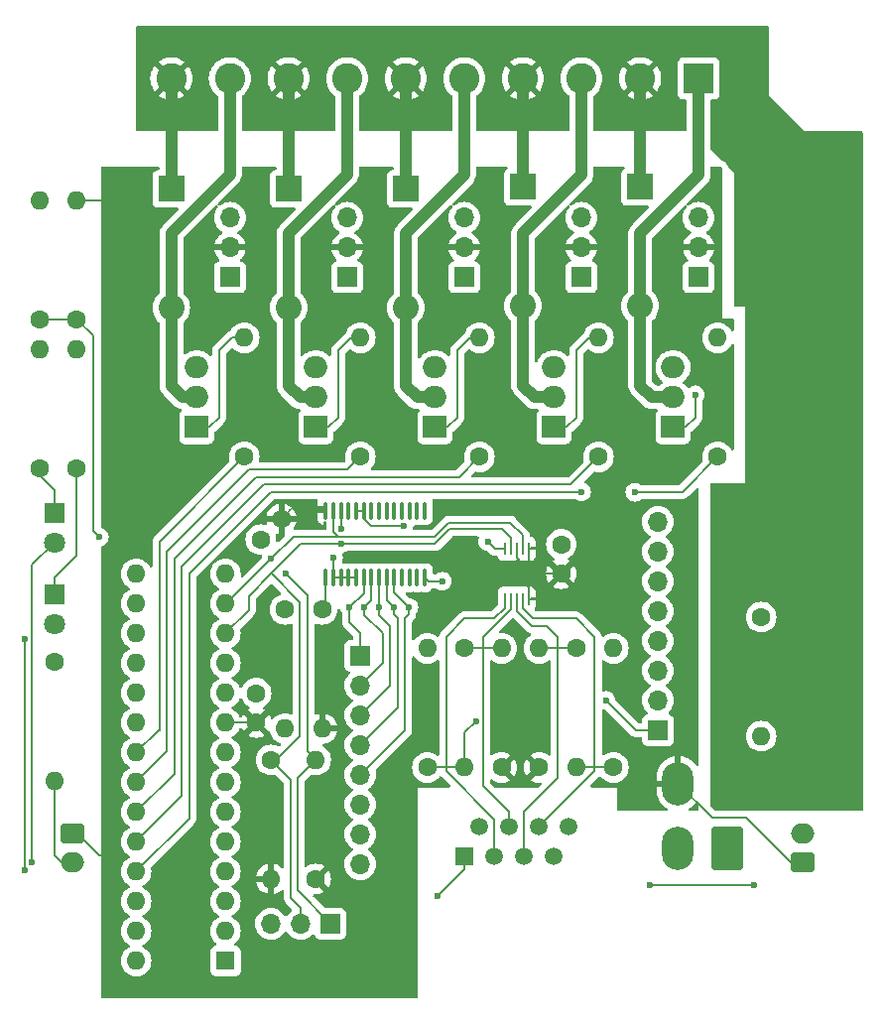
<source format=gbr>
%TF.GenerationSoftware,KiCad,Pcbnew,8.0.4*%
%TF.CreationDate,2024-12-05T04:28:12-06:00*%
%TF.ProjectId,left_hand,6c656674-5f68-4616-9e64-2e6b69636164,rev?*%
%TF.SameCoordinates,Original*%
%TF.FileFunction,Copper,L1,Top*%
%TF.FilePolarity,Positive*%
%FSLAX46Y46*%
G04 Gerber Fmt 4.6, Leading zero omitted, Abs format (unit mm)*
G04 Created by KiCad (PCBNEW 8.0.4) date 2024-12-05 04:28:12*
%MOMM*%
%LPD*%
G01*
G04 APERTURE LIST*
G04 Aperture macros list*
%AMRoundRect*
0 Rectangle with rounded corners*
0 $1 Rounding radius*
0 $2 $3 $4 $5 $6 $7 $8 $9 X,Y pos of 4 corners*
0 Add a 4 corners polygon primitive as box body*
4,1,4,$2,$3,$4,$5,$6,$7,$8,$9,$2,$3,0*
0 Add four circle primitives for the rounded corners*
1,1,$1+$1,$2,$3*
1,1,$1+$1,$4,$5*
1,1,$1+$1,$6,$7*
1,1,$1+$1,$8,$9*
0 Add four rect primitives between the rounded corners*
20,1,$1+$1,$2,$3,$4,$5,0*
20,1,$1+$1,$4,$5,$6,$7,0*
20,1,$1+$1,$6,$7,$8,$9,0*
20,1,$1+$1,$8,$9,$2,$3,0*%
G04 Aperture macros list end*
%TA.AperFunction,ComponentPad*%
%ADD10R,1.700000X1.700000*%
%TD*%
%TA.AperFunction,ComponentPad*%
%ADD11O,1.700000X1.700000*%
%TD*%
%TA.AperFunction,ComponentPad*%
%ADD12R,2.000000X1.905000*%
%TD*%
%TA.AperFunction,ComponentPad*%
%ADD13O,2.000000X1.905000*%
%TD*%
%TA.AperFunction,ComponentPad*%
%ADD14C,1.600000*%
%TD*%
%TA.AperFunction,ComponentPad*%
%ADD15O,1.600000X1.600000*%
%TD*%
%TA.AperFunction,ComponentPad*%
%ADD16RoundRect,0.250000X-0.750000X0.600000X-0.750000X-0.600000X0.750000X-0.600000X0.750000X0.600000X0*%
%TD*%
%TA.AperFunction,ComponentPad*%
%ADD17O,2.000000X1.700000*%
%TD*%
%TA.AperFunction,ComponentPad*%
%ADD18R,2.200000X2.200000*%
%TD*%
%TA.AperFunction,ComponentPad*%
%ADD19O,2.200000X2.200000*%
%TD*%
%TA.AperFunction,ComponentPad*%
%ADD20RoundRect,0.250001X1.099999X1.599999X-1.099999X1.599999X-1.099999X-1.599999X1.099999X-1.599999X0*%
%TD*%
%TA.AperFunction,ComponentPad*%
%ADD21O,2.700000X3.700000*%
%TD*%
%TA.AperFunction,ComponentPad*%
%ADD22R,1.800000X1.800000*%
%TD*%
%TA.AperFunction,ComponentPad*%
%ADD23C,1.800000*%
%TD*%
%TA.AperFunction,ComponentPad*%
%ADD24R,2.600000X2.600000*%
%TD*%
%TA.AperFunction,ComponentPad*%
%ADD25C,2.600000*%
%TD*%
%TA.AperFunction,ComponentPad*%
%ADD26R,1.600000X1.600000*%
%TD*%
%TA.AperFunction,SMDPad,CuDef*%
%ADD27RoundRect,0.100000X0.100000X-0.637500X0.100000X0.637500X-0.100000X0.637500X-0.100000X-0.637500X0*%
%TD*%
%TA.AperFunction,SMDPad,CuDef*%
%ADD28R,0.250000X1.100000*%
%TD*%
%TA.AperFunction,ComponentPad*%
%ADD29R,1.500000X1.500000*%
%TD*%
%TA.AperFunction,ComponentPad*%
%ADD30C,1.500000*%
%TD*%
%TA.AperFunction,ComponentPad*%
%ADD31RoundRect,0.250000X0.750000X-0.600000X0.750000X0.600000X-0.750000X0.600000X-0.750000X-0.600000X0*%
%TD*%
%TA.AperFunction,ViaPad*%
%ADD32C,0.600000*%
%TD*%
%TA.AperFunction,Conductor*%
%ADD33C,0.200000*%
%TD*%
%TA.AperFunction,Conductor*%
%ADD34C,1.000000*%
%TD*%
G04 APERTURE END LIST*
D10*
%TO.P,M1,1,PWM*%
%TO.N,Net-(J1-Pin_1)*%
X135000000Y-78960000D03*
D11*
%TO.P,M1,2,+*%
%TO.N,+5V*%
X135000000Y-76420000D03*
%TO.P,M1,3,-*%
%TO.N,GND*%
X135000000Y-73880000D03*
%TD*%
D12*
%TO.P,Q2,1,G*%
%TO.N,Net-(Q2-G)*%
X142320000Y-91740000D03*
D13*
%TO.P,Q2,2,D*%
%TO.N,Net-(D2-A)*%
X142320000Y-89200000D03*
%TO.P,Q2,3,S*%
%TO.N,GND*%
X142320000Y-86660000D03*
%TD*%
D10*
%TO.P,M3,1,PWM*%
%TO.N,Net-(J1-Pin_3)*%
X155000000Y-78960000D03*
D11*
%TO.P,M3,2,+*%
%TO.N,+5V*%
X155000000Y-76420000D03*
%TO.P,M3,3,-*%
%TO.N,GND*%
X155000000Y-73880000D03*
%TD*%
D14*
%TO.P,R21,1*%
%TO.N,DSCL-*%
X151845000Y-120780000D03*
D15*
%TO.P,R21,2*%
%TO.N,GND*%
X151845000Y-110620000D03*
%TD*%
D16*
%TO.P,J4,1,Pin_1*%
%TO.N,+5V*%
X121560000Y-126385000D03*
D17*
%TO.P,J4,2,Pin_2*%
%TO.N,LIMIT_SW_L*%
X121560000Y-128885000D03*
%TD*%
D18*
%TO.P,D2,1,K*%
%TO.N,+12V*%
X140000000Y-71420000D03*
D19*
%TO.P,D2,2,A*%
%TO.N,Net-(D2-A)*%
X140000000Y-81580000D03*
%TD*%
D14*
%TO.P,R5,1*%
%TO.N,Net-(U1-A0)*%
X118745000Y-82550000D03*
D15*
%TO.P,R5,2*%
%TO.N,GND*%
X118745000Y-72390000D03*
%TD*%
D20*
%TO.P,J6,1,Pin_1*%
%TO.N,GND*%
X177440000Y-127665000D03*
D21*
%TO.P,J6,2,Pin_2*%
X173240000Y-127665000D03*
%TO.P,J6,3,Pin_3*%
%TO.N,+12V*%
X177440000Y-122165000D03*
%TO.P,J6,4,Pin_4*%
%TO.N,+5V*%
X173240000Y-122165000D03*
%TD*%
D14*
%TO.P,R16,1*%
%TO.N,DSDA-*%
X167720000Y-120780000D03*
D15*
%TO.P,R16,2*%
%TO.N,GND*%
X167720000Y-110620000D03*
%TD*%
D10*
%TO.P,M4,1,PWM*%
%TO.N,Net-(J1-Pin_4)*%
X165000000Y-78960000D03*
D11*
%TO.P,M4,2,+*%
%TO.N,+5V*%
X165000000Y-76420000D03*
%TO.P,M4,3,-*%
%TO.N,GND*%
X165000000Y-73880000D03*
%TD*%
D14*
%TO.P,C1,1*%
%TO.N,+5V*%
X139393884Y-99576117D03*
%TO.P,C1,2*%
%TO.N,GND*%
X137626117Y-101343884D03*
%TD*%
%TO.P,R13,1*%
%TO.N,Net-(D7-K)*%
X121920000Y-95245000D03*
D15*
%TO.P,R13,2*%
%TO.N,GND*%
X121920000Y-85085000D03*
%TD*%
D14*
%TO.P,C2,1*%
%TO.N,+5V*%
X137240000Y-116950000D03*
%TO.P,C2,2*%
%TO.N,GND*%
X137240000Y-114450000D03*
%TD*%
%TO.P,R12,1*%
%TO.N,Net-(D6-K)*%
X118745000Y-95245000D03*
D15*
%TO.P,R12,2*%
%TO.N,GND*%
X118745000Y-85085000D03*
%TD*%
D10*
%TO.P,J1,1,Pin_1*%
%TO.N,Net-(J1-Pin_1)*%
X146130000Y-111255000D03*
D11*
%TO.P,J1,2,Pin_2*%
%TO.N,Net-(J1-Pin_2)*%
X146130000Y-113795000D03*
%TO.P,J1,3,Pin_3*%
%TO.N,Net-(J1-Pin_3)*%
X146130000Y-116335000D03*
%TO.P,J1,4,Pin_4*%
%TO.N,Net-(J1-Pin_4)*%
X146130000Y-118875000D03*
%TO.P,J1,5,Pin_5*%
%TO.N,Net-(J1-Pin_5)*%
X146130000Y-121415000D03*
%TO.P,J1,6,Pin_6*%
%TO.N,GND*%
X146130000Y-123955000D03*
%TO.P,J1,7,Pin_7*%
X146130000Y-126495000D03*
%TO.P,J1,8,Pin_8*%
X146130000Y-129035000D03*
%TD*%
D14*
%TO.P,R7,1*%
%TO.N,Net-(U1-GPA2)*%
X156290000Y-94280000D03*
D15*
%TO.P,R7,2*%
%TO.N,Net-(Q3-G)*%
X156290000Y-84120000D03*
%TD*%
D18*
%TO.P,D4,1,K*%
%TO.N,+12V*%
X160000000Y-71260000D03*
D19*
%TO.P,D4,2,A*%
%TO.N,Net-(D4-A)*%
X160000000Y-81420000D03*
%TD*%
D14*
%TO.P,C3,1*%
%TO.N,+5V*%
X163275000Y-104250000D03*
%TO.P,C3,2*%
%TO.N,GND*%
X163275000Y-101750000D03*
%TD*%
D22*
%TO.P,D6,1,K*%
%TO.N,Net-(D6-K)*%
X120015000Y-99055000D03*
D23*
%TO.P,D6,2,A*%
%TO.N,LED1*%
X120015000Y-101595000D03*
%TD*%
D22*
%TO.P,D7,1,K*%
%TO.N,Net-(D7-K)*%
X120015000Y-106040000D03*
D23*
%TO.P,D7,2,A*%
%TO.N,LED2*%
X120015000Y-108580000D03*
%TD*%
D24*
%TO.P,J2,1,Pin_1*%
%TO.N,Net-(D5-A)*%
X175000000Y-62000000D03*
D25*
%TO.P,J2,2,Pin_2*%
%TO.N,+12V*%
X170000000Y-62000000D03*
%TO.P,J2,3,Pin_3*%
%TO.N,Net-(D4-A)*%
X165000000Y-62000000D03*
%TO.P,J2,4,Pin_4*%
%TO.N,+12V*%
X160000000Y-62000000D03*
%TO.P,J2,5,Pin_5*%
%TO.N,Net-(D3-A)*%
X155000000Y-62000000D03*
%TO.P,J2,6,Pin_6*%
%TO.N,+12V*%
X150000000Y-62000000D03*
%TO.P,J2,7,Pin_7*%
%TO.N,Net-(D2-A)*%
X145000000Y-62000000D03*
%TO.P,J2,8,Pin_8*%
%TO.N,+12V*%
X140000000Y-62000000D03*
%TO.P,J2,9,Pin_9*%
%TO.N,Net-(D1-A)*%
X135000000Y-62000000D03*
%TO.P,J2,10,Pin_10*%
%TO.N,+12V*%
X130000000Y-62000000D03*
%TD*%
D10*
%TO.P,J8,1,Pin_1*%
%TO.N,SDA*%
X143575000Y-134115000D03*
D11*
%TO.P,J8,2,Pin_2*%
%TO.N,SCL*%
X141035000Y-134115000D03*
%TO.P,J8,3,Pin_3*%
%TO.N,GND*%
X138495000Y-134115000D03*
%TD*%
D10*
%TO.P,J7,1,Pin_1*%
%TO.N,DSDA+*%
X171530000Y-117605000D03*
D11*
%TO.P,J7,2,Pin_2*%
%TO.N,DSDA-*%
X171530000Y-115065000D03*
%TO.P,J7,3,Pin_3*%
%TO.N,DSCL+*%
X171530000Y-112525000D03*
%TO.P,J7,4,Pin_4*%
%TO.N,DSCL-*%
X171530000Y-109985000D03*
%TO.P,J7,5,Pin_5*%
%TO.N,GND*%
X171530000Y-107445000D03*
%TO.P,J7,6,Pin_6*%
X171530000Y-104905000D03*
%TO.P,J7,7,Pin_7*%
X171530000Y-102365000D03*
%TO.P,J7,8,Pin_8*%
X171530000Y-99825000D03*
%TD*%
D14*
%TO.P,R4,1*%
%TO.N,Net-(U2-A0)*%
X142875000Y-107315000D03*
D15*
%TO.P,R4,2*%
%TO.N,+5V*%
X142875000Y-117475000D03*
%TD*%
D18*
%TO.P,D3,1,K*%
%TO.N,+12V*%
X150000000Y-71420000D03*
D19*
%TO.P,D3,2,A*%
%TO.N,Net-(D3-A)*%
X150000000Y-81580000D03*
%TD*%
D12*
%TO.P,Q1,1,G*%
%TO.N,Net-(Q1-G)*%
X132160000Y-91740000D03*
D13*
%TO.P,Q1,2,D*%
%TO.N,Net-(D1-A)*%
X132160000Y-89200000D03*
%TO.P,Q1,3,S*%
%TO.N,GND*%
X132160000Y-86660000D03*
%TD*%
D12*
%TO.P,Q5,1,G*%
%TO.N,Net-(Q5-G)*%
X172800000Y-91740000D03*
D13*
%TO.P,Q5,2,D*%
%TO.N,Net-(D5-A)*%
X172800000Y-89200000D03*
%TO.P,Q5,3,S*%
%TO.N,GND*%
X172800000Y-86660000D03*
%TD*%
D26*
%TO.P,U1,1,GPB0*%
%TO.N,unconnected-(U1-GPB0-Pad1)*%
X134620000Y-137290000D03*
D15*
%TO.P,U1,2,GPB1*%
%TO.N,unconnected-(U1-GPB1-Pad2)*%
X134620000Y-134750000D03*
%TO.P,U1,3,GPB2*%
%TO.N,unconnected-(U1-GPB2-Pad3)*%
X134620000Y-132210000D03*
%TO.P,U1,4,GPB3*%
%TO.N,unconnected-(U1-GPB3-Pad4)*%
X134620000Y-129670000D03*
%TO.P,U1,5,GPB4*%
%TO.N,unconnected-(U1-GPB4-Pad5)*%
X134620000Y-127130000D03*
%TO.P,U1,6,GPB5*%
%TO.N,unconnected-(U1-GPB5-Pad6)*%
X134620000Y-124590000D03*
%TO.P,U1,7,GPB6*%
%TO.N,unconnected-(U1-GPB6-Pad7)*%
X134620000Y-122050000D03*
%TO.P,U1,8,GPB7*%
%TO.N,unconnected-(U1-GPB7-Pad8)*%
X134620000Y-119510000D03*
%TO.P,U1,9,VDD*%
%TO.N,+5V*%
X134620000Y-116970000D03*
%TO.P,U1,10,VSS*%
%TO.N,GND*%
X134620000Y-114430000D03*
%TO.P,U1,11,NC*%
%TO.N,unconnected-(U1-NC-Pad11)*%
X134620000Y-111890000D03*
%TO.P,U1,12,SCK*%
%TO.N,SCL*%
X134620000Y-109350000D03*
%TO.P,U1,13,SDA*%
%TO.N,SDA*%
X134620000Y-106810000D03*
%TO.P,U1,14,NC*%
%TO.N,unconnected-(U1-NC-Pad14)*%
X134620000Y-104270000D03*
%TO.P,U1,15,A0*%
%TO.N,Net-(U1-A0)*%
X127000000Y-104270000D03*
%TO.P,U1,16,A1*%
%TO.N,GND*%
X127000000Y-106810000D03*
%TO.P,U1,17,A2*%
X127000000Y-109350000D03*
%TO.P,U1,18,~{RESET}*%
X127000000Y-111890000D03*
%TO.P,U1,19,INTB*%
%TO.N,unconnected-(U1-INTB-Pad19)*%
X127000000Y-114430000D03*
%TO.P,U1,20,INTA*%
%TO.N,unconnected-(U1-INTA-Pad20)*%
X127000000Y-116970000D03*
%TO.P,U1,21,GPA0*%
%TO.N,Net-(U1-GPA0)*%
X127000000Y-119510000D03*
%TO.P,U1,22,GPA1*%
%TO.N,Net-(U1-GPA1)*%
X127000000Y-122050000D03*
%TO.P,U1,23,GPA2*%
%TO.N,Net-(U1-GPA2)*%
X127000000Y-124590000D03*
%TO.P,U1,24,GPA3*%
%TO.N,Net-(U1-GPA3)*%
X127000000Y-127130000D03*
%TO.P,U1,25,GPA4*%
%TO.N,Net-(U1-GPA4)*%
X127000000Y-129670000D03*
%TO.P,U1,26,GPA5*%
%TO.N,LED1*%
X127000000Y-132210000D03*
%TO.P,U1,27,GPA6*%
%TO.N,LED2*%
X127000000Y-134750000D03*
%TO.P,U1,28,GPA7*%
%TO.N,unconnected-(U1-GPA7-Pad28)*%
X127000000Y-137290000D03*
%TD*%
D14*
%TO.P,R10,1*%
%TO.N,Net-(U1-GPA4)*%
X176610000Y-94280000D03*
D15*
%TO.P,R10,2*%
%TO.N,Net-(Q5-G)*%
X176610000Y-84120000D03*
%TD*%
D14*
%TO.P,R18,1*%
%TO.N,SCL*%
X138510000Y-120145000D03*
D15*
%TO.P,R18,2*%
%TO.N,+5V*%
X138510000Y-130305000D03*
%TD*%
D18*
%TO.P,D1,1,K*%
%TO.N,+12V*%
X130000000Y-71420000D03*
D19*
%TO.P,D1,2,A*%
%TO.N,Net-(D1-A)*%
X130000000Y-81580000D03*
%TD*%
D14*
%TO.P,R8,1*%
%TO.N,Net-(U1-GPA3)*%
X166450000Y-94280000D03*
D15*
%TO.P,R8,2*%
%TO.N,Net-(Q4-G)*%
X166450000Y-84120000D03*
%TD*%
D12*
%TO.P,Q4,1,G*%
%TO.N,Net-(Q4-G)*%
X162640000Y-91740000D03*
D13*
%TO.P,Q4,2,D*%
%TO.N,Net-(D4-A)*%
X162640000Y-89200000D03*
%TO.P,Q4,3,S*%
%TO.N,GND*%
X162640000Y-86660000D03*
%TD*%
D14*
%TO.P,R1,1*%
%TO.N,Net-(U1-GPA0)*%
X136224000Y-94280000D03*
D15*
%TO.P,R1,2*%
%TO.N,Net-(Q1-G)*%
X136224000Y-84120000D03*
%TD*%
D14*
%TO.P,R15,1*%
%TO.N,DSDA+*%
X164545000Y-110620000D03*
D15*
%TO.P,R15,2*%
%TO.N,DSDA-*%
X164545000Y-120780000D03*
%TD*%
D10*
%TO.P,M5,1,PWM*%
%TO.N,Net-(J1-Pin_5)*%
X175000000Y-78960000D03*
D11*
%TO.P,M5,2,+*%
%TO.N,+5V*%
X175000000Y-76420000D03*
%TO.P,M5,3,-*%
%TO.N,GND*%
X175000000Y-73880000D03*
%TD*%
D14*
%TO.P,R3,1*%
%TO.N,Net-(U2-A0)*%
X139700000Y-107315000D03*
D15*
%TO.P,R3,2*%
%TO.N,GND*%
X139700000Y-117475000D03*
%TD*%
D14*
%TO.P,R11,1*%
%TO.N,GND*%
X120015000Y-111760000D03*
D15*
%TO.P,R11,2*%
%TO.N,LIMIT_SW_L*%
X120015000Y-121920000D03*
%TD*%
D14*
%TO.P,R19,1*%
%TO.N,+5V*%
X158195000Y-120780000D03*
D15*
%TO.P,R19,2*%
%TO.N,DSCL+*%
X158195000Y-110620000D03*
%TD*%
D10*
%TO.P,M2,1,PWM*%
%TO.N,Net-(J1-Pin_2)*%
X145000000Y-78960000D03*
D11*
%TO.P,M2,2,+*%
%TO.N,+5V*%
X145000000Y-76420000D03*
%TO.P,M2,3,-*%
%TO.N,GND*%
X145000000Y-73880000D03*
%TD*%
D14*
%TO.P,R20,1*%
%TO.N,DSCL+*%
X155020000Y-110620000D03*
D15*
%TO.P,R20,2*%
%TO.N,DSCL-*%
X155020000Y-120780000D03*
%TD*%
D27*
%TO.P,U2,1,A0*%
%TO.N,Net-(U2-A0)*%
X143175000Y-104592500D03*
%TO.P,U2,2,A1*%
%TO.N,GND*%
X143825000Y-104592500D03*
%TO.P,U2,3,A2*%
X144475000Y-104592500D03*
%TO.P,U2,4,A3*%
X145125000Y-104592500D03*
%TO.P,U2,5,A4*%
X145775000Y-104592500D03*
%TO.P,U2,6,LED0*%
%TO.N,Net-(J1-Pin_1)*%
X146425000Y-104592500D03*
%TO.P,U2,7,LED1*%
%TO.N,Net-(J1-Pin_2)*%
X147075000Y-104592500D03*
%TO.P,U2,8,LED2*%
%TO.N,Net-(J1-Pin_3)*%
X147725000Y-104592500D03*
%TO.P,U2,9,LED3*%
%TO.N,Net-(J1-Pin_4)*%
X148375000Y-104592500D03*
%TO.P,U2,10,LED4*%
%TO.N,Net-(J1-Pin_5)*%
X149025000Y-104592500D03*
%TO.P,U2,11,LED5*%
%TO.N,unconnected-(U2-LED5-Pad11)*%
X149675000Y-104592500D03*
%TO.P,U2,12,LED6*%
%TO.N,unconnected-(U2-LED6-Pad12)*%
X150325000Y-104592500D03*
%TO.P,U2,13,LED7*%
%TO.N,unconnected-(U2-LED7-Pad13)*%
X150975000Y-104592500D03*
%TO.P,U2,14,VSS*%
%TO.N,GND*%
X151625000Y-104592500D03*
%TO.P,U2,15,LED8*%
%TO.N,unconnected-(U2-LED8-Pad15)*%
X151625000Y-98867500D03*
%TO.P,U2,16,LED9*%
%TO.N,unconnected-(U2-LED9-Pad16)*%
X150975000Y-98867500D03*
%TO.P,U2,17,LED10*%
%TO.N,unconnected-(U2-LED10-Pad17)*%
X150325000Y-98867500D03*
%TO.P,U2,18,LED11*%
%TO.N,unconnected-(U2-LED11-Pad18)*%
X149675000Y-98867500D03*
%TO.P,U2,19,LED12*%
%TO.N,unconnected-(U2-LED12-Pad19)*%
X149025000Y-98867500D03*
%TO.P,U2,20,LED13*%
%TO.N,unconnected-(U2-LED13-Pad20)*%
X148375000Y-98867500D03*
%TO.P,U2,21,LED14*%
%TO.N,unconnected-(U2-LED14-Pad21)*%
X147725000Y-98867500D03*
%TO.P,U2,22,LED15*%
%TO.N,unconnected-(U2-LED15-Pad22)*%
X147075000Y-98867500D03*
%TO.P,U2,23,~{OE}*%
%TO.N,GND*%
X146425000Y-98867500D03*
%TO.P,U2,24,A5*%
X145775000Y-98867500D03*
%TO.P,U2,25,EXTCLK*%
%TO.N,unconnected-(U2-EXTCLK-Pad25)*%
X145125000Y-98867500D03*
%TO.P,U2,26,SCL*%
%TO.N,SCL*%
X144475000Y-98867500D03*
%TO.P,U2,27,SDA*%
%TO.N,SDA*%
X143825000Y-98867500D03*
%TO.P,U2,28,VDD*%
%TO.N,+5V*%
X143175000Y-98867500D03*
%TD*%
D14*
%TO.P,R9,1*%
%TO.N,GND*%
X180340000Y-107950000D03*
D15*
%TO.P,R9,2*%
%TO.N,LIMIT_SW_R*%
X180340000Y-118110000D03*
%TD*%
D18*
%TO.P,D5,1,K*%
%TO.N,+12V*%
X170000000Y-71260000D03*
D19*
%TO.P,D5,2,A*%
%TO.N,Net-(D5-A)*%
X170000000Y-81420000D03*
%TD*%
D14*
%TO.P,R14,1*%
%TO.N,+5V*%
X161370000Y-120780000D03*
D15*
%TO.P,R14,2*%
%TO.N,DSDA+*%
X161370000Y-110620000D03*
%TD*%
D14*
%TO.P,R17,1*%
%TO.N,+5V*%
X142320000Y-130305000D03*
D15*
%TO.P,R17,2*%
%TO.N,SDA*%
X142320000Y-120145000D03*
%TD*%
D28*
%TO.P,U3,1,V_{DD(A)}*%
%TO.N,+5V*%
X160465000Y-102120000D03*
%TO.P,U3,2,SDA*%
%TO.N,SDA*%
X159965000Y-102120000D03*
%TO.P,U3,3,EN*%
%TO.N,+5V*%
X159465000Y-102120000D03*
%TO.P,U3,4,SCL*%
%TO.N,SCL*%
X158965000Y-102120000D03*
%TO.P,U3,5,V_{SS}*%
%TO.N,GND*%
X158465000Y-102120000D03*
%TO.P,U3,6,DSCLM*%
%TO.N,DSCL-*%
X158465000Y-106420000D03*
%TO.P,U3,7,DSCLP*%
%TO.N,DSCL+*%
X158965000Y-106420000D03*
%TO.P,U3,8,DSDAP*%
%TO.N,DSDA+*%
X159465000Y-106420000D03*
%TO.P,U3,9,DSDAM*%
%TO.N,DSDA-*%
X159965000Y-106420000D03*
%TO.P,U3,10,V_{DD(B)}*%
%TO.N,+5V*%
X160465000Y-106420000D03*
%TD*%
D12*
%TO.P,Q3,1,G*%
%TO.N,Net-(Q3-G)*%
X152480000Y-91740000D03*
D13*
%TO.P,Q3,2,D*%
%TO.N,Net-(D3-A)*%
X152480000Y-89200000D03*
%TO.P,Q3,3,S*%
%TO.N,GND*%
X152480000Y-86660000D03*
%TD*%
D29*
%TO.P,J5,1*%
%TO.N,LIMIT_SW_L*%
X155020000Y-128400000D03*
D30*
%TO.P,J5,2*%
%TO.N,GND*%
X156290000Y-125860000D03*
%TO.P,J5,3*%
%TO.N,DSCL-*%
X157560000Y-128400000D03*
%TO.P,J5,4*%
%TO.N,DSCL+*%
X158830000Y-125860000D03*
%TO.P,J5,5*%
%TO.N,DSDA+*%
X160100000Y-128400000D03*
%TO.P,J5,6*%
%TO.N,DSDA-*%
X161370000Y-125860000D03*
%TO.P,J5,7*%
%TO.N,GND*%
X162640000Y-128400000D03*
%TO.P,J5,8*%
%TO.N,LIMIT_SW_R*%
X163910000Y-125860000D03*
%TD*%
D31*
%TO.P,J3,1,Pin_1*%
%TO.N,+5V*%
X183875000Y-128885000D03*
D17*
%TO.P,J3,2,Pin_2*%
%TO.N,LIMIT_SW_R*%
X183875000Y-126385000D03*
%TD*%
D14*
%TO.P,R2,1*%
%TO.N,Net-(U1-GPA1)*%
X146130000Y-94280000D03*
D15*
%TO.P,R2,2*%
%TO.N,Net-(Q2-G)*%
X146130000Y-84120000D03*
%TD*%
D14*
%TO.P,R6,1*%
%TO.N,Net-(U1-A0)*%
X121920000Y-82550000D03*
D15*
%TO.P,R6,2*%
%TO.N,+5V*%
X121920000Y-72390000D03*
%TD*%
D32*
%TO.N,+5V*%
X169000000Y-123500000D03*
X150000000Y-123500000D03*
%TO.N,GND*%
X157000000Y-101500000D03*
X143833019Y-102867257D03*
X149836655Y-100197653D03*
X153115000Y-104905000D03*
%TO.N,DSDA+*%
X167085000Y-115065000D03*
%TO.N,DSCL-*%
X156005146Y-116840000D03*
%TO.N,SDA*%
X138510000Y-103000000D03*
X139780000Y-104270000D03*
%TO.N,SCL*%
X144473318Y-101695000D03*
X144473318Y-100460000D03*
%TO.N,Net-(J1-Pin_1)*%
X145192733Y-107140269D03*
%TO.N,Net-(J1-Pin_3)*%
X147732733Y-107140269D03*
%TO.N,Net-(J1-Pin_4)*%
X149002733Y-107140269D03*
%TO.N,Net-(J1-Pin_2)*%
X146462733Y-107140269D03*
%TO.N,Net-(J1-Pin_5)*%
X150272733Y-107140269D03*
%TO.N,Net-(Q5-G)*%
X174705000Y-89000000D03*
%TO.N,Net-(U1-GPA4)*%
X165000000Y-97285000D03*
X169545000Y-97303934D03*
%TO.N,Net-(U1-A0)*%
X123846513Y-101147295D03*
%TO.N,LED1*%
X118110000Y-128905000D03*
%TO.N,LED2*%
X117475000Y-109855000D03*
X117475000Y-129540000D03*
%TO.N,LIMIT_SW_R*%
X179705000Y-130810000D03*
X170815000Y-130810000D03*
%TO.N,LIMIT_SW_L*%
X152693982Y-131743618D03*
%TD*%
D33*
%TO.N,+5V*%
X182860000Y-128885000D02*
X179070000Y-125095000D01*
X123801581Y-128246581D02*
X124018956Y-128246581D01*
X161350000Y-104250000D02*
X160465000Y-103365000D01*
X141685000Y-98555000D02*
X140415000Y-98555000D01*
X142862500Y-98555000D02*
X143175000Y-98867500D01*
X121560000Y-126385000D02*
X121940000Y-126385000D01*
X141685000Y-98555000D02*
X142862500Y-98555000D01*
X124355866Y-72390000D02*
X124359377Y-72386489D01*
X163910000Y-104250000D02*
X161350000Y-104250000D01*
X121920000Y-72390000D02*
X124355866Y-72390000D01*
X160465000Y-105175000D02*
X160465000Y-106420000D01*
X159465000Y-102120000D02*
X159465000Y-102895000D01*
X161350000Y-104290000D02*
X160465000Y-105175000D01*
X121940000Y-126385000D02*
X123801581Y-128246581D01*
X137240000Y-116950000D02*
X134640000Y-116950000D01*
X160465000Y-103365000D02*
X160465000Y-102120000D01*
X179070000Y-125095000D02*
X176170000Y-125095000D01*
X159935000Y-103365000D02*
X160465000Y-103365000D01*
X134640000Y-116950000D02*
X134620000Y-116970000D01*
X159465000Y-102895000D02*
X159935000Y-103365000D01*
X176170000Y-125095000D02*
X173240000Y-122165000D01*
X183875000Y-128885000D02*
X182860000Y-128885000D01*
X161350000Y-104250000D02*
X161350000Y-104290000D01*
X140415000Y-98555000D02*
X140028884Y-98941116D01*
%TO.N,GND*%
X134640000Y-114450000D02*
X134620000Y-114430000D01*
X144475000Y-104592500D02*
X145125000Y-104592500D01*
X143833019Y-104584481D02*
X143825000Y-104592500D01*
X157000000Y-101500000D02*
X157620000Y-102120000D01*
X146425000Y-99604999D02*
X146425000Y-98867500D01*
X145800732Y-98893232D02*
X145775000Y-98867500D01*
X153115000Y-104905000D02*
X151937500Y-104905000D01*
X145125000Y-104592500D02*
X145775000Y-104592500D01*
X143825000Y-104592500D02*
X144475000Y-104592500D01*
X143833019Y-102867257D02*
X143833019Y-104584481D01*
X157620000Y-102120000D02*
X158465000Y-102120000D01*
X149836655Y-100197653D02*
X147017654Y-100197653D01*
X151937500Y-104905000D02*
X151625000Y-104592500D01*
X147017654Y-100197653D02*
X146425000Y-99604999D01*
X145775000Y-98867500D02*
X146425000Y-98867500D01*
D34*
%TO.N,Net-(D1-A)*%
X130000000Y-88210000D02*
X130000000Y-81580000D01*
X135000000Y-70210000D02*
X135000000Y-62000000D01*
X132160000Y-89200000D02*
X130990000Y-89200000D01*
X130000000Y-75210000D02*
X135000000Y-70210000D01*
X130000000Y-81580000D02*
X130000000Y-75210000D01*
X130990000Y-89200000D02*
X130000000Y-88210000D01*
%TO.N,+12V*%
X140000000Y-71420000D02*
X140000000Y-62000000D01*
X160000000Y-71260000D02*
X160000000Y-62000000D01*
X170000000Y-71260000D02*
X170000000Y-62000000D01*
X150000000Y-71420000D02*
X150000000Y-62000000D01*
X130000000Y-71420000D02*
X130000000Y-62000000D01*
%TO.N,Net-(D2-A)*%
X142320000Y-89200000D02*
X140990000Y-89200000D01*
X145000000Y-70210000D02*
X145000000Y-62000000D01*
X140000000Y-75210000D02*
X145000000Y-70210000D01*
X140000000Y-81580000D02*
X140000000Y-75210000D01*
X140000000Y-88210000D02*
X140000000Y-81580000D01*
X140990000Y-89200000D02*
X140000000Y-88210000D01*
%TO.N,Net-(D3-A)*%
X152480000Y-89200000D02*
X150990000Y-89200000D01*
X155000000Y-70210000D02*
X155000000Y-62000000D01*
X150990000Y-89200000D02*
X150000000Y-88210000D01*
X150000000Y-75210000D02*
X155000000Y-70210000D01*
X150000000Y-88210000D02*
X150000000Y-81580000D01*
X150000000Y-81580000D02*
X150000000Y-75210000D01*
%TO.N,Net-(D4-A)*%
X160000000Y-88210000D02*
X160000000Y-81420000D01*
X162640000Y-89200000D02*
X160990000Y-89200000D01*
X160000000Y-81580000D02*
X160000000Y-75210000D01*
X160990000Y-89200000D02*
X160000000Y-88210000D01*
X165000000Y-70210000D02*
X165000000Y-62000000D01*
X160000000Y-75210000D02*
X165000000Y-70210000D01*
%TO.N,Net-(D5-A)*%
X170000000Y-81580000D02*
X170000000Y-75210000D01*
X170000000Y-88210000D02*
X170000000Y-81420000D01*
X175000000Y-70210000D02*
X175000000Y-62000000D01*
X170990000Y-89200000D02*
X170000000Y-88210000D01*
X172800000Y-89200000D02*
X170990000Y-89200000D01*
X170000000Y-75210000D02*
X175000000Y-70210000D01*
D33*
%TO.N,DSDA-*%
X164545000Y-120780000D02*
X166130146Y-120780000D01*
X160850000Y-108080000D02*
X159965000Y-107195000D01*
X167720000Y-120780000D02*
X166130146Y-120780000D01*
X159965000Y-107195000D02*
X159965000Y-106420000D01*
X166130146Y-109665146D02*
X164545000Y-108080000D01*
X166130146Y-120780000D02*
X166130146Y-109665146D01*
X164545000Y-108080000D02*
X160850000Y-108080000D01*
X161370000Y-125860000D02*
X166130146Y-121099854D01*
X166130146Y-121099854D02*
X166130146Y-120780000D01*
%TO.N,DSCL+*%
X158830000Y-124590000D02*
X158830000Y-125860000D01*
X155020000Y-110620000D02*
X156614031Y-110620000D01*
X158965000Y-107310000D02*
X156605146Y-109669854D01*
X158965000Y-106420000D02*
X158965000Y-107310000D01*
X156605146Y-110628885D02*
X156605146Y-122365146D01*
X156614031Y-110620000D02*
X156925000Y-110620000D01*
X156605146Y-122365146D02*
X158830000Y-124590000D01*
X156605146Y-109669854D02*
X156605146Y-110628885D01*
X156614031Y-110620000D02*
X156605146Y-110628885D01*
X156925000Y-110620000D02*
X158195000Y-110620000D01*
%TO.N,DSDA+*%
X162971592Y-121718408D02*
X162971592Y-110620000D01*
X159465000Y-107445000D02*
X160735000Y-108715000D01*
X160735000Y-108715000D02*
X162005000Y-108715000D01*
X160100000Y-128400000D02*
X160100000Y-124590000D01*
X159465000Y-106420000D02*
X159465000Y-107445000D01*
X169625000Y-117605000D02*
X167720000Y-115700000D01*
X171530000Y-117605000D02*
X169625000Y-117605000D01*
X162005000Y-108715000D02*
X162971592Y-109681592D01*
X162971592Y-109681592D02*
X162971592Y-110620000D01*
X162971592Y-110620000D02*
X164545000Y-110620000D01*
X167720000Y-115700000D02*
X167085000Y-115065000D01*
X161370000Y-110620000D02*
X162971592Y-110620000D01*
X160100000Y-124590000D02*
X162971592Y-121718408D01*
%TO.N,DSCL-*%
X153750000Y-120780000D02*
X153456800Y-120780000D01*
X156005146Y-116840000D02*
X155020000Y-117825146D01*
X157560000Y-125225000D02*
X153456800Y-121121800D01*
X155020000Y-120780000D02*
X153750000Y-120780000D01*
X157560000Y-108080000D02*
X158465000Y-107175000D01*
X157560000Y-128400000D02*
X157560000Y-125225000D01*
X153456800Y-109643200D02*
X155020000Y-108080000D01*
X153456800Y-120780000D02*
X153456800Y-109643200D01*
X153750000Y-120780000D02*
X151845000Y-120780000D01*
X155020000Y-108080000D02*
X157560000Y-108080000D01*
X155020000Y-117825146D02*
X155020000Y-120780000D01*
X153456800Y-121121800D02*
X153456800Y-120780000D01*
X158465000Y-107175000D02*
X158465000Y-106420000D01*
%TO.N,SDA*%
X142320000Y-120145000D02*
X140750894Y-121714106D01*
X141605000Y-106095000D02*
X141605000Y-119430000D01*
X140415000Y-101095000D02*
X138510000Y-103000000D01*
X144225000Y-101095000D02*
X140415000Y-101095000D01*
X138510000Y-103000000D02*
X134700000Y-106810000D01*
X143825000Y-98867500D02*
X143825000Y-100695000D01*
X140750894Y-121714106D02*
X140750894Y-131290894D01*
X152797500Y-100777500D02*
X152480000Y-101095000D01*
X139780000Y-104270000D02*
X141605000Y-106095000D01*
X143825000Y-100695000D02*
X144225000Y-101095000D01*
X140750894Y-131290894D02*
X143575000Y-134115000D01*
X159965000Y-100960000D02*
X158910000Y-99905000D01*
X141605000Y-119430000D02*
X142320000Y-120145000D01*
X159965000Y-102465000D02*
X160000000Y-102500000D01*
X159965000Y-102120000D02*
X159965000Y-100960000D01*
X152480000Y-101095000D02*
X144225000Y-101095000D01*
X158910000Y-99905000D02*
X153670000Y-99905000D01*
X134700000Y-106810000D02*
X134620000Y-106810000D01*
X153670000Y-99905000D02*
X152797500Y-100777500D01*
%TO.N,SCL*%
X136605000Y-107365000D02*
X134620000Y-109350000D01*
X152480000Y-101730000D02*
X153750000Y-100460000D01*
X153750000Y-100460000D02*
X158195000Y-100460000D01*
X136605000Y-106175000D02*
X136605000Y-107365000D01*
X140970000Y-118110000D02*
X140970000Y-106680000D01*
X144473318Y-101695000D02*
X144508318Y-101730000D01*
X140970000Y-106680000D02*
X138560000Y-104270000D01*
X144473318Y-100460000D02*
X144473318Y-98869182D01*
X138935000Y-120145000D02*
X140970000Y-118110000D01*
X144473318Y-101695000D02*
X144438318Y-101730000D01*
X138510000Y-120145000D02*
X138935000Y-120145000D01*
X144438318Y-101730000D02*
X141050000Y-101730000D01*
X140217398Y-121852398D02*
X138510000Y-120145000D01*
X144473318Y-98869182D02*
X144475000Y-98867500D01*
X158195000Y-100460000D02*
X158965000Y-101230000D01*
X141035000Y-132780000D02*
X140217398Y-131962398D01*
X144508318Y-101730000D02*
X152480000Y-101730000D01*
X141050000Y-101730000D02*
X138510000Y-104270000D01*
X141035000Y-134115000D02*
X141035000Y-132780000D01*
X138560000Y-104270000D02*
X138510000Y-104270000D01*
X140217398Y-131962398D02*
X140217398Y-121852398D01*
X138510000Y-104270000D02*
X136605000Y-106175000D01*
X158965000Y-101230000D02*
X158965000Y-102120000D01*
%TO.N,Net-(J1-Pin_1)*%
X145192733Y-107140269D02*
X146425000Y-105908002D01*
X146425000Y-105908002D02*
X146425000Y-104592500D01*
X146130000Y-109350000D02*
X146130000Y-111255000D01*
X145192733Y-108412733D02*
X146130000Y-109350000D01*
X145192733Y-107140269D02*
X145192733Y-108412733D01*
%TO.N,Net-(J1-Pin_3)*%
X147732733Y-107140269D02*
X147732733Y-107776501D01*
X148670000Y-113795000D02*
X146130000Y-116335000D01*
X147725000Y-107132536D02*
X147725000Y-104592500D01*
X147732733Y-107776501D02*
X148670000Y-108713768D01*
X147732733Y-107140269D02*
X147725000Y-107132536D01*
X148670000Y-108713768D02*
X148670000Y-113795000D01*
%TO.N,Net-(J1-Pin_4)*%
X149305000Y-115700000D02*
X146130000Y-118875000D01*
X149002733Y-107140269D02*
X148375000Y-106512536D01*
X149305000Y-108049534D02*
X149305000Y-115700000D01*
X149002733Y-107747267D02*
X149305000Y-108049534D01*
X148375000Y-106512536D02*
X148375000Y-104592500D01*
X149002733Y-107140269D02*
X149002733Y-107747267D01*
%TO.N,Net-(J1-Pin_2)*%
X146462733Y-107140269D02*
X146462733Y-107777733D01*
X146462733Y-107140269D02*
X147075000Y-106528002D01*
X146462733Y-107777733D02*
X148035000Y-109350000D01*
X148035000Y-109350000D02*
X148035000Y-111890000D01*
X147075000Y-106528002D02*
X147075000Y-104592500D01*
X148035000Y-111890000D02*
X146130000Y-113795000D01*
%TO.N,Net-(J1-Pin_5)*%
X150272733Y-107140269D02*
X149025000Y-105892536D01*
X150272733Y-107747267D02*
X149940000Y-108080000D01*
X149940000Y-108080000D02*
X149940000Y-117605000D01*
X149025000Y-105892536D02*
X149025000Y-104592500D01*
X150272733Y-107140269D02*
X150272733Y-107747267D01*
X149940000Y-117605000D02*
X146130000Y-121415000D01*
%TO.N,Net-(Q1-G)*%
X136224000Y-84120000D02*
X135165000Y-84120000D01*
X133260000Y-91740000D02*
X132160000Y-91740000D01*
X134065000Y-90935000D02*
X133260000Y-91740000D01*
X134065000Y-85220000D02*
X134065000Y-90935000D01*
X135165000Y-84120000D02*
X134065000Y-85220000D01*
%TO.N,Net-(Q2-G)*%
X144225000Y-85220000D02*
X144225000Y-90935000D01*
X143420000Y-91740000D02*
X142320000Y-91740000D01*
X144225000Y-90935000D02*
X143420000Y-91740000D01*
X146130000Y-84120000D02*
X145325000Y-84120000D01*
X145325000Y-84120000D02*
X144225000Y-85220000D01*
%TO.N,Net-(Q3-G)*%
X156290000Y-84120000D02*
X155485000Y-84120000D01*
X154385000Y-90935000D02*
X153580000Y-91740000D01*
X153580000Y-91740000D02*
X152480000Y-91740000D01*
X154385000Y-85220000D02*
X154385000Y-90935000D01*
X155485000Y-84120000D02*
X154385000Y-85220000D01*
%TO.N,Net-(Q4-G)*%
X163740000Y-91740000D02*
X162640000Y-91740000D01*
X164545000Y-90935000D02*
X163740000Y-91740000D01*
X164545000Y-85220000D02*
X164545000Y-90935000D01*
X166450000Y-84120000D02*
X165645000Y-84120000D01*
X165645000Y-84120000D02*
X164545000Y-85220000D01*
%TO.N,Net-(Q5-G)*%
X173900000Y-91740000D02*
X172800000Y-91740000D01*
X174705000Y-89000000D02*
X174705000Y-90935000D01*
X174705000Y-90935000D02*
X173900000Y-91740000D01*
%TO.N,Net-(U1-GPA0)*%
X128985000Y-101519000D02*
X136224000Y-94280000D01*
X128905000Y-117605000D02*
X128985000Y-117605000D01*
X127000000Y-119510000D02*
X128905000Y-117605000D01*
X128985000Y-117605000D02*
X128985000Y-101519000D01*
%TO.N,Net-(U1-GPA1)*%
X129620000Y-119430000D02*
X129620000Y-102365000D01*
X129620000Y-102365000D02*
X136605000Y-95380000D01*
X145030000Y-95380000D02*
X146130000Y-94280000D01*
X127000000Y-122050000D02*
X129620000Y-119430000D01*
X136605000Y-95380000D02*
X145030000Y-95380000D01*
%TO.N,Net-(U1-GPA2)*%
X130255000Y-121335000D02*
X130255000Y-103000000D01*
X137240000Y-96015000D02*
X154555000Y-96015000D01*
X130255000Y-103000000D02*
X137240000Y-96015000D01*
X154555000Y-96015000D02*
X156290000Y-94280000D01*
X127000000Y-124590000D02*
X130255000Y-121335000D01*
%TO.N,Net-(U1-GPA3)*%
X137875000Y-96650000D02*
X164080000Y-96650000D01*
X130890000Y-123240000D02*
X130890000Y-103635000D01*
X164080000Y-96650000D02*
X166450000Y-94280000D01*
X130890000Y-103635000D02*
X137875000Y-96650000D01*
X127000000Y-127130000D02*
X130890000Y-123240000D01*
%TO.N,Net-(U1-GPA4)*%
X173605000Y-97285000D02*
X176610000Y-94280000D01*
X169545000Y-97303934D02*
X169563934Y-97285000D01*
X169563934Y-97285000D02*
X173605000Y-97285000D01*
X165000000Y-97285000D02*
X138510000Y-97285000D01*
X131525000Y-104270000D02*
X131525000Y-125145000D01*
X138510000Y-97285000D02*
X131525000Y-104270000D01*
X131525000Y-125145000D02*
X127000000Y-129670000D01*
X172142583Y-97285000D02*
X172123649Y-97303934D01*
X172123649Y-97303934D02*
X169545000Y-97303934D01*
%TO.N,Net-(U2-A0)*%
X143175000Y-104592500D02*
X143175000Y-107015000D01*
X143175000Y-107015000D02*
X142875000Y-107315000D01*
%TO.N,Net-(U1-A0)*%
X123308554Y-100609336D02*
X123308554Y-83938554D01*
X123308554Y-83938554D02*
X121920000Y-82550000D01*
X123846513Y-101147295D02*
X123308554Y-100609336D01*
X118745000Y-82550000D02*
X121920000Y-82550000D01*
%TO.N,LED1*%
X118110000Y-128905000D02*
X118110000Y-103500000D01*
X118110000Y-103500000D02*
X120015000Y-101595000D01*
%TO.N,LED2*%
X117475000Y-129540000D02*
X117475000Y-109855000D01*
%TO.N,Net-(D6-K)*%
X120015000Y-97150000D02*
X118745000Y-95880000D01*
X118745000Y-95880000D02*
X118745000Y-95245000D01*
X120015000Y-97150000D02*
X120015000Y-99055000D01*
%TO.N,Net-(D7-K)*%
X121920000Y-102706250D02*
X120015000Y-104611250D01*
X121920000Y-95245000D02*
X121920000Y-102706250D01*
X120015000Y-104611250D02*
X120015000Y-106040000D01*
%TO.N,LIMIT_SW_R*%
X179705000Y-130810000D02*
X170815000Y-130810000D01*
%TO.N,LIMIT_SW_L*%
X120630000Y-128885000D02*
X120015000Y-128270000D01*
X155020000Y-129460000D02*
X155020000Y-128400000D01*
X152736382Y-131743618D02*
X155020000Y-129460000D01*
X120015000Y-128270000D02*
X120015000Y-121920000D01*
X152693982Y-131743618D02*
X152736382Y-131743618D01*
X121560000Y-128885000D02*
X120630000Y-128885000D01*
%TD*%
%TA.AperFunction,Conductor*%
%TO.N,+5V*%
G36*
X128942539Y-69519685D02*
G01*
X128988294Y-69572489D01*
X128999500Y-69624000D01*
X128999500Y-69695500D01*
X128979815Y-69762539D01*
X128927011Y-69808294D01*
X128875505Y-69819500D01*
X128852132Y-69819500D01*
X128852123Y-69819501D01*
X128792516Y-69825908D01*
X128657671Y-69876202D01*
X128657664Y-69876206D01*
X128542455Y-69962452D01*
X128542452Y-69962455D01*
X128456206Y-70077664D01*
X128456202Y-70077671D01*
X128405908Y-70212517D01*
X128399501Y-70272116D01*
X128399501Y-70272123D01*
X128399500Y-70272135D01*
X128399500Y-72567870D01*
X128399501Y-72567876D01*
X128405908Y-72627483D01*
X128456202Y-72762328D01*
X128456206Y-72762335D01*
X128542452Y-72877544D01*
X128542455Y-72877547D01*
X128657664Y-72963793D01*
X128657671Y-72963797D01*
X128792517Y-73014091D01*
X128792516Y-73014091D01*
X128799444Y-73014835D01*
X128852127Y-73020500D01*
X130475217Y-73020499D01*
X130542256Y-73040184D01*
X130588011Y-73092987D01*
X130597955Y-73162146D01*
X130568930Y-73225702D01*
X130562898Y-73232180D01*
X129915080Y-73879999D01*
X129362221Y-74432858D01*
X129362218Y-74432861D01*
X129292538Y-74502540D01*
X129222859Y-74572219D01*
X129113371Y-74736079D01*
X129113364Y-74736092D01*
X129037950Y-74918160D01*
X129037947Y-74918170D01*
X128999500Y-75111456D01*
X128999500Y-80272545D01*
X128979815Y-80339584D01*
X128956032Y-80366835D01*
X128864776Y-80444776D01*
X128701161Y-80636343D01*
X128701160Y-80636346D01*
X128569533Y-80851140D01*
X128473126Y-81083889D01*
X128414317Y-81328848D01*
X128394551Y-81580000D01*
X128414317Y-81831151D01*
X128473126Y-82076110D01*
X128569533Y-82308859D01*
X128701160Y-82523653D01*
X128701161Y-82523656D01*
X128786863Y-82624000D01*
X128864776Y-82715224D01*
X128956032Y-82793164D01*
X128994225Y-82851669D01*
X128999500Y-82887453D01*
X128999500Y-88308543D01*
X129015167Y-88387303D01*
X129015167Y-88387304D01*
X129037947Y-88501828D01*
X129037949Y-88501836D01*
X129049758Y-88530345D01*
X129049758Y-88530346D01*
X129113364Y-88683907D01*
X129113371Y-88683920D01*
X129222859Y-88847780D01*
X129222860Y-88847781D01*
X129222861Y-88847782D01*
X129362218Y-88987139D01*
X129362219Y-88987139D01*
X129369286Y-88994206D01*
X129369285Y-88994206D01*
X129369288Y-88994208D01*
X130212860Y-89837781D01*
X130212861Y-89837782D01*
X130352218Y-89977139D01*
X130516086Y-90086632D01*
X130622745Y-90130811D01*
X130698164Y-90162051D01*
X130758545Y-90174061D01*
X130790585Y-90180435D01*
X130852496Y-90212820D01*
X130887070Y-90273535D01*
X130883331Y-90343305D01*
X130842465Y-90399977D01*
X130840706Y-90401318D01*
X130802452Y-90429955D01*
X130716206Y-90545164D01*
X130716202Y-90545171D01*
X130665908Y-90680017D01*
X130659501Y-90739616D01*
X130659500Y-90739635D01*
X130659500Y-92740370D01*
X130659501Y-92740376D01*
X130665908Y-92799983D01*
X130716202Y-92934828D01*
X130716206Y-92934835D01*
X130802452Y-93050044D01*
X130802455Y-93050047D01*
X130917664Y-93136293D01*
X130917671Y-93136297D01*
X131052517Y-93186591D01*
X131052516Y-93186591D01*
X131059444Y-93187335D01*
X131112127Y-93193000D01*
X133207872Y-93192999D01*
X133267483Y-93186591D01*
X133402331Y-93136296D01*
X133517546Y-93050046D01*
X133603796Y-92934831D01*
X133654091Y-92799983D01*
X133660500Y-92740373D01*
X133660499Y-92240098D01*
X133680183Y-92173060D01*
X133696819Y-92152417D01*
X133750722Y-92098514D01*
X133750729Y-92098504D01*
X134423506Y-91425728D01*
X134423511Y-91425724D01*
X134433714Y-91415520D01*
X134433716Y-91415520D01*
X134545520Y-91303716D01*
X134616703Y-91180423D01*
X134624577Y-91166785D01*
X134665501Y-91014057D01*
X134665501Y-90855943D01*
X134665501Y-90848348D01*
X134665500Y-90848330D01*
X134665500Y-85520096D01*
X134685185Y-85453057D01*
X134701815Y-85432419D01*
X135111844Y-85022389D01*
X135173165Y-84988906D01*
X135242856Y-84993890D01*
X135287204Y-85022391D01*
X135384858Y-85120045D01*
X135431693Y-85152839D01*
X135571266Y-85250568D01*
X135777504Y-85346739D01*
X135997308Y-85405635D01*
X136159230Y-85419801D01*
X136223998Y-85425468D01*
X136224000Y-85425468D01*
X136224002Y-85425468D01*
X136280673Y-85420509D01*
X136450692Y-85405635D01*
X136670496Y-85346739D01*
X136876734Y-85250568D01*
X137063139Y-85120047D01*
X137224047Y-84959139D01*
X137354568Y-84772734D01*
X137450739Y-84566496D01*
X137509635Y-84346692D01*
X137529468Y-84120000D01*
X137509635Y-83893308D01*
X137450739Y-83673504D01*
X137354568Y-83467266D01*
X137224047Y-83280861D01*
X137224045Y-83280858D01*
X137063141Y-83119954D01*
X136876734Y-82989432D01*
X136876732Y-82989431D01*
X136670497Y-82893261D01*
X136670488Y-82893258D01*
X136450697Y-82834366D01*
X136450693Y-82834365D01*
X136450692Y-82834365D01*
X136450691Y-82834364D01*
X136450686Y-82834364D01*
X136224002Y-82814532D01*
X136223998Y-82814532D01*
X135997313Y-82834364D01*
X135997302Y-82834366D01*
X135777511Y-82893258D01*
X135777502Y-82893261D01*
X135571267Y-82989431D01*
X135571265Y-82989432D01*
X135384858Y-83119954D01*
X135223954Y-83280858D01*
X135093432Y-83467264D01*
X135093431Y-83467265D01*
X135091101Y-83472264D01*
X135044926Y-83524701D01*
X135010816Y-83539628D01*
X134933218Y-83560421D01*
X134933209Y-83560425D01*
X134883096Y-83589359D01*
X134883095Y-83589360D01*
X134839689Y-83614420D01*
X134796285Y-83639479D01*
X134796282Y-83639481D01*
X133584481Y-84851282D01*
X133584479Y-84851285D01*
X133534361Y-84938094D01*
X133534359Y-84938096D01*
X133505425Y-84988209D01*
X133505424Y-84988210D01*
X133505423Y-84988215D01*
X133464499Y-85140943D01*
X133464499Y-85140945D01*
X133464499Y-85309046D01*
X133464500Y-85309059D01*
X133464500Y-85562786D01*
X133444815Y-85629825D01*
X133392011Y-85675580D01*
X133322853Y-85685524D01*
X133259297Y-85656499D01*
X133252819Y-85650467D01*
X133154068Y-85551716D01*
X133154066Y-85551714D01*
X132969038Y-85417283D01*
X132765255Y-85313450D01*
X132547748Y-85242778D01*
X132378326Y-85215944D01*
X132321854Y-85207000D01*
X131998146Y-85207000D01*
X131922849Y-85218926D01*
X131772253Y-85242778D01*
X131772250Y-85242778D01*
X131554744Y-85313450D01*
X131350961Y-85417283D01*
X131255814Y-85486412D01*
X131209453Y-85520096D01*
X131197386Y-85528863D01*
X131131579Y-85552343D01*
X131063525Y-85536518D01*
X131014830Y-85486412D01*
X131000500Y-85428545D01*
X131000500Y-82887453D01*
X131020185Y-82820414D01*
X131043965Y-82793166D01*
X131135224Y-82715224D01*
X131298836Y-82523659D01*
X131430466Y-82308859D01*
X131526873Y-82076111D01*
X131585683Y-81831148D01*
X131605449Y-81580000D01*
X131585683Y-81328852D01*
X131526873Y-81083889D01*
X131430466Y-80851141D01*
X131430466Y-80851140D01*
X131298839Y-80636346D01*
X131298838Y-80636343D01*
X131162187Y-80476346D01*
X131135224Y-80444776D01*
X131075376Y-80393660D01*
X131043968Y-80366835D01*
X131005775Y-80308327D01*
X131000500Y-80272545D01*
X131000500Y-75675781D01*
X131020185Y-75608742D01*
X131036814Y-75588105D01*
X133765534Y-72859385D01*
X133826854Y-72825902D01*
X133896546Y-72830886D01*
X133952479Y-72872758D01*
X133976896Y-72938222D01*
X133962044Y-73006495D01*
X133954787Y-73018191D01*
X133825965Y-73202169D01*
X133825964Y-73202171D01*
X133726098Y-73416335D01*
X133726094Y-73416344D01*
X133664938Y-73644586D01*
X133664936Y-73644596D01*
X133644341Y-73879999D01*
X133644341Y-73880000D01*
X133664936Y-74115403D01*
X133664938Y-74115413D01*
X133726094Y-74343655D01*
X133726096Y-74343659D01*
X133726097Y-74343663D01*
X133825965Y-74557830D01*
X133825967Y-74557834D01*
X133836040Y-74572219D01*
X133950776Y-74736079D01*
X133961501Y-74751395D01*
X133961506Y-74751402D01*
X134128597Y-74918493D01*
X134128603Y-74918498D01*
X134314594Y-75048730D01*
X134358219Y-75103307D01*
X134365413Y-75172805D01*
X134333890Y-75235160D01*
X134314595Y-75251880D01*
X134128922Y-75381890D01*
X134128920Y-75381891D01*
X133961891Y-75548920D01*
X133961886Y-75548926D01*
X133826400Y-75742420D01*
X133826399Y-75742422D01*
X133726570Y-75956507D01*
X133726567Y-75956513D01*
X133669364Y-76169999D01*
X133669364Y-76170000D01*
X134566988Y-76170000D01*
X134534075Y-76227007D01*
X134500000Y-76354174D01*
X134500000Y-76485826D01*
X134534075Y-76612993D01*
X134566988Y-76670000D01*
X133669364Y-76670000D01*
X133726567Y-76883486D01*
X133726570Y-76883492D01*
X133826399Y-77097578D01*
X133961894Y-77291082D01*
X134083946Y-77413134D01*
X134117431Y-77474457D01*
X134112447Y-77544149D01*
X134070575Y-77600082D01*
X134039598Y-77616997D01*
X133907671Y-77666202D01*
X133907664Y-77666206D01*
X133792455Y-77752452D01*
X133792452Y-77752455D01*
X133706206Y-77867664D01*
X133706202Y-77867671D01*
X133655908Y-78002517D01*
X133649501Y-78062116D01*
X133649501Y-78062123D01*
X133649500Y-78062135D01*
X133649500Y-79857870D01*
X133649501Y-79857876D01*
X133655908Y-79917483D01*
X133706202Y-80052328D01*
X133706206Y-80052335D01*
X133792452Y-80167544D01*
X133792455Y-80167547D01*
X133907664Y-80253793D01*
X133907671Y-80253797D01*
X134042517Y-80304091D01*
X134042516Y-80304091D01*
X134049444Y-80304835D01*
X134102127Y-80310500D01*
X135897872Y-80310499D01*
X135957483Y-80304091D01*
X136092331Y-80253796D01*
X136207546Y-80167546D01*
X136293796Y-80052331D01*
X136344091Y-79917483D01*
X136350500Y-79857873D01*
X136350499Y-78062128D01*
X136344091Y-78002517D01*
X136293796Y-77867669D01*
X136293795Y-77867668D01*
X136293793Y-77867664D01*
X136207547Y-77752455D01*
X136207544Y-77752452D01*
X136092335Y-77666206D01*
X136092328Y-77666202D01*
X135960401Y-77616997D01*
X135904467Y-77575126D01*
X135880050Y-77509662D01*
X135894902Y-77441389D01*
X135916053Y-77413133D01*
X136038108Y-77291078D01*
X136173600Y-77097578D01*
X136273429Y-76883492D01*
X136273432Y-76883486D01*
X136330636Y-76670000D01*
X135433012Y-76670000D01*
X135465925Y-76612993D01*
X135500000Y-76485826D01*
X135500000Y-76354174D01*
X135465925Y-76227007D01*
X135433012Y-76170000D01*
X136330636Y-76170000D01*
X136330635Y-76169999D01*
X136273432Y-75956513D01*
X136273429Y-75956507D01*
X136173600Y-75742422D01*
X136173599Y-75742420D01*
X136038113Y-75548926D01*
X136038108Y-75548920D01*
X135871078Y-75381890D01*
X135685405Y-75251879D01*
X135641780Y-75197302D01*
X135634588Y-75127804D01*
X135666110Y-75065449D01*
X135685406Y-75048730D01*
X135871401Y-74918495D01*
X136038495Y-74751401D01*
X136174035Y-74557830D01*
X136273903Y-74343663D01*
X136335063Y-74115408D01*
X136355659Y-73880000D01*
X136335063Y-73644592D01*
X136273903Y-73416337D01*
X136174035Y-73202171D01*
X136146010Y-73162146D01*
X136038494Y-73008597D01*
X135871402Y-72841506D01*
X135871395Y-72841501D01*
X135869398Y-72840103D01*
X135832521Y-72814281D01*
X135677834Y-72705967D01*
X135677830Y-72705965D01*
X135677828Y-72705964D01*
X135463663Y-72606097D01*
X135463659Y-72606096D01*
X135463655Y-72606094D01*
X135235413Y-72544938D01*
X135235403Y-72544936D01*
X135000001Y-72524341D01*
X134999999Y-72524341D01*
X134764596Y-72544936D01*
X134764586Y-72544938D01*
X134536344Y-72606094D01*
X134536335Y-72606098D01*
X134322171Y-72705964D01*
X134322169Y-72705965D01*
X134138191Y-72834787D01*
X134071985Y-72857114D01*
X134004217Y-72840103D01*
X133956405Y-72789155D01*
X133943727Y-72720445D01*
X133970209Y-72655789D01*
X133979375Y-72645543D01*
X135637778Y-70987141D01*
X135637782Y-70987139D01*
X135777139Y-70847782D01*
X135886632Y-70683914D01*
X135962051Y-70501835D01*
X135962052Y-70501832D01*
X135964594Y-70489057D01*
X136000499Y-70308544D01*
X136000500Y-70308541D01*
X136000500Y-69624000D01*
X136020185Y-69556961D01*
X136072989Y-69511206D01*
X136124500Y-69500000D01*
X138875500Y-69500000D01*
X138942539Y-69519685D01*
X138988294Y-69572489D01*
X138999500Y-69624000D01*
X138999500Y-69695500D01*
X138979815Y-69762539D01*
X138927011Y-69808294D01*
X138875505Y-69819500D01*
X138852132Y-69819500D01*
X138852123Y-69819501D01*
X138792516Y-69825908D01*
X138657671Y-69876202D01*
X138657664Y-69876206D01*
X138542455Y-69962452D01*
X138542452Y-69962455D01*
X138456206Y-70077664D01*
X138456202Y-70077671D01*
X138405908Y-70212517D01*
X138399501Y-70272116D01*
X138399501Y-70272123D01*
X138399500Y-70272135D01*
X138399500Y-72567870D01*
X138399501Y-72567876D01*
X138405908Y-72627483D01*
X138456202Y-72762328D01*
X138456206Y-72762335D01*
X138542452Y-72877544D01*
X138542455Y-72877547D01*
X138657664Y-72963793D01*
X138657671Y-72963797D01*
X138792517Y-73014091D01*
X138792516Y-73014091D01*
X138799444Y-73014835D01*
X138852127Y-73020500D01*
X140475217Y-73020499D01*
X140542256Y-73040184D01*
X140588011Y-73092987D01*
X140597955Y-73162146D01*
X140568930Y-73225702D01*
X140562898Y-73232180D01*
X139915080Y-73879999D01*
X139362221Y-74432858D01*
X139362218Y-74432861D01*
X139292538Y-74502540D01*
X139222859Y-74572219D01*
X139113371Y-74736079D01*
X139113364Y-74736092D01*
X139037950Y-74918160D01*
X139037947Y-74918170D01*
X138999500Y-75111456D01*
X138999500Y-80272545D01*
X138979815Y-80339584D01*
X138956032Y-80366835D01*
X138864776Y-80444776D01*
X138701161Y-80636343D01*
X138701160Y-80636346D01*
X138569533Y-80851140D01*
X138473126Y-81083889D01*
X138414317Y-81328848D01*
X138394551Y-81580000D01*
X138414317Y-81831151D01*
X138473126Y-82076110D01*
X138569533Y-82308859D01*
X138701160Y-82523653D01*
X138701161Y-82523656D01*
X138786863Y-82624000D01*
X138864776Y-82715224D01*
X138956032Y-82793164D01*
X138994225Y-82851669D01*
X138999500Y-82887453D01*
X138999500Y-88308543D01*
X139015167Y-88387303D01*
X139015167Y-88387304D01*
X139037947Y-88501828D01*
X139037949Y-88501836D01*
X139049758Y-88530345D01*
X139049758Y-88530346D01*
X139113364Y-88683907D01*
X139113371Y-88683920D01*
X139222859Y-88847780D01*
X139222860Y-88847781D01*
X139222861Y-88847782D01*
X139362218Y-88987139D01*
X139362219Y-88987139D01*
X139369286Y-88994206D01*
X139369285Y-88994206D01*
X139369288Y-88994208D01*
X140212860Y-89837781D01*
X140212861Y-89837782D01*
X140352218Y-89977139D01*
X140516086Y-90086632D01*
X140622745Y-90130811D01*
X140698164Y-90162051D01*
X140891454Y-90200499D01*
X140891457Y-90200500D01*
X140891459Y-90200500D01*
X140896409Y-90200500D01*
X140963448Y-90220185D01*
X141009203Y-90272989D01*
X141019147Y-90342147D01*
X140990122Y-90405703D01*
X140970719Y-90423767D01*
X140962453Y-90429954D01*
X140962452Y-90429955D01*
X140876206Y-90545164D01*
X140876202Y-90545171D01*
X140825908Y-90680017D01*
X140819501Y-90739616D01*
X140819500Y-90739635D01*
X140819500Y-92740370D01*
X140819501Y-92740376D01*
X140825908Y-92799983D01*
X140876202Y-92934828D01*
X140876206Y-92934835D01*
X140962452Y-93050044D01*
X140962455Y-93050047D01*
X141077664Y-93136293D01*
X141077671Y-93136297D01*
X141212517Y-93186591D01*
X141212516Y-93186591D01*
X141219444Y-93187335D01*
X141272127Y-93193000D01*
X143367872Y-93192999D01*
X143427483Y-93186591D01*
X143562331Y-93136296D01*
X143677546Y-93050046D01*
X143763796Y-92934831D01*
X143814091Y-92799983D01*
X143820500Y-92740373D01*
X143820499Y-92240098D01*
X143840183Y-92173060D01*
X143856819Y-92152417D01*
X143910722Y-92098514D01*
X143910729Y-92098504D01*
X144583506Y-91425728D01*
X144583511Y-91425724D01*
X144593714Y-91415520D01*
X144593716Y-91415520D01*
X144705520Y-91303716D01*
X144776703Y-91180423D01*
X144784577Y-91166785D01*
X144825501Y-91014057D01*
X144825501Y-90855943D01*
X144825501Y-90848348D01*
X144825500Y-90848330D01*
X144825500Y-85520096D01*
X144845185Y-85453057D01*
X144861815Y-85432419D01*
X145148666Y-85145567D01*
X145209987Y-85112084D01*
X145279678Y-85117068D01*
X145307466Y-85131674D01*
X145477266Y-85250568D01*
X145683504Y-85346739D01*
X145903308Y-85405635D01*
X146065230Y-85419801D01*
X146129998Y-85425468D01*
X146130000Y-85425468D01*
X146130002Y-85425468D01*
X146186673Y-85420509D01*
X146356692Y-85405635D01*
X146576496Y-85346739D01*
X146782734Y-85250568D01*
X146969139Y-85120047D01*
X147130047Y-84959139D01*
X147260568Y-84772734D01*
X147356739Y-84566496D01*
X147415635Y-84346692D01*
X147435468Y-84120000D01*
X147415635Y-83893308D01*
X147356739Y-83673504D01*
X147260568Y-83467266D01*
X147130047Y-83280861D01*
X147130045Y-83280858D01*
X146969141Y-83119954D01*
X146782734Y-82989432D01*
X146782732Y-82989431D01*
X146576497Y-82893261D01*
X146576488Y-82893258D01*
X146356697Y-82834366D01*
X146356693Y-82834365D01*
X146356692Y-82834365D01*
X146356691Y-82834364D01*
X146356686Y-82834364D01*
X146130002Y-82814532D01*
X146129998Y-82814532D01*
X145903313Y-82834364D01*
X145903302Y-82834366D01*
X145683511Y-82893258D01*
X145683502Y-82893261D01*
X145477267Y-82989431D01*
X145477265Y-82989432D01*
X145290858Y-83119954D01*
X145129954Y-83280858D01*
X144999432Y-83467265D01*
X144999431Y-83467267D01*
X144903258Y-83673508D01*
X144901787Y-83677551D01*
X144872951Y-83722811D01*
X144844480Y-83751284D01*
X143744481Y-84851282D01*
X143744479Y-84851285D01*
X143694361Y-84938094D01*
X143694359Y-84938096D01*
X143665425Y-84988209D01*
X143665424Y-84988210D01*
X143665423Y-84988215D01*
X143624499Y-85140943D01*
X143624499Y-85140945D01*
X143624499Y-85309046D01*
X143624500Y-85309059D01*
X143624500Y-85562786D01*
X143604815Y-85629825D01*
X143552011Y-85675580D01*
X143482853Y-85685524D01*
X143419297Y-85656499D01*
X143412819Y-85650467D01*
X143314068Y-85551716D01*
X143314066Y-85551714D01*
X143129038Y-85417283D01*
X142925255Y-85313450D01*
X142707748Y-85242778D01*
X142538326Y-85215944D01*
X142481854Y-85207000D01*
X142158146Y-85207000D01*
X142082849Y-85218926D01*
X141932253Y-85242778D01*
X141932250Y-85242778D01*
X141714744Y-85313450D01*
X141510961Y-85417283D01*
X141415814Y-85486412D01*
X141325934Y-85551714D01*
X141325932Y-85551716D01*
X141325931Y-85551716D01*
X141212181Y-85665467D01*
X141150858Y-85698952D01*
X141081166Y-85693968D01*
X141025233Y-85652096D01*
X141000816Y-85586632D01*
X141000500Y-85577786D01*
X141000500Y-82887453D01*
X141020185Y-82820414D01*
X141043965Y-82793166D01*
X141135224Y-82715224D01*
X141298836Y-82523659D01*
X141430466Y-82308859D01*
X141526873Y-82076111D01*
X141585683Y-81831148D01*
X141605449Y-81580000D01*
X141585683Y-81328852D01*
X141526873Y-81083889D01*
X141430466Y-80851141D01*
X141430466Y-80851140D01*
X141298839Y-80636346D01*
X141298838Y-80636343D01*
X141162187Y-80476346D01*
X141135224Y-80444776D01*
X141075376Y-80393660D01*
X141043968Y-80366835D01*
X141005775Y-80308327D01*
X141000500Y-80272545D01*
X141000500Y-75675781D01*
X141020185Y-75608742D01*
X141036814Y-75588105D01*
X143765534Y-72859385D01*
X143826854Y-72825902D01*
X143896546Y-72830886D01*
X143952479Y-72872758D01*
X143976896Y-72938222D01*
X143962044Y-73006495D01*
X143954787Y-73018191D01*
X143825965Y-73202169D01*
X143825964Y-73202171D01*
X143726098Y-73416335D01*
X143726094Y-73416344D01*
X143664938Y-73644586D01*
X143664936Y-73644596D01*
X143644341Y-73879999D01*
X143644341Y-73880000D01*
X143664936Y-74115403D01*
X143664938Y-74115413D01*
X143726094Y-74343655D01*
X143726096Y-74343659D01*
X143726097Y-74343663D01*
X143825965Y-74557830D01*
X143825967Y-74557834D01*
X143836040Y-74572219D01*
X143950776Y-74736079D01*
X143961501Y-74751395D01*
X143961506Y-74751402D01*
X144128597Y-74918493D01*
X144128603Y-74918498D01*
X144314594Y-75048730D01*
X144358219Y-75103307D01*
X144365413Y-75172805D01*
X144333890Y-75235160D01*
X144314595Y-75251880D01*
X144128922Y-75381890D01*
X144128920Y-75381891D01*
X143961891Y-75548920D01*
X143961886Y-75548926D01*
X143826400Y-75742420D01*
X143826399Y-75742422D01*
X143726570Y-75956507D01*
X143726567Y-75956513D01*
X143669364Y-76169999D01*
X143669364Y-76170000D01*
X144566988Y-76170000D01*
X144534075Y-76227007D01*
X144500000Y-76354174D01*
X144500000Y-76485826D01*
X144534075Y-76612993D01*
X144566988Y-76670000D01*
X143669364Y-76670000D01*
X143726567Y-76883486D01*
X143726570Y-76883492D01*
X143826399Y-77097578D01*
X143961894Y-77291082D01*
X144083946Y-77413134D01*
X144117431Y-77474457D01*
X144112447Y-77544149D01*
X144070575Y-77600082D01*
X144039598Y-77616997D01*
X143907671Y-77666202D01*
X143907664Y-77666206D01*
X143792455Y-77752452D01*
X143792452Y-77752455D01*
X143706206Y-77867664D01*
X143706202Y-77867671D01*
X143655908Y-78002517D01*
X143649501Y-78062116D01*
X143649501Y-78062123D01*
X143649500Y-78062135D01*
X143649500Y-79857870D01*
X143649501Y-79857876D01*
X143655908Y-79917483D01*
X143706202Y-80052328D01*
X143706206Y-80052335D01*
X143792452Y-80167544D01*
X143792455Y-80167547D01*
X143907664Y-80253793D01*
X143907671Y-80253797D01*
X144042517Y-80304091D01*
X144042516Y-80304091D01*
X144049444Y-80304835D01*
X144102127Y-80310500D01*
X145897872Y-80310499D01*
X145957483Y-80304091D01*
X146092331Y-80253796D01*
X146207546Y-80167546D01*
X146293796Y-80052331D01*
X146344091Y-79917483D01*
X146350500Y-79857873D01*
X146350499Y-78062128D01*
X146344091Y-78002517D01*
X146293796Y-77867669D01*
X146293795Y-77867668D01*
X146293793Y-77867664D01*
X146207547Y-77752455D01*
X146207544Y-77752452D01*
X146092335Y-77666206D01*
X146092328Y-77666202D01*
X145960401Y-77616997D01*
X145904467Y-77575126D01*
X145880050Y-77509662D01*
X145894902Y-77441389D01*
X145916053Y-77413133D01*
X146038108Y-77291078D01*
X146173600Y-77097578D01*
X146273429Y-76883492D01*
X146273432Y-76883486D01*
X146330636Y-76670000D01*
X145433012Y-76670000D01*
X145465925Y-76612993D01*
X145500000Y-76485826D01*
X145500000Y-76354174D01*
X145465925Y-76227007D01*
X145433012Y-76170000D01*
X146330636Y-76170000D01*
X146330635Y-76169999D01*
X146273432Y-75956513D01*
X146273429Y-75956507D01*
X146173600Y-75742422D01*
X146173599Y-75742420D01*
X146038113Y-75548926D01*
X146038108Y-75548920D01*
X145871078Y-75381890D01*
X145685405Y-75251879D01*
X145641780Y-75197302D01*
X145634588Y-75127804D01*
X145666110Y-75065449D01*
X145685406Y-75048730D01*
X145871401Y-74918495D01*
X146038495Y-74751401D01*
X146174035Y-74557830D01*
X146273903Y-74343663D01*
X146335063Y-74115408D01*
X146355659Y-73880000D01*
X146335063Y-73644592D01*
X146273903Y-73416337D01*
X146174035Y-73202171D01*
X146146010Y-73162146D01*
X146038494Y-73008597D01*
X145871402Y-72841506D01*
X145871395Y-72841501D01*
X145869398Y-72840103D01*
X145832521Y-72814281D01*
X145677834Y-72705967D01*
X145677830Y-72705965D01*
X145677828Y-72705964D01*
X145463663Y-72606097D01*
X145463659Y-72606096D01*
X145463655Y-72606094D01*
X145235413Y-72544938D01*
X145235403Y-72544936D01*
X145000001Y-72524341D01*
X144999999Y-72524341D01*
X144764596Y-72544936D01*
X144764586Y-72544938D01*
X144536344Y-72606094D01*
X144536335Y-72606098D01*
X144322171Y-72705964D01*
X144322169Y-72705965D01*
X144138191Y-72834787D01*
X144071985Y-72857114D01*
X144004217Y-72840103D01*
X143956405Y-72789155D01*
X143943727Y-72720445D01*
X143970209Y-72655789D01*
X143979375Y-72645543D01*
X145637778Y-70987141D01*
X145637782Y-70987139D01*
X145777139Y-70847782D01*
X145886632Y-70683914D01*
X145962051Y-70501835D01*
X145962052Y-70501832D01*
X145964594Y-70489057D01*
X146000499Y-70308544D01*
X146000500Y-70308541D01*
X146000500Y-69624000D01*
X146020185Y-69556961D01*
X146072989Y-69511206D01*
X146124500Y-69500000D01*
X148875500Y-69500000D01*
X148942539Y-69519685D01*
X148988294Y-69572489D01*
X148999500Y-69624000D01*
X148999500Y-69695500D01*
X148979815Y-69762539D01*
X148927011Y-69808294D01*
X148875505Y-69819500D01*
X148852132Y-69819500D01*
X148852123Y-69819501D01*
X148792516Y-69825908D01*
X148657671Y-69876202D01*
X148657664Y-69876206D01*
X148542455Y-69962452D01*
X148542452Y-69962455D01*
X148456206Y-70077664D01*
X148456202Y-70077671D01*
X148405908Y-70212517D01*
X148399501Y-70272116D01*
X148399501Y-70272123D01*
X148399500Y-70272135D01*
X148399500Y-72567870D01*
X148399501Y-72567876D01*
X148405908Y-72627483D01*
X148456202Y-72762328D01*
X148456206Y-72762335D01*
X148542452Y-72877544D01*
X148542455Y-72877547D01*
X148657664Y-72963793D01*
X148657671Y-72963797D01*
X148792517Y-73014091D01*
X148792516Y-73014091D01*
X148799444Y-73014835D01*
X148852127Y-73020500D01*
X150475217Y-73020499D01*
X150542256Y-73040184D01*
X150588011Y-73092987D01*
X150597955Y-73162146D01*
X150568930Y-73225702D01*
X150562898Y-73232180D01*
X149915080Y-73879999D01*
X149362221Y-74432858D01*
X149362218Y-74432861D01*
X149292538Y-74502540D01*
X149222859Y-74572219D01*
X149113371Y-74736079D01*
X149113364Y-74736092D01*
X149037950Y-74918160D01*
X149037947Y-74918170D01*
X148999500Y-75111456D01*
X148999500Y-80272545D01*
X148979815Y-80339584D01*
X148956032Y-80366835D01*
X148864776Y-80444776D01*
X148701161Y-80636343D01*
X148701160Y-80636346D01*
X148569533Y-80851140D01*
X148473126Y-81083889D01*
X148414317Y-81328848D01*
X148394551Y-81580000D01*
X148414317Y-81831151D01*
X148473126Y-82076110D01*
X148569533Y-82308859D01*
X148701160Y-82523653D01*
X148701161Y-82523656D01*
X148786863Y-82624000D01*
X148864776Y-82715224D01*
X148956032Y-82793164D01*
X148994225Y-82851669D01*
X148999500Y-82887453D01*
X148999500Y-88308543D01*
X149015167Y-88387303D01*
X149015167Y-88387304D01*
X149037947Y-88501828D01*
X149037949Y-88501836D01*
X149049758Y-88530345D01*
X149049758Y-88530346D01*
X149113364Y-88683907D01*
X149113371Y-88683920D01*
X149222859Y-88847780D01*
X149222860Y-88847781D01*
X149222861Y-88847782D01*
X149362218Y-88987139D01*
X149362219Y-88987139D01*
X149369286Y-88994206D01*
X149369285Y-88994206D01*
X149369288Y-88994208D01*
X150212860Y-89837781D01*
X150212861Y-89837782D01*
X150352218Y-89977139D01*
X150516086Y-90086632D01*
X150622745Y-90130811D01*
X150698164Y-90162051D01*
X150891454Y-90200499D01*
X150891457Y-90200500D01*
X150891459Y-90200500D01*
X151056409Y-90200500D01*
X151123448Y-90220185D01*
X151169203Y-90272989D01*
X151179147Y-90342147D01*
X151150122Y-90405703D01*
X151130719Y-90423767D01*
X151122453Y-90429954D01*
X151122452Y-90429955D01*
X151036206Y-90545164D01*
X151036202Y-90545171D01*
X150985908Y-90680017D01*
X150979501Y-90739616D01*
X150979500Y-90739635D01*
X150979500Y-92740370D01*
X150979501Y-92740376D01*
X150985908Y-92799983D01*
X151036202Y-92934828D01*
X151036206Y-92934835D01*
X151122452Y-93050044D01*
X151122455Y-93050047D01*
X151237664Y-93136293D01*
X151237671Y-93136297D01*
X151372517Y-93186591D01*
X151372516Y-93186591D01*
X151379444Y-93187335D01*
X151432127Y-93193000D01*
X153527872Y-93192999D01*
X153587483Y-93186591D01*
X153722331Y-93136296D01*
X153837546Y-93050046D01*
X153923796Y-92934831D01*
X153974091Y-92799983D01*
X153980500Y-92740373D01*
X153980499Y-92240098D01*
X154000183Y-92173060D01*
X154016819Y-92152417D01*
X154070722Y-92098514D01*
X154070729Y-92098504D01*
X154743506Y-91425728D01*
X154743511Y-91425724D01*
X154753714Y-91415520D01*
X154753716Y-91415520D01*
X154865520Y-91303716D01*
X154936703Y-91180423D01*
X154944577Y-91166785D01*
X154985501Y-91014057D01*
X154985501Y-90855943D01*
X154985501Y-90848348D01*
X154985500Y-90848330D01*
X154985500Y-85520096D01*
X155005185Y-85453057D01*
X155021815Y-85432419D01*
X155308666Y-85145567D01*
X155369987Y-85112084D01*
X155439678Y-85117068D01*
X155467466Y-85131674D01*
X155637266Y-85250568D01*
X155843504Y-85346739D01*
X156063308Y-85405635D01*
X156225230Y-85419801D01*
X156289998Y-85425468D01*
X156290000Y-85425468D01*
X156290002Y-85425468D01*
X156346673Y-85420509D01*
X156516692Y-85405635D01*
X156736496Y-85346739D01*
X156942734Y-85250568D01*
X157129139Y-85120047D01*
X157290047Y-84959139D01*
X157420568Y-84772734D01*
X157516739Y-84566496D01*
X157575635Y-84346692D01*
X157595468Y-84120000D01*
X157575635Y-83893308D01*
X157516739Y-83673504D01*
X157420568Y-83467266D01*
X157290047Y-83280861D01*
X157290045Y-83280858D01*
X157129141Y-83119954D01*
X156942734Y-82989432D01*
X156942732Y-82989431D01*
X156736497Y-82893261D01*
X156736488Y-82893258D01*
X156516697Y-82834366D01*
X156516693Y-82834365D01*
X156516692Y-82834365D01*
X156516691Y-82834364D01*
X156516686Y-82834364D01*
X156290002Y-82814532D01*
X156289998Y-82814532D01*
X156063313Y-82834364D01*
X156063302Y-82834366D01*
X155843511Y-82893258D01*
X155843502Y-82893261D01*
X155637267Y-82989431D01*
X155637265Y-82989432D01*
X155450858Y-83119954D01*
X155289954Y-83280858D01*
X155159432Y-83467265D01*
X155159431Y-83467267D01*
X155063258Y-83673508D01*
X155061787Y-83677551D01*
X155032951Y-83722811D01*
X155004480Y-83751284D01*
X153904481Y-84851282D01*
X153904479Y-84851285D01*
X153854361Y-84938094D01*
X153854359Y-84938096D01*
X153825425Y-84988209D01*
X153825424Y-84988210D01*
X153825423Y-84988215D01*
X153784499Y-85140943D01*
X153784499Y-85140945D01*
X153784499Y-85309046D01*
X153784500Y-85309059D01*
X153784500Y-85562786D01*
X153764815Y-85629825D01*
X153712011Y-85675580D01*
X153642853Y-85685524D01*
X153579297Y-85656499D01*
X153572819Y-85650467D01*
X153474068Y-85551716D01*
X153474066Y-85551714D01*
X153289038Y-85417283D01*
X153085255Y-85313450D01*
X152867748Y-85242778D01*
X152698326Y-85215944D01*
X152641854Y-85207000D01*
X152318146Y-85207000D01*
X152242849Y-85218926D01*
X152092253Y-85242778D01*
X152092250Y-85242778D01*
X151874744Y-85313450D01*
X151670961Y-85417283D01*
X151575814Y-85486412D01*
X151485934Y-85551714D01*
X151485932Y-85551716D01*
X151485931Y-85551716D01*
X151324215Y-85713432D01*
X151224818Y-85850240D01*
X151169487Y-85892905D01*
X151099874Y-85898884D01*
X151038079Y-85866278D01*
X151003722Y-85805439D01*
X151000500Y-85777354D01*
X151000500Y-82887453D01*
X151020185Y-82820414D01*
X151043965Y-82793166D01*
X151135224Y-82715224D01*
X151298836Y-82523659D01*
X151430466Y-82308859D01*
X151526873Y-82076111D01*
X151585683Y-81831148D01*
X151605449Y-81580000D01*
X151585683Y-81328852D01*
X151526873Y-81083889D01*
X151430466Y-80851141D01*
X151430466Y-80851140D01*
X151298839Y-80636346D01*
X151298838Y-80636343D01*
X151162187Y-80476346D01*
X151135224Y-80444776D01*
X151075376Y-80393660D01*
X151043968Y-80366835D01*
X151005775Y-80308327D01*
X151000500Y-80272545D01*
X151000500Y-75675781D01*
X151020185Y-75608742D01*
X151036814Y-75588105D01*
X153765534Y-72859385D01*
X153826854Y-72825902D01*
X153896546Y-72830886D01*
X153952479Y-72872758D01*
X153976896Y-72938222D01*
X153962044Y-73006495D01*
X153954787Y-73018191D01*
X153825965Y-73202169D01*
X153825964Y-73202171D01*
X153726098Y-73416335D01*
X153726094Y-73416344D01*
X153664938Y-73644586D01*
X153664936Y-73644596D01*
X153644341Y-73879999D01*
X153644341Y-73880000D01*
X153664936Y-74115403D01*
X153664938Y-74115413D01*
X153726094Y-74343655D01*
X153726096Y-74343659D01*
X153726097Y-74343663D01*
X153825965Y-74557830D01*
X153825967Y-74557834D01*
X153836040Y-74572219D01*
X153950776Y-74736079D01*
X153961501Y-74751395D01*
X153961506Y-74751402D01*
X154128597Y-74918493D01*
X154128603Y-74918498D01*
X154314594Y-75048730D01*
X154358219Y-75103307D01*
X154365413Y-75172805D01*
X154333890Y-75235160D01*
X154314595Y-75251880D01*
X154128922Y-75381890D01*
X154128920Y-75381891D01*
X153961891Y-75548920D01*
X153961886Y-75548926D01*
X153826400Y-75742420D01*
X153826399Y-75742422D01*
X153726570Y-75956507D01*
X153726567Y-75956513D01*
X153669364Y-76169999D01*
X153669364Y-76170000D01*
X154566988Y-76170000D01*
X154534075Y-76227007D01*
X154500000Y-76354174D01*
X154500000Y-76485826D01*
X154534075Y-76612993D01*
X154566988Y-76670000D01*
X153669364Y-76670000D01*
X153726567Y-76883486D01*
X153726570Y-76883492D01*
X153826399Y-77097578D01*
X153961894Y-77291082D01*
X154083946Y-77413134D01*
X154117431Y-77474457D01*
X154112447Y-77544149D01*
X154070575Y-77600082D01*
X154039598Y-77616997D01*
X153907671Y-77666202D01*
X153907664Y-77666206D01*
X153792455Y-77752452D01*
X153792452Y-77752455D01*
X153706206Y-77867664D01*
X153706202Y-77867671D01*
X153655908Y-78002517D01*
X153649501Y-78062116D01*
X153649501Y-78062123D01*
X153649500Y-78062135D01*
X153649500Y-79857870D01*
X153649501Y-79857876D01*
X153655908Y-79917483D01*
X153706202Y-80052328D01*
X153706206Y-80052335D01*
X153792452Y-80167544D01*
X153792455Y-80167547D01*
X153907664Y-80253793D01*
X153907671Y-80253797D01*
X154042517Y-80304091D01*
X154042516Y-80304091D01*
X154049444Y-80304835D01*
X154102127Y-80310500D01*
X155897872Y-80310499D01*
X155957483Y-80304091D01*
X156092331Y-80253796D01*
X156207546Y-80167546D01*
X156293796Y-80052331D01*
X156344091Y-79917483D01*
X156350500Y-79857873D01*
X156350499Y-78062128D01*
X156344091Y-78002517D01*
X156293796Y-77867669D01*
X156293795Y-77867668D01*
X156293793Y-77867664D01*
X156207547Y-77752455D01*
X156207544Y-77752452D01*
X156092335Y-77666206D01*
X156092328Y-77666202D01*
X155960401Y-77616997D01*
X155904467Y-77575126D01*
X155880050Y-77509662D01*
X155894902Y-77441389D01*
X155916053Y-77413133D01*
X156038108Y-77291078D01*
X156173600Y-77097578D01*
X156273429Y-76883492D01*
X156273432Y-76883486D01*
X156330636Y-76670000D01*
X155433012Y-76670000D01*
X155465925Y-76612993D01*
X155500000Y-76485826D01*
X155500000Y-76354174D01*
X155465925Y-76227007D01*
X155433012Y-76170000D01*
X156330636Y-76170000D01*
X156330635Y-76169999D01*
X156273432Y-75956513D01*
X156273429Y-75956507D01*
X156173600Y-75742422D01*
X156173599Y-75742420D01*
X156038113Y-75548926D01*
X156038108Y-75548920D01*
X155871078Y-75381890D01*
X155685405Y-75251879D01*
X155641780Y-75197302D01*
X155634588Y-75127804D01*
X155666110Y-75065449D01*
X155685406Y-75048730D01*
X155871401Y-74918495D01*
X156038495Y-74751401D01*
X156174035Y-74557830D01*
X156273903Y-74343663D01*
X156335063Y-74115408D01*
X156355659Y-73880000D01*
X156335063Y-73644592D01*
X156273903Y-73416337D01*
X156174035Y-73202171D01*
X156146010Y-73162146D01*
X156038494Y-73008597D01*
X155871402Y-72841506D01*
X155871395Y-72841501D01*
X155869398Y-72840103D01*
X155832521Y-72814281D01*
X155677834Y-72705967D01*
X155677830Y-72705965D01*
X155677828Y-72705964D01*
X155463663Y-72606097D01*
X155463659Y-72606096D01*
X155463655Y-72606094D01*
X155235413Y-72544938D01*
X155235403Y-72544936D01*
X155000001Y-72524341D01*
X154999999Y-72524341D01*
X154764596Y-72544936D01*
X154764586Y-72544938D01*
X154536344Y-72606094D01*
X154536335Y-72606098D01*
X154322171Y-72705964D01*
X154322169Y-72705965D01*
X154138191Y-72834787D01*
X154071985Y-72857114D01*
X154004217Y-72840103D01*
X153956405Y-72789155D01*
X153943727Y-72720445D01*
X153970209Y-72655789D01*
X153979375Y-72645543D01*
X155637778Y-70987141D01*
X155637782Y-70987139D01*
X155777139Y-70847782D01*
X155886632Y-70683914D01*
X155962051Y-70501835D01*
X155962052Y-70501832D01*
X155964594Y-70489057D01*
X156000499Y-70308544D01*
X156000500Y-70308541D01*
X156000500Y-69624000D01*
X156020185Y-69556961D01*
X156072989Y-69511206D01*
X156124500Y-69500000D01*
X158573923Y-69500000D01*
X158640962Y-69519685D01*
X158686717Y-69572489D01*
X158696661Y-69641647D01*
X158667636Y-69705203D01*
X158648234Y-69723266D01*
X158542455Y-69802452D01*
X158542452Y-69802455D01*
X158456206Y-69917664D01*
X158456202Y-69917671D01*
X158405908Y-70052517D01*
X158399572Y-70111460D01*
X158399501Y-70112123D01*
X158399500Y-70112135D01*
X158399500Y-72407870D01*
X158399501Y-72407876D01*
X158405908Y-72467483D01*
X158456202Y-72602328D01*
X158456206Y-72602335D01*
X158542452Y-72717544D01*
X158542455Y-72717547D01*
X158657664Y-72803793D01*
X158657671Y-72803797D01*
X158792517Y-72854091D01*
X158792516Y-72854091D01*
X158799444Y-72854835D01*
X158852127Y-72860500D01*
X160635217Y-72860499D01*
X160702256Y-72880184D01*
X160748011Y-72932987D01*
X160757955Y-73002146D01*
X160728930Y-73065702D01*
X160722898Y-73072180D01*
X159915080Y-73879999D01*
X159362221Y-74432858D01*
X159362218Y-74432861D01*
X159292538Y-74502540D01*
X159222859Y-74572219D01*
X159113371Y-74736079D01*
X159113364Y-74736092D01*
X159037950Y-74918160D01*
X159037947Y-74918170D01*
X158999500Y-75111456D01*
X158999500Y-80112545D01*
X158979815Y-80179584D01*
X158956032Y-80206835D01*
X158864776Y-80284776D01*
X158701161Y-80476343D01*
X158701160Y-80476346D01*
X158569533Y-80691140D01*
X158473126Y-80923889D01*
X158414317Y-81168848D01*
X158394551Y-81420000D01*
X158414317Y-81671151D01*
X158473126Y-81916110D01*
X158569533Y-82148859D01*
X158701160Y-82363653D01*
X158701161Y-82363656D01*
X158701164Y-82363659D01*
X158864776Y-82555224D01*
X158956032Y-82633164D01*
X158994225Y-82691669D01*
X158999500Y-82727453D01*
X158999500Y-88308543D01*
X159015167Y-88387303D01*
X159015167Y-88387304D01*
X159037947Y-88501828D01*
X159037949Y-88501836D01*
X159049758Y-88530345D01*
X159049758Y-88530346D01*
X159113364Y-88683907D01*
X159113371Y-88683920D01*
X159222859Y-88847780D01*
X159222860Y-88847781D01*
X159222861Y-88847782D01*
X159362218Y-88987139D01*
X159362219Y-88987139D01*
X159369286Y-88994206D01*
X159369285Y-88994206D01*
X159369288Y-88994208D01*
X160212860Y-89837781D01*
X160212861Y-89837782D01*
X160352218Y-89977139D01*
X160516086Y-90086632D01*
X160622745Y-90130811D01*
X160698164Y-90162051D01*
X160891454Y-90200499D01*
X160891457Y-90200500D01*
X160891459Y-90200500D01*
X161088540Y-90200500D01*
X161216409Y-90200500D01*
X161283448Y-90220185D01*
X161329203Y-90272989D01*
X161339147Y-90342147D01*
X161310122Y-90405703D01*
X161290719Y-90423767D01*
X161282453Y-90429954D01*
X161282452Y-90429955D01*
X161196206Y-90545164D01*
X161196202Y-90545171D01*
X161145908Y-90680017D01*
X161139501Y-90739616D01*
X161139500Y-90739635D01*
X161139500Y-92740370D01*
X161139501Y-92740376D01*
X161145908Y-92799983D01*
X161196202Y-92934828D01*
X161196206Y-92934835D01*
X161282452Y-93050044D01*
X161282455Y-93050047D01*
X161397664Y-93136293D01*
X161397671Y-93136297D01*
X161532517Y-93186591D01*
X161532516Y-93186591D01*
X161539444Y-93187335D01*
X161592127Y-93193000D01*
X163687872Y-93192999D01*
X163747483Y-93186591D01*
X163882331Y-93136296D01*
X163997546Y-93050046D01*
X164083796Y-92934831D01*
X164134091Y-92799983D01*
X164140500Y-92740373D01*
X164140499Y-92240098D01*
X164160183Y-92173060D01*
X164176819Y-92152417D01*
X164230722Y-92098514D01*
X164230729Y-92098504D01*
X164903506Y-91425728D01*
X164903511Y-91425724D01*
X164913714Y-91415520D01*
X164913716Y-91415520D01*
X165025520Y-91303716D01*
X165096703Y-91180423D01*
X165104577Y-91166785D01*
X165145501Y-91014057D01*
X165145501Y-90855943D01*
X165145501Y-90848348D01*
X165145500Y-90848330D01*
X165145500Y-85520096D01*
X165165185Y-85453057D01*
X165181815Y-85432419D01*
X165468666Y-85145567D01*
X165529987Y-85112084D01*
X165599678Y-85117068D01*
X165627466Y-85131674D01*
X165797266Y-85250568D01*
X166003504Y-85346739D01*
X166223308Y-85405635D01*
X166385230Y-85419801D01*
X166449998Y-85425468D01*
X166450000Y-85425468D01*
X166450002Y-85425468D01*
X166506673Y-85420509D01*
X166676692Y-85405635D01*
X166896496Y-85346739D01*
X167102734Y-85250568D01*
X167289139Y-85120047D01*
X167450047Y-84959139D01*
X167580568Y-84772734D01*
X167676739Y-84566496D01*
X167735635Y-84346692D01*
X167755468Y-84120000D01*
X167735635Y-83893308D01*
X167676739Y-83673504D01*
X167580568Y-83467266D01*
X167450047Y-83280861D01*
X167450045Y-83280858D01*
X167289141Y-83119954D01*
X167102734Y-82989432D01*
X167102732Y-82989431D01*
X166896497Y-82893261D01*
X166896488Y-82893258D01*
X166676697Y-82834366D01*
X166676693Y-82834365D01*
X166676692Y-82834365D01*
X166676691Y-82834364D01*
X166676686Y-82834364D01*
X166450002Y-82814532D01*
X166449998Y-82814532D01*
X166223313Y-82834364D01*
X166223302Y-82834366D01*
X166003511Y-82893258D01*
X166003502Y-82893261D01*
X165797267Y-82989431D01*
X165797265Y-82989432D01*
X165610858Y-83119954D01*
X165449954Y-83280858D01*
X165319432Y-83467265D01*
X165319431Y-83467267D01*
X165223258Y-83673508D01*
X165221787Y-83677551D01*
X165192951Y-83722811D01*
X165164480Y-83751284D01*
X164064481Y-84851282D01*
X164064479Y-84851285D01*
X164014361Y-84938094D01*
X164014359Y-84938096D01*
X163985425Y-84988209D01*
X163985424Y-84988210D01*
X163985423Y-84988215D01*
X163944499Y-85140943D01*
X163944499Y-85140945D01*
X163944499Y-85309046D01*
X163944500Y-85309059D01*
X163944500Y-85562786D01*
X163924815Y-85629825D01*
X163872011Y-85675580D01*
X163802853Y-85685524D01*
X163739297Y-85656499D01*
X163732819Y-85650467D01*
X163634068Y-85551716D01*
X163634066Y-85551714D01*
X163449038Y-85417283D01*
X163245255Y-85313450D01*
X163027748Y-85242778D01*
X162858326Y-85215944D01*
X162801854Y-85207000D01*
X162478146Y-85207000D01*
X162402849Y-85218926D01*
X162252253Y-85242778D01*
X162252250Y-85242778D01*
X162034744Y-85313450D01*
X161830961Y-85417283D01*
X161735814Y-85486412D01*
X161645934Y-85551714D01*
X161645932Y-85551716D01*
X161645931Y-85551716D01*
X161484216Y-85713431D01*
X161484216Y-85713432D01*
X161484214Y-85713434D01*
X161480501Y-85718545D01*
X161349783Y-85898461D01*
X161245951Y-86102243D01*
X161242431Y-86113077D01*
X161202993Y-86170752D01*
X161138634Y-86197950D01*
X161069788Y-86186035D01*
X161018312Y-86138790D01*
X161000500Y-86074758D01*
X161000500Y-82727453D01*
X161020185Y-82660414D01*
X161043965Y-82633166D01*
X161135224Y-82555224D01*
X161298836Y-82363659D01*
X161430466Y-82148859D01*
X161526873Y-81916111D01*
X161585683Y-81671148D01*
X161605449Y-81420000D01*
X161585683Y-81168852D01*
X161526873Y-80923889D01*
X161496740Y-80851141D01*
X161430466Y-80691140D01*
X161298839Y-80476346D01*
X161298838Y-80476343D01*
X161157194Y-80310500D01*
X161135224Y-80284776D01*
X161075376Y-80233660D01*
X161043968Y-80206835D01*
X161005775Y-80148327D01*
X161000500Y-80112545D01*
X161000500Y-75675781D01*
X161020185Y-75608742D01*
X161036814Y-75588105D01*
X163765534Y-72859385D01*
X163826854Y-72825902D01*
X163896546Y-72830886D01*
X163952479Y-72872758D01*
X163976896Y-72938222D01*
X163962044Y-73006495D01*
X163954787Y-73018191D01*
X163825965Y-73202169D01*
X163825964Y-73202171D01*
X163726098Y-73416335D01*
X163726094Y-73416344D01*
X163664938Y-73644586D01*
X163664936Y-73644596D01*
X163644341Y-73879999D01*
X163644341Y-73880000D01*
X163664936Y-74115403D01*
X163664938Y-74115413D01*
X163726094Y-74343655D01*
X163726096Y-74343659D01*
X163726097Y-74343663D01*
X163825965Y-74557830D01*
X163825967Y-74557834D01*
X163836040Y-74572219D01*
X163950776Y-74736079D01*
X163961501Y-74751395D01*
X163961506Y-74751402D01*
X164128597Y-74918493D01*
X164128603Y-74918498D01*
X164314594Y-75048730D01*
X164358219Y-75103307D01*
X164365413Y-75172805D01*
X164333890Y-75235160D01*
X164314595Y-75251880D01*
X164128922Y-75381890D01*
X164128920Y-75381891D01*
X163961891Y-75548920D01*
X163961886Y-75548926D01*
X163826400Y-75742420D01*
X163826399Y-75742422D01*
X163726570Y-75956507D01*
X163726567Y-75956513D01*
X163669364Y-76169999D01*
X163669364Y-76170000D01*
X164566988Y-76170000D01*
X164534075Y-76227007D01*
X164500000Y-76354174D01*
X164500000Y-76485826D01*
X164534075Y-76612993D01*
X164566988Y-76670000D01*
X163669364Y-76670000D01*
X163726567Y-76883486D01*
X163726570Y-76883492D01*
X163826399Y-77097578D01*
X163961894Y-77291082D01*
X164083946Y-77413134D01*
X164117431Y-77474457D01*
X164112447Y-77544149D01*
X164070575Y-77600082D01*
X164039598Y-77616997D01*
X163907671Y-77666202D01*
X163907664Y-77666206D01*
X163792455Y-77752452D01*
X163792452Y-77752455D01*
X163706206Y-77867664D01*
X163706202Y-77867671D01*
X163655908Y-78002517D01*
X163649501Y-78062116D01*
X163649501Y-78062123D01*
X163649500Y-78062135D01*
X163649500Y-79857870D01*
X163649501Y-79857876D01*
X163655908Y-79917483D01*
X163706202Y-80052328D01*
X163706206Y-80052335D01*
X163792452Y-80167544D01*
X163792455Y-80167547D01*
X163907664Y-80253793D01*
X163907671Y-80253797D01*
X164042517Y-80304091D01*
X164042516Y-80304091D01*
X164049444Y-80304835D01*
X164102127Y-80310500D01*
X165897872Y-80310499D01*
X165957483Y-80304091D01*
X166092331Y-80253796D01*
X166207546Y-80167546D01*
X166293796Y-80052331D01*
X166344091Y-79917483D01*
X166350500Y-79857873D01*
X166350499Y-78062128D01*
X166344091Y-78002517D01*
X166293796Y-77867669D01*
X166293795Y-77867668D01*
X166293793Y-77867664D01*
X166207547Y-77752455D01*
X166207544Y-77752452D01*
X166092335Y-77666206D01*
X166092328Y-77666202D01*
X165960401Y-77616997D01*
X165904467Y-77575126D01*
X165880050Y-77509662D01*
X165894902Y-77441389D01*
X165916053Y-77413133D01*
X166038108Y-77291078D01*
X166173600Y-77097578D01*
X166273429Y-76883492D01*
X166273432Y-76883486D01*
X166330636Y-76670000D01*
X165433012Y-76670000D01*
X165465925Y-76612993D01*
X165500000Y-76485826D01*
X165500000Y-76354174D01*
X165465925Y-76227007D01*
X165433012Y-76170000D01*
X166330636Y-76170000D01*
X166330635Y-76169999D01*
X166273432Y-75956513D01*
X166273429Y-75956507D01*
X166173600Y-75742422D01*
X166173599Y-75742420D01*
X166038113Y-75548926D01*
X166038108Y-75548920D01*
X165871078Y-75381890D01*
X165685405Y-75251879D01*
X165641780Y-75197302D01*
X165634588Y-75127804D01*
X165666110Y-75065449D01*
X165685406Y-75048730D01*
X165871401Y-74918495D01*
X166038495Y-74751401D01*
X166174035Y-74557830D01*
X166273903Y-74343663D01*
X166335063Y-74115408D01*
X166355659Y-73880000D01*
X166335063Y-73644592D01*
X166273903Y-73416337D01*
X166174035Y-73202171D01*
X166146010Y-73162146D01*
X166038494Y-73008597D01*
X165871402Y-72841506D01*
X165871395Y-72841501D01*
X165869398Y-72840103D01*
X165832521Y-72814281D01*
X165677834Y-72705967D01*
X165677830Y-72705965D01*
X165677828Y-72705964D01*
X165463663Y-72606097D01*
X165463659Y-72606096D01*
X165463655Y-72606094D01*
X165235413Y-72544938D01*
X165235403Y-72544936D01*
X165000001Y-72524341D01*
X164999999Y-72524341D01*
X164764596Y-72544936D01*
X164764586Y-72544938D01*
X164536344Y-72606094D01*
X164536335Y-72606098D01*
X164322171Y-72705964D01*
X164322169Y-72705965D01*
X164138191Y-72834787D01*
X164071985Y-72857114D01*
X164004217Y-72840103D01*
X163956405Y-72789155D01*
X163943727Y-72720445D01*
X163970209Y-72655789D01*
X163979375Y-72645543D01*
X165637778Y-70987141D01*
X165637782Y-70987139D01*
X165777139Y-70847782D01*
X165886632Y-70683914D01*
X165962051Y-70501835D01*
X165962052Y-70501832D01*
X165964594Y-70489057D01*
X166000499Y-70308544D01*
X166000500Y-70308541D01*
X166000500Y-69624000D01*
X166020185Y-69556961D01*
X166072989Y-69511206D01*
X166124500Y-69500000D01*
X168573923Y-69500000D01*
X168640962Y-69519685D01*
X168686717Y-69572489D01*
X168696661Y-69641647D01*
X168667636Y-69705203D01*
X168648234Y-69723266D01*
X168542455Y-69802452D01*
X168542452Y-69802455D01*
X168456206Y-69917664D01*
X168456202Y-69917671D01*
X168405908Y-70052517D01*
X168399572Y-70111460D01*
X168399501Y-70112123D01*
X168399500Y-70112135D01*
X168399500Y-72407870D01*
X168399501Y-72407876D01*
X168405908Y-72467483D01*
X168456202Y-72602328D01*
X168456206Y-72602335D01*
X168542452Y-72717544D01*
X168542455Y-72717547D01*
X168657664Y-72803793D01*
X168657671Y-72803797D01*
X168792517Y-72854091D01*
X168792516Y-72854091D01*
X168799444Y-72854835D01*
X168852127Y-72860500D01*
X170635217Y-72860499D01*
X170702256Y-72880184D01*
X170748011Y-72932987D01*
X170757955Y-73002146D01*
X170728930Y-73065702D01*
X170722898Y-73072180D01*
X169915080Y-73879999D01*
X169362221Y-74432858D01*
X169362218Y-74432861D01*
X169292538Y-74502540D01*
X169222859Y-74572219D01*
X169113371Y-74736079D01*
X169113364Y-74736092D01*
X169037950Y-74918160D01*
X169037947Y-74918170D01*
X168999500Y-75111456D01*
X168999500Y-80112545D01*
X168979815Y-80179584D01*
X168956032Y-80206835D01*
X168864776Y-80284776D01*
X168701161Y-80476343D01*
X168701160Y-80476346D01*
X168569533Y-80691140D01*
X168473126Y-80923889D01*
X168414317Y-81168848D01*
X168394551Y-81420000D01*
X168414317Y-81671151D01*
X168473126Y-81916110D01*
X168569533Y-82148859D01*
X168701160Y-82363653D01*
X168701161Y-82363656D01*
X168701164Y-82363659D01*
X168864776Y-82555224D01*
X168956032Y-82633164D01*
X168994225Y-82691669D01*
X168999500Y-82727453D01*
X168999500Y-88308543D01*
X169015167Y-88387303D01*
X169015167Y-88387304D01*
X169037947Y-88501828D01*
X169037949Y-88501836D01*
X169049758Y-88530345D01*
X169049758Y-88530346D01*
X169113364Y-88683907D01*
X169113371Y-88683920D01*
X169222859Y-88847780D01*
X169222860Y-88847781D01*
X169222861Y-88847782D01*
X169362218Y-88987139D01*
X169362219Y-88987139D01*
X169369286Y-88994206D01*
X169369285Y-88994206D01*
X169369288Y-88994208D01*
X170212860Y-89837781D01*
X170212861Y-89837782D01*
X170352218Y-89977139D01*
X170516086Y-90086632D01*
X170622745Y-90130811D01*
X170698164Y-90162051D01*
X170891454Y-90200499D01*
X170891457Y-90200500D01*
X170891459Y-90200500D01*
X171376409Y-90200500D01*
X171443448Y-90220185D01*
X171489203Y-90272989D01*
X171499147Y-90342147D01*
X171470122Y-90405703D01*
X171450719Y-90423767D01*
X171442453Y-90429954D01*
X171442452Y-90429955D01*
X171356206Y-90545164D01*
X171356202Y-90545171D01*
X171305908Y-90680017D01*
X171299501Y-90739616D01*
X171299500Y-90739635D01*
X171299500Y-92740370D01*
X171299501Y-92740376D01*
X171305908Y-92799983D01*
X171356202Y-92934828D01*
X171356206Y-92934835D01*
X171442452Y-93050044D01*
X171442455Y-93050047D01*
X171557664Y-93136293D01*
X171557671Y-93136297D01*
X171692517Y-93186591D01*
X171692516Y-93186591D01*
X171699444Y-93187335D01*
X171752127Y-93193000D01*
X173847872Y-93192999D01*
X173907483Y-93186591D01*
X174042331Y-93136296D01*
X174157546Y-93050046D01*
X174243796Y-92934831D01*
X174294091Y-92799983D01*
X174300500Y-92740373D01*
X174300499Y-92240098D01*
X174320183Y-92173060D01*
X174336819Y-92152417D01*
X174390722Y-92098514D01*
X174390729Y-92098504D01*
X175063506Y-91425728D01*
X175063511Y-91425724D01*
X175073714Y-91415520D01*
X175073716Y-91415520D01*
X175185520Y-91303716D01*
X175256703Y-91180423D01*
X175264577Y-91166785D01*
X175305501Y-91014057D01*
X175305501Y-90855943D01*
X175305501Y-90848348D01*
X175305500Y-90848330D01*
X175305500Y-89582412D01*
X175325185Y-89515373D01*
X175332555Y-89505097D01*
X175334810Y-89502267D01*
X175334816Y-89502262D01*
X175430789Y-89349522D01*
X175490368Y-89179255D01*
X175510565Y-89000000D01*
X175509912Y-88994206D01*
X175490369Y-88820750D01*
X175490368Y-88820745D01*
X175430788Y-88650476D01*
X175334815Y-88497737D01*
X175207262Y-88370184D01*
X175054523Y-88274211D01*
X174884254Y-88214631D01*
X174884249Y-88214630D01*
X174705004Y-88194435D01*
X174704996Y-88194435D01*
X174525750Y-88214630D01*
X174525745Y-88214631D01*
X174355476Y-88274211D01*
X174202728Y-88370190D01*
X174201472Y-88371192D01*
X174200508Y-88371585D01*
X174196842Y-88373889D01*
X174196438Y-88373246D01*
X174136783Y-88397593D01*
X174068089Y-88384829D01*
X174023854Y-88347122D01*
X173955786Y-88253434D01*
X173794066Y-88091714D01*
X173709559Y-88030316D01*
X173666896Y-87974988D01*
X173660917Y-87905375D01*
X173693523Y-87843580D01*
X173709556Y-87829685D01*
X173794066Y-87768286D01*
X173955786Y-87606566D01*
X174090217Y-87421538D01*
X174194048Y-87217758D01*
X174197568Y-87206924D01*
X174264721Y-87000249D01*
X174264721Y-87000248D01*
X174264722Y-87000245D01*
X174300500Y-86774354D01*
X174300500Y-86545646D01*
X174264722Y-86319755D01*
X174264721Y-86319751D01*
X174264721Y-86319750D01*
X174194049Y-86102244D01*
X174090216Y-85898461D01*
X173955786Y-85713434D01*
X173794066Y-85551714D01*
X173609038Y-85417283D01*
X173405255Y-85313450D01*
X173187748Y-85242778D01*
X173018326Y-85215944D01*
X172961854Y-85207000D01*
X172638146Y-85207000D01*
X172562849Y-85218926D01*
X172412253Y-85242778D01*
X172412250Y-85242778D01*
X172194744Y-85313450D01*
X171990961Y-85417283D01*
X171895814Y-85486412D01*
X171805934Y-85551714D01*
X171805932Y-85551716D01*
X171805931Y-85551716D01*
X171644216Y-85713431D01*
X171644216Y-85713432D01*
X171644214Y-85713434D01*
X171640501Y-85718545D01*
X171509783Y-85898461D01*
X171405950Y-86102244D01*
X171335278Y-86319750D01*
X171335278Y-86319753D01*
X171299500Y-86545646D01*
X171299500Y-86774353D01*
X171335278Y-87000246D01*
X171335278Y-87000249D01*
X171405950Y-87217755D01*
X171495500Y-87393506D01*
X171509783Y-87421538D01*
X171644214Y-87606566D01*
X171805934Y-87768286D01*
X171809085Y-87770575D01*
X171890438Y-87829682D01*
X171933103Y-87885013D01*
X171939082Y-87954626D01*
X171906476Y-88016421D01*
X171890438Y-88030318D01*
X171805932Y-88091715D01*
X171805931Y-88091716D01*
X171734467Y-88163181D01*
X171673144Y-88196666D01*
X171646786Y-88199500D01*
X171455783Y-88199500D01*
X171388744Y-88179815D01*
X171368102Y-88163181D01*
X171036819Y-87831898D01*
X171003334Y-87770575D01*
X171000500Y-87744217D01*
X171000500Y-82727453D01*
X171020185Y-82660414D01*
X171043965Y-82633166D01*
X171135224Y-82555224D01*
X171298836Y-82363659D01*
X171430466Y-82148859D01*
X171526873Y-81916111D01*
X171585683Y-81671148D01*
X171605449Y-81420000D01*
X171585683Y-81168852D01*
X171526873Y-80923889D01*
X171496740Y-80851141D01*
X171430466Y-80691140D01*
X171298839Y-80476346D01*
X171298838Y-80476343D01*
X171157194Y-80310500D01*
X171135224Y-80284776D01*
X171075376Y-80233660D01*
X171043968Y-80206835D01*
X171005775Y-80148327D01*
X171000500Y-80112545D01*
X171000500Y-75675781D01*
X171020185Y-75608742D01*
X171036814Y-75588105D01*
X173765534Y-72859385D01*
X173826854Y-72825902D01*
X173896546Y-72830886D01*
X173952479Y-72872758D01*
X173976896Y-72938222D01*
X173962044Y-73006495D01*
X173954787Y-73018191D01*
X173825965Y-73202169D01*
X173825964Y-73202171D01*
X173726098Y-73416335D01*
X173726094Y-73416344D01*
X173664938Y-73644586D01*
X173664936Y-73644596D01*
X173644341Y-73879999D01*
X173644341Y-73880000D01*
X173664936Y-74115403D01*
X173664938Y-74115413D01*
X173726094Y-74343655D01*
X173726096Y-74343659D01*
X173726097Y-74343663D01*
X173825965Y-74557830D01*
X173825967Y-74557834D01*
X173836040Y-74572219D01*
X173950776Y-74736079D01*
X173961501Y-74751395D01*
X173961506Y-74751402D01*
X174128597Y-74918493D01*
X174128603Y-74918498D01*
X174314594Y-75048730D01*
X174358219Y-75103307D01*
X174365413Y-75172805D01*
X174333890Y-75235160D01*
X174314595Y-75251880D01*
X174128922Y-75381890D01*
X174128920Y-75381891D01*
X173961891Y-75548920D01*
X173961886Y-75548926D01*
X173826400Y-75742420D01*
X173826399Y-75742422D01*
X173726570Y-75956507D01*
X173726567Y-75956513D01*
X173669364Y-76169999D01*
X173669364Y-76170000D01*
X174566988Y-76170000D01*
X174534075Y-76227007D01*
X174500000Y-76354174D01*
X174500000Y-76485826D01*
X174534075Y-76612993D01*
X174566988Y-76670000D01*
X173669364Y-76670000D01*
X173726567Y-76883486D01*
X173726570Y-76883492D01*
X173826399Y-77097578D01*
X173961894Y-77291082D01*
X174083946Y-77413134D01*
X174117431Y-77474457D01*
X174112447Y-77544149D01*
X174070575Y-77600082D01*
X174039598Y-77616997D01*
X173907671Y-77666202D01*
X173907664Y-77666206D01*
X173792455Y-77752452D01*
X173792452Y-77752455D01*
X173706206Y-77867664D01*
X173706202Y-77867671D01*
X173655908Y-78002517D01*
X173649501Y-78062116D01*
X173649501Y-78062123D01*
X173649500Y-78062135D01*
X173649500Y-79857870D01*
X173649501Y-79857876D01*
X173655908Y-79917483D01*
X173706202Y-80052328D01*
X173706206Y-80052335D01*
X173792452Y-80167544D01*
X173792455Y-80167547D01*
X173907664Y-80253793D01*
X173907671Y-80253797D01*
X174042517Y-80304091D01*
X174042516Y-80304091D01*
X174049444Y-80304835D01*
X174102127Y-80310500D01*
X175897872Y-80310499D01*
X175957483Y-80304091D01*
X176092331Y-80253796D01*
X176207546Y-80167546D01*
X176293796Y-80052331D01*
X176344091Y-79917483D01*
X176350500Y-79857873D01*
X176350499Y-78062128D01*
X176344091Y-78002517D01*
X176293796Y-77867669D01*
X176293795Y-77867668D01*
X176293793Y-77867664D01*
X176207547Y-77752455D01*
X176207544Y-77752452D01*
X176092335Y-77666206D01*
X176092328Y-77666202D01*
X175960401Y-77616997D01*
X175904467Y-77575126D01*
X175880050Y-77509662D01*
X175894902Y-77441389D01*
X175916053Y-77413133D01*
X176038108Y-77291078D01*
X176173600Y-77097578D01*
X176273429Y-76883492D01*
X176273432Y-76883486D01*
X176330636Y-76670000D01*
X175433012Y-76670000D01*
X175465925Y-76612993D01*
X175500000Y-76485826D01*
X175500000Y-76354174D01*
X175465925Y-76227007D01*
X175433012Y-76170000D01*
X176330636Y-76170000D01*
X176330635Y-76169999D01*
X176273432Y-75956513D01*
X176273429Y-75956507D01*
X176173600Y-75742422D01*
X176173599Y-75742420D01*
X176038113Y-75548926D01*
X176038108Y-75548920D01*
X175871078Y-75381890D01*
X175685405Y-75251879D01*
X175641780Y-75197302D01*
X175634588Y-75127804D01*
X175666110Y-75065449D01*
X175685406Y-75048730D01*
X175871401Y-74918495D01*
X176038495Y-74751401D01*
X176174035Y-74557830D01*
X176273903Y-74343663D01*
X176335063Y-74115408D01*
X176355659Y-73880000D01*
X176335063Y-73644592D01*
X176273903Y-73416337D01*
X176174035Y-73202171D01*
X176146010Y-73162146D01*
X176038494Y-73008597D01*
X175871402Y-72841506D01*
X175871395Y-72841501D01*
X175869398Y-72840103D01*
X175832521Y-72814281D01*
X175677834Y-72705967D01*
X175677830Y-72705965D01*
X175677828Y-72705964D01*
X175463663Y-72606097D01*
X175463659Y-72606096D01*
X175463655Y-72606094D01*
X175235413Y-72544938D01*
X175235403Y-72544936D01*
X175000001Y-72524341D01*
X174999999Y-72524341D01*
X174764596Y-72544936D01*
X174764586Y-72544938D01*
X174536344Y-72606094D01*
X174536335Y-72606098D01*
X174322171Y-72705964D01*
X174322169Y-72705965D01*
X174138191Y-72834787D01*
X174071985Y-72857114D01*
X174004217Y-72840103D01*
X173956405Y-72789155D01*
X173943727Y-72720445D01*
X173970209Y-72655789D01*
X173979375Y-72645543D01*
X175637778Y-70987141D01*
X175637782Y-70987139D01*
X175777139Y-70847782D01*
X175886632Y-70683914D01*
X175962051Y-70501835D01*
X175962052Y-70501832D01*
X175964594Y-70489057D01*
X176000499Y-70308544D01*
X176000500Y-70308541D01*
X176000500Y-69624000D01*
X176020185Y-69556961D01*
X176072989Y-69511206D01*
X176124500Y-69500000D01*
X176876000Y-69500000D01*
X176943039Y-69519685D01*
X176988794Y-69572489D01*
X177000000Y-69624000D01*
X177000000Y-82500000D01*
X177876000Y-82500000D01*
X177943039Y-82519685D01*
X177988794Y-82572489D01*
X178000000Y-82624000D01*
X178000000Y-83464292D01*
X177980315Y-83531331D01*
X177927511Y-83577086D01*
X177858353Y-83587030D01*
X177794797Y-83558005D01*
X177763618Y-83516697D01*
X177740568Y-83467266D01*
X177610047Y-83280861D01*
X177610045Y-83280858D01*
X177449141Y-83119954D01*
X177262734Y-82989432D01*
X177262732Y-82989431D01*
X177056497Y-82893261D01*
X177056488Y-82893258D01*
X176836697Y-82834366D01*
X176836693Y-82834365D01*
X176836692Y-82834365D01*
X176836691Y-82834364D01*
X176836686Y-82834364D01*
X176610002Y-82814532D01*
X176609998Y-82814532D01*
X176383313Y-82834364D01*
X176383302Y-82834366D01*
X176163511Y-82893258D01*
X176163502Y-82893261D01*
X175957267Y-82989431D01*
X175957265Y-82989432D01*
X175770858Y-83119954D01*
X175609954Y-83280858D01*
X175479432Y-83467265D01*
X175479431Y-83467267D01*
X175383261Y-83673502D01*
X175383258Y-83673511D01*
X175324366Y-83893302D01*
X175324364Y-83893313D01*
X175304532Y-84119998D01*
X175304532Y-84120001D01*
X175324364Y-84346686D01*
X175324366Y-84346697D01*
X175383258Y-84566488D01*
X175383261Y-84566497D01*
X175479431Y-84772732D01*
X175479432Y-84772734D01*
X175609954Y-84959141D01*
X175770858Y-85120045D01*
X175817693Y-85152839D01*
X175957266Y-85250568D01*
X176163504Y-85346739D01*
X176383308Y-85405635D01*
X176545230Y-85419801D01*
X176609998Y-85425468D01*
X176610000Y-85425468D01*
X176610002Y-85425468D01*
X176666673Y-85420509D01*
X176836692Y-85405635D01*
X177056496Y-85346739D01*
X177262734Y-85250568D01*
X177449139Y-85120047D01*
X177610047Y-84959139D01*
X177740568Y-84772734D01*
X177763618Y-84723302D01*
X177809790Y-84670863D01*
X177876983Y-84651711D01*
X177943865Y-84671926D01*
X177989199Y-84725092D01*
X178000000Y-84775707D01*
X178000000Y-93624292D01*
X177980315Y-93691331D01*
X177927511Y-93737086D01*
X177858353Y-93747030D01*
X177794797Y-93718005D01*
X177763618Y-93676697D01*
X177740568Y-93627267D01*
X177740567Y-93627265D01*
X177738485Y-93624292D01*
X177610047Y-93440861D01*
X177610045Y-93440858D01*
X177449141Y-93279954D01*
X177262734Y-93149432D01*
X177262732Y-93149431D01*
X177056497Y-93053261D01*
X177056488Y-93053258D01*
X176836697Y-92994366D01*
X176836693Y-92994365D01*
X176836692Y-92994365D01*
X176836691Y-92994364D01*
X176836686Y-92994364D01*
X176610002Y-92974532D01*
X176609998Y-92974532D01*
X176383313Y-92994364D01*
X176383302Y-92994366D01*
X176163511Y-93053258D01*
X176163502Y-93053261D01*
X175957267Y-93149431D01*
X175957265Y-93149432D01*
X175770858Y-93279954D01*
X175609954Y-93440858D01*
X175479432Y-93627265D01*
X175479431Y-93627267D01*
X175383261Y-93833502D01*
X175383258Y-93833511D01*
X175324366Y-94053302D01*
X175324364Y-94053313D01*
X175304532Y-94279998D01*
X175304532Y-94280001D01*
X175324364Y-94506686D01*
X175324366Y-94506697D01*
X175350152Y-94602931D01*
X175348489Y-94672781D01*
X175318058Y-94722705D01*
X173392584Y-96648181D01*
X173331261Y-96681666D01*
X173304903Y-96684500D01*
X172229253Y-96684500D01*
X172229237Y-96684499D01*
X172221641Y-96684499D01*
X172063526Y-96684499D01*
X172055930Y-96684499D01*
X172055914Y-96684500D01*
X170099509Y-96684500D01*
X170033537Y-96665494D01*
X169894523Y-96578145D01*
X169724254Y-96518565D01*
X169724249Y-96518564D01*
X169545004Y-96498369D01*
X169544996Y-96498369D01*
X169365750Y-96518564D01*
X169365745Y-96518565D01*
X169195476Y-96578145D01*
X169042737Y-96674118D01*
X168915184Y-96801671D01*
X168819211Y-96954410D01*
X168759631Y-97124679D01*
X168759630Y-97124684D01*
X168739435Y-97303930D01*
X168739435Y-97303937D01*
X168759630Y-97483183D01*
X168759631Y-97483188D01*
X168819211Y-97653457D01*
X168819372Y-97653713D01*
X168915184Y-97806196D01*
X169042738Y-97933750D01*
X169195478Y-98029723D01*
X169319860Y-98073246D01*
X169365745Y-98089302D01*
X169365750Y-98089303D01*
X169544996Y-98109499D01*
X169545000Y-98109499D01*
X169545004Y-98109499D01*
X169724249Y-98089303D01*
X169724252Y-98089302D01*
X169724255Y-98089302D01*
X169894522Y-98029723D01*
X170047262Y-97933750D01*
X170047267Y-97933744D01*
X170050097Y-97931489D01*
X170052275Y-97930599D01*
X170053158Y-97930045D01*
X170053255Y-97930199D01*
X170114783Y-97905079D01*
X170127412Y-97904434D01*
X172036980Y-97904434D01*
X172036996Y-97904435D01*
X172044592Y-97904435D01*
X172202704Y-97904435D01*
X172202706Y-97904435D01*
X172257603Y-97889724D01*
X172289697Y-97885500D01*
X173518331Y-97885500D01*
X173518347Y-97885501D01*
X173525943Y-97885501D01*
X173684054Y-97885501D01*
X173684057Y-97885501D01*
X173836785Y-97844577D01*
X173903262Y-97806196D01*
X173973716Y-97765520D01*
X174085520Y-97653716D01*
X174085520Y-97653714D01*
X174095724Y-97643511D01*
X174095728Y-97643506D01*
X174788319Y-96950915D01*
X174849642Y-96917430D01*
X174919334Y-96922414D01*
X174975267Y-96964286D01*
X174999684Y-97029750D01*
X175000000Y-97038596D01*
X175000000Y-120554427D01*
X174980315Y-120621466D01*
X174927511Y-120667221D01*
X174858353Y-120677165D01*
X174794797Y-120648140D01*
X174777624Y-120629913D01*
X174633889Y-120442594D01*
X174633883Y-120442587D01*
X174462412Y-120271116D01*
X174462405Y-120271110D01*
X174270009Y-120123480D01*
X174059993Y-120002227D01*
X174059978Y-120002220D01*
X173835939Y-119909421D01*
X173601687Y-119846653D01*
X173490000Y-119831948D01*
X173490000Y-121297095D01*
X173328642Y-121265000D01*
X173151358Y-121265000D01*
X172990000Y-121297095D01*
X172990000Y-119831948D01*
X172989999Y-119831948D01*
X172878312Y-119846653D01*
X172644060Y-119909421D01*
X172420021Y-120002220D01*
X172420006Y-120002227D01*
X172209990Y-120123480D01*
X172017594Y-120271110D01*
X172017587Y-120271116D01*
X171846116Y-120442587D01*
X171846110Y-120442594D01*
X171698480Y-120634990D01*
X171577227Y-120845006D01*
X171577220Y-120845021D01*
X171484421Y-121069060D01*
X171421653Y-121303312D01*
X171390001Y-121543735D01*
X171390000Y-121543751D01*
X171390000Y-121915000D01*
X172372096Y-121915000D01*
X172340000Y-122076358D01*
X172340000Y-122253642D01*
X172372096Y-122415000D01*
X171390000Y-122415000D01*
X171390000Y-122786248D01*
X171390001Y-122786264D01*
X171421653Y-123026687D01*
X171484421Y-123260939D01*
X171577220Y-123484978D01*
X171577227Y-123484993D01*
X171698480Y-123695009D01*
X171846110Y-123887405D01*
X171846116Y-123887412D01*
X172017587Y-124058883D01*
X172017594Y-124058889D01*
X172209990Y-124206519D01*
X172317540Y-124268613D01*
X172365755Y-124319180D01*
X172378979Y-124387787D01*
X172353011Y-124452651D01*
X172296097Y-124493180D01*
X172255540Y-124500000D01*
X168124000Y-124500000D01*
X168056961Y-124480315D01*
X168011206Y-124427511D01*
X168000000Y-124376000D01*
X168000000Y-122500000D01*
X165878596Y-122500000D01*
X165811557Y-122480315D01*
X165765802Y-122427511D01*
X165755858Y-122358353D01*
X165784883Y-122294797D01*
X165790915Y-122288319D01*
X166132071Y-121947163D01*
X166488652Y-121590582D01*
X166488657Y-121590578D01*
X166498860Y-121580374D01*
X166498862Y-121580374D01*
X166508440Y-121570795D01*
X166569760Y-121537310D01*
X166639452Y-121542293D01*
X166695386Y-121584163D01*
X166697696Y-121587353D01*
X166719954Y-121619141D01*
X166880858Y-121780045D01*
X166880861Y-121780047D01*
X167067266Y-121910568D01*
X167273504Y-122006739D01*
X167493308Y-122065635D01*
X167655230Y-122079801D01*
X167719998Y-122085468D01*
X167720000Y-122085468D01*
X167720002Y-122085468D01*
X167776673Y-122080509D01*
X167946692Y-122065635D01*
X168166496Y-122006739D01*
X168372734Y-121910568D01*
X168559139Y-121780047D01*
X168720047Y-121619139D01*
X168850568Y-121432734D01*
X168946739Y-121226496D01*
X169005635Y-121006692D01*
X169023162Y-120806358D01*
X169025468Y-120780001D01*
X169025468Y-120779998D01*
X169008644Y-120587705D01*
X169005635Y-120553308D01*
X168946739Y-120333504D01*
X168850568Y-120127266D01*
X168720047Y-119940861D01*
X168720045Y-119940858D01*
X168559141Y-119779954D01*
X168372734Y-119649432D01*
X168372732Y-119649431D01*
X168166497Y-119553261D01*
X168166488Y-119553258D01*
X167946697Y-119494366D01*
X167946693Y-119494365D01*
X167946692Y-119494365D01*
X167946691Y-119494364D01*
X167946686Y-119494364D01*
X167720002Y-119474532D01*
X167719998Y-119474532D01*
X167493313Y-119494364D01*
X167493302Y-119494366D01*
X167273511Y-119553258D01*
X167273502Y-119553261D01*
X167067267Y-119649431D01*
X167067265Y-119649432D01*
X166925769Y-119748508D01*
X166859562Y-119770835D01*
X166791795Y-119753824D01*
X166743983Y-119702876D01*
X166730646Y-119646933D01*
X166730646Y-115963860D01*
X166750331Y-115896821D01*
X166803135Y-115851066D01*
X166872293Y-115841122D01*
X166895601Y-115846819D01*
X166905741Y-115850367D01*
X166905742Y-115850367D01*
X166905745Y-115850368D01*
X166992669Y-115860161D01*
X167057080Y-115887226D01*
X167066463Y-115895699D01*
X167217661Y-116046897D01*
X167358349Y-116187585D01*
X167358355Y-116187590D01*
X169140139Y-117969374D01*
X169140149Y-117969385D01*
X169144479Y-117973715D01*
X169144480Y-117973716D01*
X169256284Y-118085520D01*
X169282349Y-118100568D01*
X169343095Y-118135639D01*
X169343097Y-118135641D01*
X169381151Y-118157611D01*
X169393215Y-118164577D01*
X169545943Y-118205501D01*
X169545946Y-118205501D01*
X169711653Y-118205501D01*
X169711669Y-118205500D01*
X170055501Y-118205500D01*
X170122540Y-118225185D01*
X170168295Y-118277989D01*
X170179501Y-118329500D01*
X170179501Y-118502876D01*
X170185908Y-118562483D01*
X170236202Y-118697328D01*
X170236206Y-118697335D01*
X170322452Y-118812544D01*
X170322455Y-118812547D01*
X170437664Y-118898793D01*
X170437671Y-118898797D01*
X170572517Y-118949091D01*
X170572516Y-118949091D01*
X170579444Y-118949835D01*
X170632127Y-118955500D01*
X172427872Y-118955499D01*
X172487483Y-118949091D01*
X172622331Y-118898796D01*
X172737546Y-118812546D01*
X172823796Y-118697331D01*
X172874091Y-118562483D01*
X172880500Y-118502873D01*
X172880499Y-116707128D01*
X172874091Y-116647517D01*
X172871171Y-116639689D01*
X172823797Y-116512671D01*
X172823793Y-116512664D01*
X172737547Y-116397455D01*
X172737544Y-116397452D01*
X172622335Y-116311206D01*
X172622328Y-116311202D01*
X172490917Y-116262189D01*
X172434983Y-116220318D01*
X172410566Y-116154853D01*
X172425418Y-116086580D01*
X172446563Y-116058332D01*
X172568495Y-115936401D01*
X172704035Y-115742830D01*
X172803903Y-115528663D01*
X172865063Y-115300408D01*
X172885659Y-115065000D01*
X172865063Y-114829592D01*
X172803903Y-114601337D01*
X172704035Y-114387171D01*
X172670454Y-114339211D01*
X172568494Y-114193597D01*
X172401402Y-114026506D01*
X172401396Y-114026501D01*
X172215842Y-113896575D01*
X172172217Y-113841998D01*
X172165023Y-113772500D01*
X172196546Y-113710145D01*
X172215842Y-113693425D01*
X172333755Y-113610861D01*
X172401401Y-113563495D01*
X172568495Y-113396401D01*
X172704035Y-113202830D01*
X172803903Y-112988663D01*
X172865063Y-112760408D01*
X172885659Y-112525000D01*
X172865063Y-112289592D01*
X172803903Y-112061337D01*
X172704035Y-111847171D01*
X172651211Y-111771729D01*
X172568494Y-111653597D01*
X172401402Y-111486506D01*
X172401396Y-111486501D01*
X172215842Y-111356575D01*
X172172217Y-111301998D01*
X172165023Y-111232500D01*
X172196546Y-111170145D01*
X172215842Y-111153425D01*
X172238026Y-111137891D01*
X172401401Y-111023495D01*
X172568495Y-110856401D01*
X172704035Y-110662830D01*
X172803903Y-110448663D01*
X172865063Y-110220408D01*
X172885659Y-109985000D01*
X172865063Y-109749592D01*
X172813180Y-109555961D01*
X172803905Y-109521344D01*
X172803904Y-109521343D01*
X172803903Y-109521337D01*
X172704035Y-109307171D01*
X172703703Y-109306696D01*
X172568494Y-109113597D01*
X172401402Y-108946506D01*
X172401396Y-108946501D01*
X172215842Y-108816575D01*
X172172217Y-108761998D01*
X172165023Y-108692500D01*
X172196546Y-108630145D01*
X172215842Y-108613425D01*
X172323508Y-108538036D01*
X172401401Y-108483495D01*
X172568495Y-108316401D01*
X172704035Y-108122830D01*
X172803903Y-107908663D01*
X172865063Y-107680408D01*
X172885659Y-107445000D01*
X172885576Y-107444057D01*
X172871743Y-107285943D01*
X172865063Y-107209592D01*
X172803903Y-106981337D01*
X172704035Y-106767171D01*
X172630580Y-106662265D01*
X172568494Y-106573597D01*
X172401402Y-106406506D01*
X172401396Y-106406501D01*
X172215842Y-106276575D01*
X172172217Y-106221998D01*
X172165023Y-106152500D01*
X172196546Y-106090145D01*
X172215842Y-106073425D01*
X172290668Y-106021031D01*
X172401401Y-105943495D01*
X172568495Y-105776401D01*
X172704035Y-105582830D01*
X172803903Y-105368663D01*
X172865063Y-105140408D01*
X172885659Y-104905000D01*
X172865063Y-104669592D01*
X172803903Y-104441337D01*
X172704035Y-104227171D01*
X172683147Y-104197339D01*
X172568494Y-104033597D01*
X172401402Y-103866506D01*
X172401396Y-103866501D01*
X172215842Y-103736575D01*
X172172217Y-103681998D01*
X172165023Y-103612500D01*
X172196546Y-103550145D01*
X172215842Y-103533425D01*
X172362318Y-103430861D01*
X172401401Y-103403495D01*
X172568495Y-103236401D01*
X172704035Y-103042830D01*
X172803903Y-102828663D01*
X172865063Y-102600408D01*
X172885659Y-102365000D01*
X172883815Y-102343929D01*
X172872143Y-102210518D01*
X172865063Y-102129592D01*
X172812297Y-101932663D01*
X172803905Y-101901344D01*
X172803904Y-101901343D01*
X172803903Y-101901337D01*
X172704035Y-101687171D01*
X172698493Y-101679255D01*
X172568494Y-101493597D01*
X172401402Y-101326506D01*
X172401396Y-101326501D01*
X172215842Y-101196575D01*
X172172217Y-101141998D01*
X172165023Y-101072500D01*
X172196546Y-101010145D01*
X172215842Y-100993425D01*
X172255903Y-100965374D01*
X172401401Y-100863495D01*
X172568495Y-100696401D01*
X172704035Y-100502830D01*
X172803903Y-100288663D01*
X172865063Y-100060408D01*
X172885659Y-99825000D01*
X172865063Y-99589592D01*
X172803903Y-99361337D01*
X172704035Y-99147171D01*
X172568495Y-98953599D01*
X172568494Y-98953597D01*
X172401402Y-98786506D01*
X172401395Y-98786501D01*
X172207834Y-98650967D01*
X172207830Y-98650965D01*
X172207828Y-98650964D01*
X171993663Y-98551097D01*
X171993659Y-98551096D01*
X171993655Y-98551094D01*
X171765413Y-98489938D01*
X171765403Y-98489936D01*
X171530001Y-98469341D01*
X171529999Y-98469341D01*
X171294596Y-98489936D01*
X171294586Y-98489938D01*
X171066344Y-98551094D01*
X171066335Y-98551098D01*
X170852171Y-98650964D01*
X170852169Y-98650965D01*
X170658597Y-98786505D01*
X170491505Y-98953597D01*
X170355965Y-99147169D01*
X170355964Y-99147171D01*
X170256098Y-99361335D01*
X170256094Y-99361344D01*
X170194938Y-99589586D01*
X170194936Y-99589596D01*
X170174341Y-99824999D01*
X170174341Y-99825000D01*
X170194936Y-100060403D01*
X170194938Y-100060413D01*
X170256094Y-100288655D01*
X170256096Y-100288659D01*
X170256097Y-100288663D01*
X170343057Y-100475149D01*
X170355965Y-100502830D01*
X170355967Y-100502834D01*
X170491501Y-100696395D01*
X170491506Y-100696402D01*
X170658597Y-100863493D01*
X170658603Y-100863498D01*
X170844158Y-100993425D01*
X170887783Y-101048002D01*
X170894977Y-101117500D01*
X170863454Y-101179855D01*
X170844158Y-101196575D01*
X170658597Y-101326505D01*
X170491505Y-101493597D01*
X170355965Y-101687169D01*
X170355964Y-101687171D01*
X170256098Y-101901335D01*
X170256094Y-101901344D01*
X170194938Y-102129586D01*
X170194936Y-102129596D01*
X170174341Y-102364999D01*
X170174341Y-102365000D01*
X170194936Y-102600403D01*
X170194938Y-102600413D01*
X170256094Y-102828655D01*
X170256096Y-102828659D01*
X170256097Y-102828663D01*
X170348671Y-103027187D01*
X170355965Y-103042830D01*
X170355967Y-103042834D01*
X170491501Y-103236395D01*
X170491506Y-103236402D01*
X170658597Y-103403493D01*
X170658603Y-103403498D01*
X170844158Y-103533425D01*
X170887783Y-103588002D01*
X170894977Y-103657500D01*
X170863454Y-103719855D01*
X170844158Y-103736575D01*
X170658597Y-103866505D01*
X170491505Y-104033597D01*
X170355965Y-104227169D01*
X170355964Y-104227171D01*
X170256098Y-104441335D01*
X170256094Y-104441344D01*
X170194938Y-104669586D01*
X170194936Y-104669596D01*
X170174341Y-104904999D01*
X170174341Y-104905000D01*
X170194936Y-105140403D01*
X170194938Y-105140413D01*
X170256094Y-105368655D01*
X170256096Y-105368659D01*
X170256097Y-105368663D01*
X170323147Y-105512452D01*
X170355965Y-105582830D01*
X170355967Y-105582834D01*
X170445406Y-105710565D01*
X170481855Y-105762620D01*
X170491501Y-105776395D01*
X170491506Y-105776402D01*
X170658597Y-105943493D01*
X170658603Y-105943498D01*
X170844158Y-106073425D01*
X170887783Y-106128002D01*
X170894977Y-106197500D01*
X170863454Y-106259855D01*
X170844158Y-106276575D01*
X170658597Y-106406505D01*
X170491505Y-106573597D01*
X170355965Y-106767169D01*
X170355964Y-106767171D01*
X170256098Y-106981335D01*
X170256094Y-106981344D01*
X170194938Y-107209586D01*
X170194936Y-107209596D01*
X170174341Y-107444999D01*
X170174341Y-107445000D01*
X170194936Y-107680403D01*
X170194938Y-107680413D01*
X170256094Y-107908655D01*
X170256096Y-107908659D01*
X170256097Y-107908663D01*
X170315820Y-108036739D01*
X170355965Y-108122830D01*
X170355967Y-108122834D01*
X170491501Y-108316395D01*
X170491506Y-108316402D01*
X170658597Y-108483493D01*
X170658603Y-108483498D01*
X170844158Y-108613425D01*
X170887783Y-108668002D01*
X170894977Y-108737500D01*
X170863454Y-108799855D01*
X170844158Y-108816575D01*
X170658597Y-108946505D01*
X170491505Y-109113597D01*
X170355965Y-109307169D01*
X170355964Y-109307171D01*
X170256098Y-109521335D01*
X170256094Y-109521344D01*
X170194938Y-109749586D01*
X170194936Y-109749596D01*
X170174341Y-109984999D01*
X170174341Y-109985000D01*
X170194936Y-110220403D01*
X170194938Y-110220413D01*
X170256094Y-110448655D01*
X170256096Y-110448659D01*
X170256097Y-110448663D01*
X170336452Y-110620984D01*
X170355965Y-110662830D01*
X170355967Y-110662834D01*
X170464281Y-110817521D01*
X170484702Y-110846686D01*
X170491501Y-110856395D01*
X170491506Y-110856402D01*
X170658597Y-111023493D01*
X170658603Y-111023498D01*
X170844158Y-111153425D01*
X170887783Y-111208002D01*
X170894977Y-111277500D01*
X170863454Y-111339855D01*
X170844158Y-111356575D01*
X170658597Y-111486505D01*
X170491505Y-111653597D01*
X170355965Y-111847169D01*
X170355964Y-111847171D01*
X170256098Y-112061335D01*
X170256094Y-112061344D01*
X170194938Y-112289586D01*
X170194936Y-112289596D01*
X170174341Y-112524999D01*
X170174341Y-112525000D01*
X170194936Y-112760403D01*
X170194938Y-112760413D01*
X170256094Y-112988655D01*
X170256096Y-112988659D01*
X170256097Y-112988663D01*
X170338029Y-113164366D01*
X170355965Y-113202830D01*
X170355967Y-113202834D01*
X170491501Y-113396395D01*
X170491506Y-113396402D01*
X170658597Y-113563493D01*
X170658603Y-113563498D01*
X170844158Y-113693425D01*
X170887783Y-113748002D01*
X170894977Y-113817500D01*
X170863454Y-113879855D01*
X170844158Y-113896575D01*
X170658597Y-114026505D01*
X170491505Y-114193597D01*
X170355965Y-114387169D01*
X170355964Y-114387171D01*
X170256098Y-114601335D01*
X170256094Y-114601344D01*
X170194938Y-114829586D01*
X170194936Y-114829596D01*
X170174341Y-115064999D01*
X170174341Y-115065000D01*
X170194936Y-115300403D01*
X170194938Y-115300413D01*
X170256094Y-115528655D01*
X170256096Y-115528659D01*
X170256097Y-115528663D01*
X170325146Y-115676739D01*
X170355965Y-115742830D01*
X170355967Y-115742834D01*
X170457072Y-115887226D01*
X170491501Y-115936396D01*
X170491506Y-115936402D01*
X170613430Y-116058326D01*
X170646915Y-116119649D01*
X170641931Y-116189341D01*
X170600059Y-116245274D01*
X170569083Y-116262189D01*
X170437669Y-116311203D01*
X170437664Y-116311206D01*
X170322455Y-116397452D01*
X170322452Y-116397455D01*
X170236206Y-116512664D01*
X170236202Y-116512671D01*
X170185908Y-116647517D01*
X170179794Y-116704394D01*
X170179501Y-116707123D01*
X170179500Y-116707135D01*
X170179500Y-116880500D01*
X170159815Y-116947539D01*
X170107011Y-116993294D01*
X170055500Y-117004500D01*
X169925097Y-117004500D01*
X169858058Y-116984815D01*
X169837416Y-116968181D01*
X168207590Y-115338355D01*
X168207588Y-115338352D01*
X167915700Y-115046465D01*
X167882215Y-114985142D01*
X167880163Y-114972686D01*
X167870368Y-114885745D01*
X167810789Y-114715478D01*
X167714816Y-114562738D01*
X167587262Y-114435184D01*
X167510847Y-114387169D01*
X167434523Y-114339211D01*
X167264254Y-114279631D01*
X167264249Y-114279630D01*
X167085004Y-114259435D01*
X167084996Y-114259435D01*
X166905750Y-114279630D01*
X166905740Y-114279632D01*
X166895597Y-114283182D01*
X166825818Y-114286742D01*
X166765192Y-114252011D01*
X166732967Y-114190017D01*
X166730646Y-114166139D01*
X166730646Y-111753066D01*
X166750331Y-111686027D01*
X166803135Y-111640272D01*
X166872293Y-111630328D01*
X166925766Y-111651490D01*
X167067266Y-111750568D01*
X167273504Y-111846739D01*
X167273509Y-111846740D01*
X167273511Y-111846741D01*
X167275116Y-111847171D01*
X167493308Y-111905635D01*
X167655230Y-111919801D01*
X167719998Y-111925468D01*
X167720000Y-111925468D01*
X167720002Y-111925468D01*
X167776673Y-111920509D01*
X167946692Y-111905635D01*
X168166496Y-111846739D01*
X168372734Y-111750568D01*
X168559139Y-111620047D01*
X168720047Y-111459139D01*
X168850568Y-111272734D01*
X168946739Y-111066496D01*
X169005635Y-110846692D01*
X169025468Y-110620000D01*
X169005635Y-110393308D01*
X168946739Y-110173504D01*
X168850568Y-109967266D01*
X168720047Y-109780861D01*
X168720045Y-109780858D01*
X168559141Y-109619954D01*
X168372734Y-109489432D01*
X168372732Y-109489431D01*
X168166497Y-109393261D01*
X168166488Y-109393258D01*
X167946697Y-109334366D01*
X167946693Y-109334365D01*
X167946692Y-109334365D01*
X167946691Y-109334364D01*
X167946686Y-109334364D01*
X167720002Y-109314532D01*
X167719998Y-109314532D01*
X167493313Y-109334364D01*
X167493302Y-109334366D01*
X167273511Y-109393258D01*
X167273502Y-109393261D01*
X167067267Y-109489431D01*
X167067265Y-109489432D01*
X166907081Y-109601593D01*
X166840874Y-109623921D01*
X166773107Y-109606909D01*
X166725295Y-109555961D01*
X166716185Y-109532117D01*
X166689723Y-109433361D01*
X166639988Y-109347218D01*
X166610666Y-109296430D01*
X166498862Y-109184626D01*
X166498861Y-109184625D01*
X166494531Y-109180295D01*
X166494520Y-109180285D01*
X165032590Y-107718355D01*
X165032588Y-107718352D01*
X164913717Y-107599481D01*
X164913709Y-107599475D01*
X164813784Y-107541784D01*
X164813782Y-107541783D01*
X164776790Y-107520425D01*
X164776789Y-107520424D01*
X164764263Y-107517067D01*
X164624057Y-107479499D01*
X164465943Y-107479499D01*
X164458347Y-107479499D01*
X164458331Y-107479500D01*
X161150097Y-107479500D01*
X161083058Y-107459815D01*
X161062416Y-107443181D01*
X161022838Y-107403603D01*
X160989353Y-107342280D01*
X160994337Y-107272588D01*
X161011253Y-107241610D01*
X161033352Y-107212089D01*
X161033354Y-107212086D01*
X161083596Y-107077379D01*
X161083598Y-107077372D01*
X161089999Y-107017844D01*
X161090000Y-107017827D01*
X161090000Y-106545000D01*
X160714499Y-106545000D01*
X160647460Y-106525315D01*
X160601705Y-106472511D01*
X160590499Y-106421000D01*
X160590499Y-106419000D01*
X160610184Y-106351961D01*
X160662988Y-106306206D01*
X160714499Y-106295000D01*
X161090000Y-106295000D01*
X161090000Y-105822172D01*
X161089999Y-105822155D01*
X161083598Y-105762627D01*
X161083596Y-105762620D01*
X161033354Y-105627913D01*
X161033350Y-105627906D01*
X160947189Y-105512811D01*
X160947187Y-105512809D01*
X160832093Y-105426649D01*
X160832086Y-105426645D01*
X160697379Y-105376403D01*
X160697372Y-105376401D01*
X160637844Y-105370000D01*
X160590000Y-105370000D01*
X160590000Y-105371372D01*
X160570315Y-105438411D01*
X160517511Y-105484166D01*
X160448353Y-105494110D01*
X160391695Y-105470643D01*
X160389695Y-105469146D01*
X160347821Y-105413215D01*
X160340027Y-105370027D01*
X160340000Y-105370000D01*
X160292166Y-105370000D01*
X160230595Y-105376619D01*
X160204088Y-105376619D01*
X160194818Y-105375622D01*
X160137873Y-105369500D01*
X160137865Y-105369500D01*
X159792130Y-105369500D01*
X159792120Y-105369501D01*
X159728248Y-105376367D01*
X159701742Y-105376367D01*
X159697483Y-105375909D01*
X159637873Y-105369500D01*
X159637865Y-105369500D01*
X159292130Y-105369500D01*
X159292120Y-105369501D01*
X159228248Y-105376367D01*
X159201742Y-105376367D01*
X159197483Y-105375909D01*
X159137873Y-105369500D01*
X159137865Y-105369500D01*
X158792130Y-105369500D01*
X158792120Y-105369501D01*
X158728248Y-105376367D01*
X158701742Y-105376367D01*
X158697483Y-105375909D01*
X158637873Y-105369500D01*
X158637865Y-105369500D01*
X158292130Y-105369500D01*
X158292123Y-105369501D01*
X158232516Y-105375908D01*
X158097671Y-105426202D01*
X158097664Y-105426206D01*
X157982455Y-105512452D01*
X157982452Y-105512455D01*
X157896206Y-105627664D01*
X157896202Y-105627671D01*
X157845908Y-105762517D01*
X157839501Y-105822116D01*
X157839500Y-105822135D01*
X157839500Y-106899902D01*
X157819815Y-106966941D01*
X157803181Y-106987583D01*
X157347584Y-107443181D01*
X157286261Y-107476666D01*
X157259903Y-107479500D01*
X155106670Y-107479500D01*
X155106654Y-107479499D01*
X155099058Y-107479499D01*
X154940943Y-107479499D01*
X154864579Y-107499961D01*
X154788214Y-107520423D01*
X154788209Y-107520426D01*
X154651290Y-107599475D01*
X154651282Y-107599481D01*
X152976281Y-109274482D01*
X152976275Y-109274490D01*
X152932681Y-109349999D01*
X152932681Y-109350000D01*
X152920861Y-109370471D01*
X152897223Y-109411413D01*
X152862344Y-109541584D01*
X152825978Y-109601244D01*
X152763131Y-109631773D01*
X152693756Y-109623478D01*
X152671446Y-109611065D01*
X152497734Y-109489432D01*
X152497732Y-109489431D01*
X152291497Y-109393261D01*
X152291488Y-109393258D01*
X152071697Y-109334366D01*
X152071693Y-109334365D01*
X152071692Y-109334365D01*
X152071691Y-109334364D01*
X152071686Y-109334364D01*
X151845002Y-109314532D01*
X151844998Y-109314532D01*
X151618313Y-109334364D01*
X151618302Y-109334366D01*
X151398511Y-109393258D01*
X151398502Y-109393261D01*
X151192267Y-109489431D01*
X151192265Y-109489432D01*
X151005858Y-109619954D01*
X150844954Y-109780858D01*
X150766075Y-109893511D01*
X150711498Y-109937136D01*
X150642000Y-109944330D01*
X150579645Y-109912807D01*
X150544231Y-109852578D01*
X150540500Y-109822388D01*
X150540500Y-108380097D01*
X150560185Y-108313058D01*
X150576819Y-108292416D01*
X150610982Y-108258253D01*
X150753253Y-108115983D01*
X150832310Y-107979051D01*
X150873234Y-107826324D01*
X150873234Y-107722679D01*
X150892919Y-107655640D01*
X150900292Y-107645360D01*
X150902542Y-107642537D01*
X150902549Y-107642531D01*
X150998522Y-107489791D01*
X151058101Y-107319524D01*
X151061885Y-107285939D01*
X151078298Y-107140272D01*
X151078298Y-107140265D01*
X151058102Y-106961019D01*
X151058101Y-106961014D01*
X151025730Y-106868504D01*
X150998522Y-106790747D01*
X150902549Y-106638007D01*
X150774995Y-106510453D01*
X150719942Y-106475861D01*
X150622254Y-106414479D01*
X150451982Y-106354899D01*
X150365063Y-106345106D01*
X150300649Y-106318039D01*
X150291266Y-106309567D01*
X150013880Y-106032181D01*
X149980395Y-105970858D01*
X149985379Y-105901166D01*
X150027251Y-105845233D01*
X150092715Y-105820816D01*
X150117737Y-105821560D01*
X150185639Y-105830500D01*
X150464360Y-105830499D01*
X150464361Y-105830499D01*
X150476594Y-105828888D01*
X150581762Y-105815044D01*
X150602545Y-105806434D01*
X150672014Y-105798965D01*
X150697453Y-105806434D01*
X150718238Y-105815044D01*
X150835639Y-105830500D01*
X151114360Y-105830499D01*
X151114361Y-105830499D01*
X151126594Y-105828888D01*
X151231762Y-105815044D01*
X151252545Y-105806434D01*
X151322014Y-105798965D01*
X151347453Y-105806434D01*
X151368238Y-105815044D01*
X151485639Y-105830500D01*
X151764360Y-105830499D01*
X151764363Y-105830499D01*
X151881753Y-105815046D01*
X151881757Y-105815044D01*
X151881762Y-105815044D01*
X152027841Y-105754536D01*
X152153282Y-105658282D01*
X152233290Y-105554012D01*
X152289718Y-105512811D01*
X152331666Y-105505500D01*
X152532588Y-105505500D01*
X152599627Y-105525185D01*
X152609903Y-105532555D01*
X152612736Y-105534814D01*
X152612738Y-105534816D01*
X152726270Y-105606152D01*
X152760889Y-105627906D01*
X152765478Y-105630789D01*
X152904483Y-105679429D01*
X152935745Y-105690368D01*
X152935750Y-105690369D01*
X153114996Y-105710565D01*
X153115000Y-105710565D01*
X153115004Y-105710565D01*
X153294249Y-105690369D01*
X153294252Y-105690368D01*
X153294255Y-105690368D01*
X153464522Y-105630789D01*
X153617262Y-105534816D01*
X153744816Y-105407262D01*
X153840789Y-105254522D01*
X153900368Y-105084255D01*
X153920565Y-104905000D01*
X153919916Y-104899242D01*
X153900369Y-104725750D01*
X153900368Y-104725745D01*
X153857611Y-104603553D01*
X153840789Y-104555478D01*
X153830438Y-104539005D01*
X153769068Y-104441335D01*
X153744816Y-104402738D01*
X153617262Y-104275184D01*
X153609009Y-104269998D01*
X153464523Y-104179211D01*
X153294254Y-104119631D01*
X153294249Y-104119630D01*
X153115004Y-104099435D01*
X153114996Y-104099435D01*
X152935750Y-104119630D01*
X152935745Y-104119631D01*
X152765476Y-104179211D01*
X152612736Y-104275185D01*
X152609903Y-104277445D01*
X152607724Y-104278334D01*
X152606842Y-104278889D01*
X152606744Y-104278734D01*
X152545217Y-104303855D01*
X152532588Y-104304500D01*
X152449499Y-104304500D01*
X152382460Y-104284815D01*
X152336705Y-104232011D01*
X152325499Y-104180500D01*
X152325499Y-103915636D01*
X152310046Y-103798246D01*
X152310044Y-103798239D01*
X152310044Y-103798238D01*
X152249536Y-103652159D01*
X152153282Y-103526718D01*
X152027841Y-103430464D01*
X151962739Y-103403498D01*
X151881762Y-103369956D01*
X151881760Y-103369955D01*
X151764361Y-103354500D01*
X151485636Y-103354500D01*
X151368246Y-103369953D01*
X151368234Y-103369957D01*
X151347450Y-103378566D01*
X151277981Y-103386033D01*
X151252550Y-103378566D01*
X151231765Y-103369957D01*
X151231760Y-103369955D01*
X151114361Y-103354500D01*
X150835636Y-103354500D01*
X150718246Y-103369953D01*
X150718234Y-103369957D01*
X150697450Y-103378566D01*
X150627981Y-103386033D01*
X150602550Y-103378566D01*
X150581765Y-103369957D01*
X150581760Y-103369955D01*
X150464361Y-103354500D01*
X150185636Y-103354500D01*
X150068246Y-103369953D01*
X150068234Y-103369957D01*
X150047450Y-103378566D01*
X149977981Y-103386033D01*
X149952550Y-103378566D01*
X149931765Y-103369957D01*
X149931760Y-103369955D01*
X149814361Y-103354500D01*
X149535636Y-103354500D01*
X149418246Y-103369953D01*
X149418234Y-103369957D01*
X149397450Y-103378566D01*
X149327981Y-103386033D01*
X149302550Y-103378566D01*
X149281765Y-103369957D01*
X149281760Y-103369955D01*
X149164361Y-103354500D01*
X148885636Y-103354500D01*
X148768246Y-103369953D01*
X148768234Y-103369957D01*
X148747450Y-103378566D01*
X148677981Y-103386033D01*
X148652550Y-103378566D01*
X148631765Y-103369957D01*
X148631760Y-103369955D01*
X148514361Y-103354500D01*
X148235636Y-103354500D01*
X148118246Y-103369953D01*
X148118234Y-103369957D01*
X148097450Y-103378566D01*
X148027981Y-103386033D01*
X148002550Y-103378566D01*
X147981765Y-103369957D01*
X147981760Y-103369955D01*
X147864361Y-103354500D01*
X147585636Y-103354500D01*
X147468246Y-103369953D01*
X147468234Y-103369957D01*
X147447450Y-103378566D01*
X147377981Y-103386033D01*
X147352550Y-103378566D01*
X147331765Y-103369957D01*
X147331760Y-103369955D01*
X147214361Y-103354500D01*
X146935636Y-103354500D01*
X146818246Y-103369953D01*
X146818234Y-103369957D01*
X146797450Y-103378566D01*
X146727981Y-103386033D01*
X146702550Y-103378566D01*
X146681765Y-103369957D01*
X146681760Y-103369955D01*
X146564361Y-103354500D01*
X146285636Y-103354500D01*
X146168246Y-103369953D01*
X146168234Y-103369957D01*
X146147450Y-103378566D01*
X146077981Y-103386033D01*
X146052550Y-103378566D01*
X146031765Y-103369957D01*
X146031760Y-103369955D01*
X145914361Y-103354500D01*
X145635636Y-103354500D01*
X145518246Y-103369953D01*
X145518234Y-103369957D01*
X145497450Y-103378566D01*
X145427981Y-103386033D01*
X145402550Y-103378566D01*
X145381765Y-103369957D01*
X145381760Y-103369955D01*
X145264361Y-103354500D01*
X144985636Y-103354500D01*
X144868246Y-103369953D01*
X144868234Y-103369957D01*
X144847450Y-103378566D01*
X144777981Y-103386033D01*
X144752550Y-103378566D01*
X144731765Y-103369957D01*
X144731763Y-103369956D01*
X144731762Y-103369956D01*
X144666423Y-103361354D01*
X144602527Y-103333087D01*
X144564056Y-103274763D01*
X144563225Y-103204898D01*
X144565568Y-103197460D01*
X144618385Y-103046519D01*
X144618388Y-103046506D01*
X144638584Y-102867260D01*
X144638584Y-102867253D01*
X144618388Y-102688007D01*
X144618386Y-102687997D01*
X144598342Y-102630717D01*
X144594779Y-102560938D01*
X144629508Y-102500310D01*
X144674424Y-102472721D01*
X144822840Y-102420789D01*
X144936286Y-102349505D01*
X145002258Y-102330500D01*
X152393331Y-102330500D01*
X152393347Y-102330501D01*
X152400943Y-102330501D01*
X152559054Y-102330501D01*
X152559057Y-102330501D01*
X152711785Y-102289577D01*
X152790061Y-102244384D01*
X152848716Y-102210520D01*
X152960520Y-102098716D01*
X152960520Y-102098714D01*
X152970724Y-102088511D01*
X152970727Y-102088506D01*
X153962416Y-101096819D01*
X154023739Y-101063334D01*
X154050097Y-101060500D01*
X156130933Y-101060500D01*
X156197972Y-101080185D01*
X156243727Y-101132989D01*
X156253671Y-101202147D01*
X156247975Y-101225454D01*
X156214632Y-101320742D01*
X156214630Y-101320750D01*
X156194435Y-101499996D01*
X156194435Y-101500003D01*
X156214630Y-101679249D01*
X156214631Y-101679254D01*
X156274211Y-101849523D01*
X156354117Y-101976692D01*
X156370184Y-102002262D01*
X156497738Y-102129816D01*
X156650478Y-102225789D01*
X156820745Y-102285368D01*
X156907669Y-102295161D01*
X156972080Y-102322226D01*
X156981465Y-102330700D01*
X157135139Y-102484374D01*
X157135149Y-102484385D01*
X157139479Y-102488715D01*
X157139480Y-102488716D01*
X157251284Y-102600520D01*
X157251286Y-102600521D01*
X157251290Y-102600524D01*
X157379169Y-102674354D01*
X157388216Y-102679577D01*
X157500019Y-102709534D01*
X157540942Y-102720500D01*
X157540943Y-102720500D01*
X157738560Y-102720500D01*
X157805599Y-102740185D01*
X157851354Y-102792989D01*
X157854742Y-102801167D01*
X157896202Y-102912328D01*
X157896206Y-102912335D01*
X157982452Y-103027544D01*
X157982455Y-103027547D01*
X158097664Y-103113793D01*
X158097671Y-103113797D01*
X158132588Y-103126820D01*
X158232517Y-103164091D01*
X158292127Y-103170500D01*
X158637872Y-103170499D01*
X158697483Y-103164091D01*
X158697486Y-103164089D01*
X158701744Y-103163632D01*
X158728254Y-103163632D01*
X158732514Y-103164089D01*
X158732517Y-103164091D01*
X158792127Y-103170500D01*
X159137872Y-103170499D01*
X159197483Y-103164091D01*
X159197483Y-103164090D01*
X159204096Y-103163380D01*
X159230607Y-103163381D01*
X159292157Y-103169999D01*
X159292172Y-103170000D01*
X159340000Y-103170000D01*
X159340051Y-103169948D01*
X159359685Y-103103084D01*
X159389659Y-103070879D01*
X159390669Y-103070124D01*
X159456121Y-103045692D01*
X159524398Y-103060526D01*
X159539318Y-103070114D01*
X159540338Y-103070878D01*
X159582193Y-103126820D01*
X159589972Y-103169972D01*
X159590000Y-103170000D01*
X159637828Y-103170000D01*
X159637839Y-103169999D01*
X159699395Y-103163380D01*
X159725909Y-103163380D01*
X159732514Y-103164090D01*
X159732517Y-103164091D01*
X159792127Y-103170500D01*
X160137872Y-103170499D01*
X160197483Y-103164091D01*
X160197483Y-103164090D01*
X160204096Y-103163380D01*
X160230607Y-103163381D01*
X160292157Y-103169999D01*
X160292172Y-103170000D01*
X160340000Y-103170000D01*
X160340051Y-103169948D01*
X160359685Y-103103084D01*
X160389691Y-103070856D01*
X160391697Y-103069353D01*
X160457161Y-103044941D01*
X160525433Y-103059797D01*
X160574836Y-103109205D01*
X160590000Y-103168626D01*
X160590000Y-103170000D01*
X160637828Y-103170000D01*
X160637844Y-103169999D01*
X160697372Y-103163598D01*
X160697379Y-103163596D01*
X160832086Y-103113354D01*
X160832093Y-103113350D01*
X160947187Y-103027190D01*
X160947190Y-103027187D01*
X161033350Y-102912093D01*
X161033354Y-102912086D01*
X161083596Y-102777379D01*
X161083598Y-102777372D01*
X161089999Y-102717844D01*
X161090000Y-102717827D01*
X161090000Y-102245000D01*
X160714499Y-102245000D01*
X160647460Y-102225315D01*
X160601705Y-102172511D01*
X160590499Y-102121000D01*
X160590499Y-102119000D01*
X160610184Y-102051961D01*
X160662988Y-102006206D01*
X160714499Y-101995000D01*
X161090000Y-101995000D01*
X161090000Y-101749998D01*
X161969532Y-101749998D01*
X161969532Y-101750001D01*
X161989364Y-101976686D01*
X161989366Y-101976697D01*
X162048258Y-102196488D01*
X162048261Y-102196497D01*
X162144431Y-102402732D01*
X162144432Y-102402734D01*
X162274954Y-102589141D01*
X162435858Y-102750045D01*
X162435861Y-102750047D01*
X162622266Y-102880568D01*
X162637975Y-102887893D01*
X162690414Y-102934064D01*
X162709567Y-103001257D01*
X162689352Y-103068138D01*
X162637979Y-103112656D01*
X162622514Y-103119867D01*
X162622512Y-103119868D01*
X162549526Y-103170973D01*
X162549526Y-103170974D01*
X163228553Y-103850000D01*
X163222339Y-103850000D01*
X163120606Y-103877259D01*
X163029394Y-103929920D01*
X162954920Y-104004394D01*
X162902259Y-104095606D01*
X162875000Y-104197339D01*
X162875000Y-104203552D01*
X162195974Y-103524526D01*
X162195973Y-103524526D01*
X162144868Y-103597512D01*
X162144866Y-103597516D01*
X162048734Y-103803673D01*
X162048730Y-103803682D01*
X161989860Y-104023389D01*
X161989858Y-104023400D01*
X161970034Y-104249997D01*
X161970034Y-104250002D01*
X161989858Y-104476599D01*
X161989860Y-104476610D01*
X162048730Y-104696317D01*
X162048735Y-104696331D01*
X162144863Y-104902478D01*
X162195974Y-104975472D01*
X162875000Y-104296446D01*
X162875000Y-104302661D01*
X162902259Y-104404394D01*
X162954920Y-104495606D01*
X163029394Y-104570080D01*
X163120606Y-104622741D01*
X163222339Y-104650000D01*
X163228553Y-104650000D01*
X162549526Y-105329025D01*
X162622513Y-105380132D01*
X162622521Y-105380136D01*
X162828668Y-105476264D01*
X162828682Y-105476269D01*
X163048389Y-105535139D01*
X163048400Y-105535141D01*
X163274998Y-105554966D01*
X163275002Y-105554966D01*
X163501599Y-105535141D01*
X163501610Y-105535139D01*
X163721317Y-105476269D01*
X163721331Y-105476264D01*
X163927478Y-105380136D01*
X164000471Y-105329024D01*
X163321447Y-104650000D01*
X163327661Y-104650000D01*
X163429394Y-104622741D01*
X163520606Y-104570080D01*
X163595080Y-104495606D01*
X163647741Y-104404394D01*
X163675000Y-104302661D01*
X163675000Y-104296447D01*
X164354024Y-104975471D01*
X164405136Y-104902478D01*
X164501264Y-104696331D01*
X164501269Y-104696317D01*
X164560139Y-104476610D01*
X164560141Y-104476599D01*
X164579966Y-104250002D01*
X164579966Y-104249997D01*
X164560141Y-104023400D01*
X164560139Y-104023389D01*
X164501269Y-103803682D01*
X164501264Y-103803668D01*
X164405136Y-103597521D01*
X164405132Y-103597513D01*
X164354025Y-103524526D01*
X163675000Y-104203551D01*
X163675000Y-104197339D01*
X163647741Y-104095606D01*
X163595080Y-104004394D01*
X163520606Y-103929920D01*
X163429394Y-103877259D01*
X163327661Y-103850000D01*
X163321448Y-103850000D01*
X164000472Y-103170974D01*
X163927480Y-103119864D01*
X163912024Y-103112657D01*
X163859585Y-103066484D01*
X163840433Y-102999290D01*
X163860649Y-102932409D01*
X163912023Y-102887893D01*
X163927734Y-102880568D01*
X164114139Y-102750047D01*
X164275047Y-102589139D01*
X164405568Y-102402734D01*
X164501739Y-102196496D01*
X164560635Y-101976692D01*
X164580468Y-101750000D01*
X164560635Y-101523308D01*
X164508279Y-101327913D01*
X164501741Y-101303511D01*
X164501738Y-101303502D01*
X164460227Y-101214482D01*
X164405568Y-101097266D01*
X164275047Y-100910861D01*
X164275045Y-100910858D01*
X164114141Y-100749954D01*
X163927734Y-100619432D01*
X163927732Y-100619431D01*
X163721497Y-100523261D01*
X163721488Y-100523258D01*
X163501697Y-100464366D01*
X163501693Y-100464365D01*
X163501692Y-100464365D01*
X163501691Y-100464364D01*
X163501686Y-100464364D01*
X163275002Y-100444532D01*
X163274998Y-100444532D01*
X163048313Y-100464364D01*
X163048302Y-100464366D01*
X162828511Y-100523258D01*
X162828502Y-100523261D01*
X162622267Y-100619431D01*
X162622265Y-100619432D01*
X162435858Y-100749954D01*
X162274954Y-100910858D01*
X162144432Y-101097265D01*
X162144431Y-101097267D01*
X162048261Y-101303502D01*
X162048258Y-101303511D01*
X161989366Y-101523302D01*
X161989364Y-101523313D01*
X161969532Y-101749998D01*
X161090000Y-101749998D01*
X161090000Y-101522172D01*
X161089999Y-101522155D01*
X161083598Y-101462627D01*
X161083596Y-101462620D01*
X161033354Y-101327913D01*
X161033350Y-101327906D01*
X160947190Y-101212812D01*
X160947187Y-101212809D01*
X160832093Y-101126649D01*
X160832086Y-101126645D01*
X160697379Y-101076403D01*
X160697373Y-101076401D01*
X160676241Y-101074129D01*
X160611690Y-101047389D01*
X160571844Y-100989995D01*
X160565500Y-100950840D01*
X160565500Y-100880945D01*
X160565498Y-100880936D01*
X160560233Y-100861284D01*
X160524577Y-100728215D01*
X160495639Y-100678095D01*
X160445520Y-100591284D01*
X160333716Y-100479480D01*
X160333715Y-100479479D01*
X160329385Y-100475149D01*
X160329374Y-100475139D01*
X159397590Y-99543355D01*
X159397588Y-99543352D01*
X159278717Y-99424481D01*
X159278716Y-99424480D01*
X159189920Y-99373214D01*
X159189919Y-99373213D01*
X159141790Y-99345425D01*
X159141789Y-99345424D01*
X159129263Y-99342067D01*
X158989057Y-99304499D01*
X158830943Y-99304499D01*
X158823347Y-99304499D01*
X158823331Y-99304500D01*
X153590940Y-99304500D01*
X153550019Y-99315464D01*
X153550019Y-99315465D01*
X153512751Y-99325451D01*
X153438214Y-99345423D01*
X153438209Y-99345426D01*
X153301290Y-99424475D01*
X153301282Y-99424481D01*
X152267583Y-100458181D01*
X152206260Y-100491666D01*
X152179902Y-100494500D01*
X150747530Y-100494500D01*
X150680491Y-100474815D01*
X150634736Y-100422011D01*
X150624310Y-100356617D01*
X150641133Y-100207301D01*
X150668199Y-100142887D01*
X150725794Y-100103332D01*
X150780534Y-100098245D01*
X150835639Y-100105500D01*
X151114360Y-100105499D01*
X151114361Y-100105499D01*
X151130821Y-100103332D01*
X151231762Y-100090044D01*
X151252545Y-100081434D01*
X151322014Y-100073965D01*
X151347453Y-100081434D01*
X151368238Y-100090044D01*
X151485639Y-100105500D01*
X151764360Y-100105499D01*
X151764363Y-100105499D01*
X151881753Y-100090046D01*
X151881757Y-100090044D01*
X151881762Y-100090044D01*
X152027841Y-100029536D01*
X152153282Y-99933282D01*
X152249536Y-99807841D01*
X152310044Y-99661762D01*
X152325500Y-99544361D01*
X152325499Y-98190640D01*
X152325499Y-98190639D01*
X152325499Y-98190636D01*
X152310046Y-98073246D01*
X152310044Y-98073241D01*
X152310044Y-98073238D01*
X152303297Y-98056950D01*
X152295829Y-97987484D01*
X152327103Y-97925005D01*
X152387192Y-97889352D01*
X152417859Y-97885500D01*
X164417588Y-97885500D01*
X164484627Y-97905185D01*
X164494903Y-97912555D01*
X164497736Y-97914814D01*
X164497738Y-97914816D01*
X164650478Y-98010789D01*
X164782407Y-98056953D01*
X164820745Y-98070368D01*
X164820750Y-98070369D01*
X164999996Y-98090565D01*
X165000000Y-98090565D01*
X165000004Y-98090565D01*
X165179249Y-98070369D01*
X165179252Y-98070368D01*
X165179255Y-98070368D01*
X165349522Y-98010789D01*
X165502262Y-97914816D01*
X165629816Y-97787262D01*
X165725789Y-97634522D01*
X165785368Y-97464255D01*
X165785369Y-97464249D01*
X165805565Y-97285003D01*
X165805565Y-97284996D01*
X165785369Y-97105750D01*
X165785368Y-97105745D01*
X165725789Y-96935478D01*
X165717580Y-96922414D01*
X165629815Y-96782737D01*
X165502262Y-96655184D01*
X165349519Y-96559209D01*
X165291703Y-96538978D01*
X165234927Y-96498257D01*
X165209180Y-96433304D01*
X165222636Y-96364742D01*
X165244974Y-96334259D01*
X166007294Y-95571939D01*
X166068615Y-95538456D01*
X166127066Y-95539847D01*
X166146604Y-95545082D01*
X166223308Y-95565635D01*
X166385230Y-95579801D01*
X166449998Y-95585468D01*
X166450000Y-95585468D01*
X166450002Y-95585468D01*
X166506673Y-95580509D01*
X166676692Y-95565635D01*
X166896496Y-95506739D01*
X167102734Y-95410568D01*
X167289139Y-95280047D01*
X167450047Y-95119139D01*
X167580568Y-94932734D01*
X167676739Y-94726496D01*
X167735635Y-94506692D01*
X167755468Y-94280000D01*
X167735635Y-94053308D01*
X167676739Y-93833504D01*
X167580568Y-93627266D01*
X167450047Y-93440861D01*
X167450045Y-93440858D01*
X167289141Y-93279954D01*
X167102734Y-93149432D01*
X167102732Y-93149431D01*
X166896497Y-93053261D01*
X166896488Y-93053258D01*
X166676697Y-92994366D01*
X166676693Y-92994365D01*
X166676692Y-92994365D01*
X166676691Y-92994364D01*
X166676686Y-92994364D01*
X166450002Y-92974532D01*
X166449998Y-92974532D01*
X166223313Y-92994364D01*
X166223302Y-92994366D01*
X166003511Y-93053258D01*
X166003502Y-93053261D01*
X165797267Y-93149431D01*
X165797265Y-93149432D01*
X165610858Y-93279954D01*
X165449954Y-93440858D01*
X165319432Y-93627265D01*
X165319431Y-93627267D01*
X165223261Y-93833502D01*
X165223258Y-93833511D01*
X165164366Y-94053302D01*
X165164364Y-94053313D01*
X165144532Y-94279998D01*
X165144532Y-94280001D01*
X165164364Y-94506686D01*
X165164366Y-94506697D01*
X165190152Y-94602931D01*
X165188489Y-94672781D01*
X165158058Y-94722705D01*
X163867584Y-96013181D01*
X163806261Y-96046666D01*
X163779903Y-96049500D01*
X155669097Y-96049500D01*
X155602058Y-96029815D01*
X155556303Y-95977011D01*
X155546359Y-95907853D01*
X155575384Y-95844297D01*
X155581406Y-95837827D01*
X155847295Y-95571938D01*
X155908614Y-95538456D01*
X155967066Y-95539847D01*
X155986604Y-95545082D01*
X156063308Y-95565635D01*
X156225230Y-95579801D01*
X156289998Y-95585468D01*
X156290000Y-95585468D01*
X156290002Y-95585468D01*
X156346673Y-95580509D01*
X156516692Y-95565635D01*
X156736496Y-95506739D01*
X156942734Y-95410568D01*
X157129139Y-95280047D01*
X157290047Y-95119139D01*
X157420568Y-94932734D01*
X157516739Y-94726496D01*
X157575635Y-94506692D01*
X157595468Y-94280000D01*
X157575635Y-94053308D01*
X157516739Y-93833504D01*
X157420568Y-93627266D01*
X157290047Y-93440861D01*
X157290045Y-93440858D01*
X157129141Y-93279954D01*
X156942734Y-93149432D01*
X156942732Y-93149431D01*
X156736497Y-93053261D01*
X156736488Y-93053258D01*
X156516697Y-92994366D01*
X156516693Y-92994365D01*
X156516692Y-92994365D01*
X156516691Y-92994364D01*
X156516686Y-92994364D01*
X156290002Y-92974532D01*
X156289998Y-92974532D01*
X156063313Y-92994364D01*
X156063302Y-92994366D01*
X155843511Y-93053258D01*
X155843502Y-93053261D01*
X155637267Y-93149431D01*
X155637265Y-93149432D01*
X155450858Y-93279954D01*
X155289954Y-93440858D01*
X155159432Y-93627265D01*
X155159431Y-93627267D01*
X155063261Y-93833502D01*
X155063258Y-93833511D01*
X155004366Y-94053302D01*
X155004364Y-94053313D01*
X154984532Y-94279998D01*
X154984532Y-94280001D01*
X155004364Y-94506686D01*
X155004366Y-94506697D01*
X155030152Y-94602931D01*
X155028489Y-94672781D01*
X154998058Y-94722705D01*
X154342584Y-95378181D01*
X154281261Y-95411666D01*
X154254903Y-95414500D01*
X147134049Y-95414500D01*
X147067010Y-95394815D01*
X147021255Y-95342011D01*
X147011311Y-95272853D01*
X147040336Y-95209297D01*
X147046368Y-95202819D01*
X147130045Y-95119141D01*
X147130047Y-95119139D01*
X147260568Y-94932734D01*
X147356739Y-94726496D01*
X147415635Y-94506692D01*
X147435468Y-94280000D01*
X147415635Y-94053308D01*
X147356739Y-93833504D01*
X147260568Y-93627266D01*
X147130047Y-93440861D01*
X147130045Y-93440858D01*
X146969141Y-93279954D01*
X146782734Y-93149432D01*
X146782732Y-93149431D01*
X146576497Y-93053261D01*
X146576488Y-93053258D01*
X146356697Y-92994366D01*
X146356693Y-92994365D01*
X146356692Y-92994365D01*
X146356691Y-92994364D01*
X146356686Y-92994364D01*
X146130002Y-92974532D01*
X146129998Y-92974532D01*
X145903313Y-92994364D01*
X145903302Y-92994366D01*
X145683511Y-93053258D01*
X145683502Y-93053261D01*
X145477267Y-93149431D01*
X145477265Y-93149432D01*
X145290858Y-93279954D01*
X145129954Y-93440858D01*
X144999432Y-93627265D01*
X144999431Y-93627267D01*
X144903261Y-93833502D01*
X144903258Y-93833511D01*
X144844366Y-94053302D01*
X144844364Y-94053313D01*
X144824532Y-94279998D01*
X144824532Y-94280001D01*
X144844364Y-94506686D01*
X144844366Y-94506697D01*
X144870152Y-94602931D01*
X144868489Y-94672781D01*
X144838060Y-94722703D01*
X144817585Y-94743179D01*
X144756263Y-94776666D01*
X144729902Y-94779500D01*
X137598137Y-94779500D01*
X137531098Y-94759815D01*
X137485343Y-94707011D01*
X137475399Y-94637853D01*
X137478362Y-94623407D01*
X137492263Y-94571524D01*
X137509635Y-94506692D01*
X137529468Y-94280000D01*
X137509635Y-94053308D01*
X137450739Y-93833504D01*
X137354568Y-93627266D01*
X137224047Y-93440861D01*
X137224045Y-93440858D01*
X137063141Y-93279954D01*
X136876734Y-93149432D01*
X136876732Y-93149431D01*
X136670497Y-93053261D01*
X136670488Y-93053258D01*
X136450697Y-92994366D01*
X136450693Y-92994365D01*
X136450692Y-92994365D01*
X136450691Y-92994364D01*
X136450686Y-92994364D01*
X136224002Y-92974532D01*
X136223998Y-92974532D01*
X135997313Y-92994364D01*
X135997302Y-92994366D01*
X135777511Y-93053258D01*
X135777502Y-93053261D01*
X135571267Y-93149431D01*
X135571265Y-93149432D01*
X135384858Y-93279954D01*
X135223954Y-93440858D01*
X135093432Y-93627265D01*
X135093431Y-93627267D01*
X134997261Y-93833502D01*
X134997258Y-93833511D01*
X134938366Y-94053302D01*
X134938364Y-94053313D01*
X134918532Y-94279998D01*
X134918532Y-94280001D01*
X134938364Y-94506686D01*
X134938366Y-94506697D01*
X134964152Y-94602931D01*
X134962489Y-94672781D01*
X134932058Y-94722705D01*
X128616286Y-101038478D01*
X128504481Y-101150282D01*
X128504480Y-101150284D01*
X128467416Y-101214481D01*
X128425423Y-101287215D01*
X128384499Y-101439943D01*
X128384499Y-101439945D01*
X128384499Y-101608046D01*
X128384500Y-101608059D01*
X128384500Y-103602497D01*
X128364815Y-103669536D01*
X128312011Y-103715291D01*
X128242853Y-103725235D01*
X128179297Y-103696210D01*
X128148118Y-103654902D01*
X128141255Y-103640184D01*
X128130568Y-103617266D01*
X128000047Y-103430861D01*
X128000045Y-103430858D01*
X127839141Y-103269954D01*
X127652734Y-103139432D01*
X127652732Y-103139431D01*
X127446497Y-103043261D01*
X127446488Y-103043258D01*
X127226697Y-102984366D01*
X127226693Y-102984365D01*
X127226692Y-102984365D01*
X127226691Y-102984364D01*
X127226686Y-102984364D01*
X127000002Y-102964532D01*
X126999998Y-102964532D01*
X126773313Y-102984364D01*
X126773302Y-102984366D01*
X126553511Y-103043258D01*
X126553502Y-103043261D01*
X126347267Y-103139431D01*
X126347265Y-103139432D01*
X126160858Y-103269954D01*
X125999954Y-103430858D01*
X125869432Y-103617265D01*
X125869431Y-103617267D01*
X125773261Y-103823502D01*
X125773258Y-103823511D01*
X125714366Y-104043302D01*
X125714364Y-104043313D01*
X125694532Y-104269998D01*
X125694532Y-104270001D01*
X125714364Y-104496686D01*
X125714366Y-104496697D01*
X125773258Y-104716488D01*
X125773261Y-104716497D01*
X125869431Y-104922732D01*
X125869432Y-104922734D01*
X125999954Y-105109141D01*
X126160858Y-105270045D01*
X126160861Y-105270047D01*
X126347266Y-105400568D01*
X126402247Y-105426206D01*
X126405275Y-105427618D01*
X126457714Y-105473791D01*
X126476866Y-105540984D01*
X126456650Y-105607865D01*
X126405275Y-105652382D01*
X126347267Y-105679431D01*
X126347265Y-105679432D01*
X126160858Y-105809954D01*
X125999954Y-105970858D01*
X125869432Y-106157265D01*
X125869431Y-106157267D01*
X125773261Y-106363502D01*
X125773258Y-106363511D01*
X125714366Y-106583302D01*
X125714364Y-106583313D01*
X125694532Y-106809998D01*
X125694532Y-106810001D01*
X125714364Y-107036686D01*
X125714366Y-107036697D01*
X125773258Y-107256488D01*
X125773261Y-107256497D01*
X125869431Y-107462732D01*
X125869432Y-107462734D01*
X125999954Y-107649141D01*
X126160858Y-107810045D01*
X126160861Y-107810047D01*
X126347266Y-107940568D01*
X126405275Y-107967618D01*
X126457714Y-108013791D01*
X126476866Y-108080984D01*
X126456650Y-108147865D01*
X126405275Y-108192382D01*
X126347267Y-108219431D01*
X126347265Y-108219432D01*
X126160858Y-108349954D01*
X125999954Y-108510858D01*
X125869432Y-108697265D01*
X125869431Y-108697267D01*
X125773261Y-108903502D01*
X125773258Y-108903511D01*
X125714366Y-109123302D01*
X125714364Y-109123313D01*
X125694532Y-109349998D01*
X125694532Y-109349999D01*
X125714364Y-109576686D01*
X125714366Y-109576697D01*
X125773258Y-109796488D01*
X125773261Y-109796497D01*
X125869431Y-110002732D01*
X125869432Y-110002734D01*
X125999954Y-110189141D01*
X126160858Y-110350045D01*
X126160861Y-110350047D01*
X126347266Y-110480568D01*
X126405275Y-110507618D01*
X126457714Y-110553791D01*
X126476866Y-110620984D01*
X126456650Y-110687865D01*
X126405275Y-110732382D01*
X126347267Y-110759431D01*
X126347265Y-110759432D01*
X126160858Y-110889954D01*
X125999954Y-111050858D01*
X125869432Y-111237265D01*
X125869431Y-111237267D01*
X125773261Y-111443502D01*
X125773258Y-111443511D01*
X125714366Y-111663302D01*
X125714364Y-111663313D01*
X125694532Y-111889998D01*
X125694532Y-111890001D01*
X125714364Y-112116686D01*
X125714366Y-112116697D01*
X125773258Y-112336488D01*
X125773261Y-112336497D01*
X125869431Y-112542732D01*
X125869432Y-112542734D01*
X125999954Y-112729141D01*
X126160858Y-112890045D01*
X126160861Y-112890047D01*
X126347266Y-113020568D01*
X126405275Y-113047618D01*
X126457714Y-113093791D01*
X126476866Y-113160984D01*
X126456650Y-113227865D01*
X126405275Y-113272382D01*
X126347267Y-113299431D01*
X126347265Y-113299432D01*
X126160858Y-113429954D01*
X125999954Y-113590858D01*
X125869432Y-113777265D01*
X125869431Y-113777267D01*
X125773261Y-113983502D01*
X125773258Y-113983511D01*
X125714366Y-114203302D01*
X125714364Y-114203313D01*
X125694532Y-114429998D01*
X125694532Y-114430001D01*
X125714364Y-114656686D01*
X125714366Y-114656697D01*
X125773258Y-114876488D01*
X125773261Y-114876497D01*
X125869431Y-115082732D01*
X125869432Y-115082734D01*
X125999954Y-115269141D01*
X126160858Y-115430045D01*
X126160861Y-115430047D01*
X126347266Y-115560568D01*
X126390154Y-115580567D01*
X126405275Y-115587618D01*
X126457714Y-115633791D01*
X126476866Y-115700984D01*
X126456650Y-115767865D01*
X126405275Y-115812382D01*
X126347267Y-115839431D01*
X126347265Y-115839432D01*
X126160858Y-115969954D01*
X125999954Y-116130858D01*
X125869432Y-116317265D01*
X125869431Y-116317267D01*
X125773261Y-116523502D01*
X125773258Y-116523511D01*
X125714366Y-116743302D01*
X125714364Y-116743313D01*
X125694532Y-116969998D01*
X125694532Y-116970001D01*
X125714364Y-117196686D01*
X125714366Y-117196697D01*
X125773258Y-117416488D01*
X125773261Y-117416497D01*
X125869431Y-117622732D01*
X125869432Y-117622734D01*
X125999954Y-117809141D01*
X126160858Y-117970045D01*
X126160861Y-117970047D01*
X126347266Y-118100568D01*
X126404681Y-118127341D01*
X126405275Y-118127618D01*
X126457714Y-118173791D01*
X126476866Y-118240984D01*
X126456650Y-118307865D01*
X126405275Y-118352382D01*
X126347267Y-118379431D01*
X126347265Y-118379432D01*
X126160858Y-118509954D01*
X125999954Y-118670858D01*
X125869432Y-118857265D01*
X125869431Y-118857267D01*
X125773261Y-119063502D01*
X125773258Y-119063511D01*
X125714366Y-119283302D01*
X125714364Y-119283313D01*
X125694532Y-119509998D01*
X125694532Y-119510001D01*
X125714364Y-119736686D01*
X125714366Y-119736697D01*
X125773258Y-119956488D01*
X125773261Y-119956497D01*
X125869431Y-120162732D01*
X125869432Y-120162734D01*
X125999954Y-120349141D01*
X126160858Y-120510045D01*
X126160861Y-120510047D01*
X126347266Y-120640568D01*
X126405275Y-120667618D01*
X126457714Y-120713791D01*
X126476866Y-120780984D01*
X126456650Y-120847865D01*
X126405275Y-120892382D01*
X126347267Y-120919431D01*
X126347265Y-120919432D01*
X126160858Y-121049954D01*
X125999954Y-121210858D01*
X125869432Y-121397265D01*
X125869431Y-121397267D01*
X125773261Y-121603502D01*
X125773258Y-121603511D01*
X125714366Y-121823302D01*
X125714364Y-121823313D01*
X125694532Y-122049998D01*
X125694532Y-122050001D01*
X125714364Y-122276686D01*
X125714366Y-122276697D01*
X125773258Y-122496488D01*
X125773261Y-122496497D01*
X125869431Y-122702732D01*
X125869432Y-122702734D01*
X125999954Y-122889141D01*
X126160858Y-123050045D01*
X126160861Y-123050047D01*
X126347266Y-123180568D01*
X126405275Y-123207618D01*
X126457714Y-123253791D01*
X126476866Y-123320984D01*
X126456650Y-123387865D01*
X126405275Y-123432382D01*
X126347267Y-123459431D01*
X126347265Y-123459432D01*
X126160858Y-123589954D01*
X125999954Y-123750858D01*
X125869432Y-123937265D01*
X125869431Y-123937267D01*
X125773261Y-124143502D01*
X125773258Y-124143511D01*
X125714366Y-124363302D01*
X125714364Y-124363313D01*
X125694532Y-124589998D01*
X125694532Y-124590001D01*
X125714364Y-124816686D01*
X125714366Y-124816697D01*
X125773258Y-125036488D01*
X125773261Y-125036497D01*
X125869431Y-125242732D01*
X125869432Y-125242734D01*
X125999954Y-125429141D01*
X126160858Y-125590045D01*
X126207693Y-125622839D01*
X126347266Y-125720568D01*
X126405275Y-125747618D01*
X126457714Y-125793791D01*
X126476866Y-125860984D01*
X126456650Y-125927865D01*
X126405275Y-125972382D01*
X126347267Y-125999431D01*
X126347265Y-125999432D01*
X126160858Y-126129954D01*
X125999954Y-126290858D01*
X125869432Y-126477265D01*
X125869431Y-126477267D01*
X125773261Y-126683502D01*
X125773258Y-126683511D01*
X125714366Y-126903302D01*
X125714364Y-126903313D01*
X125694532Y-127129998D01*
X125694532Y-127130001D01*
X125714364Y-127356686D01*
X125714366Y-127356697D01*
X125773258Y-127576488D01*
X125773261Y-127576497D01*
X125869431Y-127782732D01*
X125869432Y-127782734D01*
X125999954Y-127969141D01*
X126160858Y-128130045D01*
X126160861Y-128130047D01*
X126347266Y-128260568D01*
X126405275Y-128287618D01*
X126457714Y-128333791D01*
X126476866Y-128400984D01*
X126456650Y-128467865D01*
X126405275Y-128512382D01*
X126347267Y-128539431D01*
X126347265Y-128539432D01*
X126160858Y-128669954D01*
X125999954Y-128830858D01*
X125869432Y-129017265D01*
X125869431Y-129017267D01*
X125773261Y-129223502D01*
X125773258Y-129223511D01*
X125714366Y-129443302D01*
X125714364Y-129443313D01*
X125694532Y-129669998D01*
X125694532Y-129670001D01*
X125714364Y-129896686D01*
X125714366Y-129896697D01*
X125773258Y-130116488D01*
X125773261Y-130116497D01*
X125869431Y-130322732D01*
X125869432Y-130322734D01*
X125999954Y-130509141D01*
X126160858Y-130670045D01*
X126160861Y-130670047D01*
X126347266Y-130800568D01*
X126405275Y-130827618D01*
X126457714Y-130873791D01*
X126476866Y-130940984D01*
X126456650Y-131007865D01*
X126405275Y-131052382D01*
X126347267Y-131079431D01*
X126347265Y-131079432D01*
X126160858Y-131209954D01*
X125999954Y-131370858D01*
X125869432Y-131557265D01*
X125869431Y-131557267D01*
X125773261Y-131763502D01*
X125773258Y-131763511D01*
X125714366Y-131983302D01*
X125714364Y-131983313D01*
X125694532Y-132209998D01*
X125714364Y-132436686D01*
X125714366Y-132436697D01*
X125773258Y-132656488D01*
X125773261Y-132656497D01*
X125869431Y-132862732D01*
X125869432Y-132862734D01*
X125999954Y-133049141D01*
X126160858Y-133210045D01*
X126170967Y-133217123D01*
X126347266Y-133340568D01*
X126379792Y-133355735D01*
X126405275Y-133367618D01*
X126457714Y-133413791D01*
X126476866Y-133480984D01*
X126456650Y-133547865D01*
X126405275Y-133592382D01*
X126347267Y-133619431D01*
X126347265Y-133619432D01*
X126160858Y-133749954D01*
X125999954Y-133910858D01*
X125869432Y-134097265D01*
X125869431Y-134097267D01*
X125773261Y-134303502D01*
X125773258Y-134303511D01*
X125714366Y-134523302D01*
X125714364Y-134523313D01*
X125694532Y-134749998D01*
X125694532Y-134750001D01*
X125714364Y-134976686D01*
X125714366Y-134976697D01*
X125773258Y-135196488D01*
X125773261Y-135196497D01*
X125869431Y-135402732D01*
X125869432Y-135402734D01*
X125999954Y-135589141D01*
X126160858Y-135750045D01*
X126200914Y-135778092D01*
X126347266Y-135880568D01*
X126370384Y-135891348D01*
X126405275Y-135907618D01*
X126457714Y-135953791D01*
X126476866Y-136020984D01*
X126456650Y-136087865D01*
X126405275Y-136132381D01*
X126405118Y-136132455D01*
X126347267Y-136159431D01*
X126347265Y-136159432D01*
X126160858Y-136289954D01*
X125999954Y-136450858D01*
X125869432Y-136637265D01*
X125869431Y-136637267D01*
X125773261Y-136843502D01*
X125773258Y-136843511D01*
X125714366Y-137063302D01*
X125714364Y-137063313D01*
X125694532Y-137289998D01*
X125694532Y-137290001D01*
X125714364Y-137516686D01*
X125714366Y-137516697D01*
X125773258Y-137736488D01*
X125773261Y-137736497D01*
X125869431Y-137942732D01*
X125869432Y-137942734D01*
X125999954Y-138129141D01*
X126160858Y-138290045D01*
X126160861Y-138290047D01*
X126347266Y-138420568D01*
X126553504Y-138516739D01*
X126773308Y-138575635D01*
X126935230Y-138589801D01*
X126999998Y-138595468D01*
X127000000Y-138595468D01*
X127000002Y-138595468D01*
X127056807Y-138590498D01*
X127226692Y-138575635D01*
X127446496Y-138516739D01*
X127652734Y-138420568D01*
X127839139Y-138290047D01*
X128000047Y-138129139D01*
X128130568Y-137942734D01*
X128226739Y-137736496D01*
X128285635Y-137516692D01*
X128305468Y-137290000D01*
X128285635Y-137063308D01*
X128226739Y-136843504D01*
X128130568Y-136637266D01*
X128000047Y-136450861D01*
X128000045Y-136450858D01*
X127839141Y-136289954D01*
X127652734Y-136159432D01*
X127652728Y-136159429D01*
X127594882Y-136132455D01*
X127594724Y-136132381D01*
X127542285Y-136086210D01*
X127523133Y-136019017D01*
X127543348Y-135952135D01*
X127594725Y-135907618D01*
X127652734Y-135880568D01*
X127839139Y-135750047D01*
X128000047Y-135589139D01*
X128130568Y-135402734D01*
X128226739Y-135196496D01*
X128285635Y-134976692D01*
X128305468Y-134750000D01*
X128285635Y-134523308D01*
X128226739Y-134303504D01*
X128130568Y-134097266D01*
X128000047Y-133910861D01*
X128000045Y-133910858D01*
X127839141Y-133749954D01*
X127652734Y-133619432D01*
X127652728Y-133619429D01*
X127594725Y-133592382D01*
X127542285Y-133546210D01*
X127523133Y-133479017D01*
X127543348Y-133412135D01*
X127594725Y-133367618D01*
X127652734Y-133340568D01*
X127839139Y-133210047D01*
X128000047Y-133049139D01*
X128130568Y-132862734D01*
X128226739Y-132656496D01*
X128285635Y-132436692D01*
X128305468Y-132210000D01*
X128285635Y-131983308D01*
X128226739Y-131763504D01*
X128130568Y-131557266D01*
X128000047Y-131370861D01*
X128000045Y-131370858D01*
X127839141Y-131209954D01*
X127652734Y-131079432D01*
X127652728Y-131079429D01*
X127594725Y-131052382D01*
X127542285Y-131006210D01*
X127523133Y-130939017D01*
X127543348Y-130872135D01*
X127594725Y-130827618D01*
X127652734Y-130800568D01*
X127839139Y-130670047D01*
X128000047Y-130509139D01*
X128130568Y-130322734D01*
X128226739Y-130116496D01*
X128285635Y-129896692D01*
X128305468Y-129670000D01*
X128303938Y-129652517D01*
X128297557Y-129579575D01*
X128285635Y-129443308D01*
X128265082Y-129366604D01*
X128259847Y-129347066D01*
X128261510Y-129277217D01*
X128291939Y-129227294D01*
X131883506Y-125635728D01*
X131883511Y-125635724D01*
X131893714Y-125625520D01*
X131893716Y-125625520D01*
X132005520Y-125513716D01*
X132084577Y-125376784D01*
X132125500Y-125224057D01*
X132125500Y-104570097D01*
X132145185Y-104503058D01*
X132161819Y-104482416D01*
X138722417Y-97921819D01*
X138783740Y-97888334D01*
X138810098Y-97885500D01*
X142382683Y-97885500D01*
X142449722Y-97905185D01*
X142495477Y-97957989D01*
X142505421Y-98027147D01*
X142497244Y-98056953D01*
X142490444Y-98073368D01*
X142490444Y-98073369D01*
X142475000Y-98190669D01*
X142475000Y-98667500D01*
X143000500Y-98667500D01*
X143067539Y-98687185D01*
X143113294Y-98739989D01*
X143124500Y-98791500D01*
X143124500Y-98943500D01*
X143104815Y-99010539D01*
X143052011Y-99056294D01*
X143000500Y-99067500D01*
X142475001Y-99067500D01*
X142475001Y-99544324D01*
X142490442Y-99661628D01*
X142490444Y-99661633D01*
X142550899Y-99807585D01*
X142647075Y-99932924D01*
X142772414Y-100029100D01*
X142918366Y-100089555D01*
X142918372Y-100089557D01*
X142974998Y-100097011D01*
X142975000Y-100097010D01*
X142975000Y-99879302D01*
X142994685Y-99812263D01*
X143047489Y-99766508D01*
X143116647Y-99756564D01*
X143180203Y-99785589D01*
X143197379Y-99803820D01*
X143198879Y-99805775D01*
X143224070Y-99870945D01*
X143224500Y-99881257D01*
X143224500Y-100370500D01*
X143204815Y-100437539D01*
X143152011Y-100483294D01*
X143100500Y-100494500D01*
X140576035Y-100494500D01*
X140508996Y-100474815D01*
X140463241Y-100422011D01*
X140453297Y-100352853D01*
X140474460Y-100299377D01*
X140524015Y-100228604D01*
X140524017Y-100228600D01*
X140620149Y-100022443D01*
X140620153Y-100022434D01*
X140672756Y-99826117D01*
X139709570Y-99826117D01*
X139713964Y-99821723D01*
X139766625Y-99730511D01*
X139793884Y-99628778D01*
X139793884Y-99523456D01*
X139766625Y-99421723D01*
X139713964Y-99330511D01*
X139709570Y-99326117D01*
X140672756Y-99326117D01*
X140672756Y-99326116D01*
X140620153Y-99129799D01*
X140620149Y-99129790D01*
X140524018Y-98923634D01*
X140393541Y-98737296D01*
X140232704Y-98576459D01*
X140046366Y-98445982D01*
X139840212Y-98349851D01*
X139643884Y-98297244D01*
X139643884Y-99260431D01*
X139639490Y-99256037D01*
X139548278Y-99203376D01*
X139446545Y-99176117D01*
X139341223Y-99176117D01*
X139239490Y-99203376D01*
X139148278Y-99256037D01*
X139143884Y-99260431D01*
X139143884Y-98297244D01*
X138947555Y-98349851D01*
X138741401Y-98445982D01*
X138555063Y-98576459D01*
X138394226Y-98737296D01*
X138263749Y-98923634D01*
X138167618Y-99129790D01*
X138167614Y-99129799D01*
X138115011Y-99326116D01*
X138115012Y-99326117D01*
X139078198Y-99326117D01*
X139073804Y-99330511D01*
X139021143Y-99421723D01*
X138993884Y-99523456D01*
X138993884Y-99628778D01*
X139021143Y-99730511D01*
X139073804Y-99821723D01*
X139078198Y-99826117D01*
X138115012Y-99826117D01*
X138146716Y-99944438D01*
X138145053Y-100014288D01*
X138105891Y-100072151D01*
X138041662Y-100099655D01*
X137994848Y-100096307D01*
X137852814Y-100058250D01*
X137852810Y-100058249D01*
X137852809Y-100058249D01*
X137852808Y-100058248D01*
X137852803Y-100058248D01*
X137626119Y-100038416D01*
X137626115Y-100038416D01*
X137399430Y-100058248D01*
X137399419Y-100058250D01*
X137179628Y-100117142D01*
X137179619Y-100117145D01*
X136973384Y-100213315D01*
X136973382Y-100213316D01*
X136786975Y-100343838D01*
X136626071Y-100504742D01*
X136495549Y-100691149D01*
X136495548Y-100691151D01*
X136399378Y-100897386D01*
X136399375Y-100897395D01*
X136340483Y-101117186D01*
X136340481Y-101117197D01*
X136320649Y-101343882D01*
X136320649Y-101343885D01*
X136340481Y-101570570D01*
X136340483Y-101570581D01*
X136399375Y-101790372D01*
X136399378Y-101790381D01*
X136495548Y-101996616D01*
X136495549Y-101996618D01*
X136626071Y-102183025D01*
X136786975Y-102343929D01*
X136786978Y-102343931D01*
X136973383Y-102474452D01*
X137179621Y-102570623D01*
X137399425Y-102629519D01*
X137601507Y-102647198D01*
X137620973Y-102648902D01*
X137686042Y-102674354D01*
X137727021Y-102730945D01*
X137730899Y-102800707D01*
X137727208Y-102813382D01*
X137724631Y-102820746D01*
X137724630Y-102820747D01*
X137714837Y-102907667D01*
X137687770Y-102972081D01*
X137679298Y-102981464D01*
X136121758Y-104539005D01*
X136060435Y-104572490D01*
X135990743Y-104567506D01*
X135934810Y-104525634D01*
X135910393Y-104460170D01*
X135910548Y-104440525D01*
X135925468Y-104270000D01*
X135923846Y-104251465D01*
X135905635Y-104043313D01*
X135905635Y-104043308D01*
X135846739Y-103823504D01*
X135750568Y-103617266D01*
X135620047Y-103430861D01*
X135620045Y-103430858D01*
X135459141Y-103269954D01*
X135272734Y-103139432D01*
X135272732Y-103139431D01*
X135066497Y-103043261D01*
X135066488Y-103043258D01*
X134846697Y-102984366D01*
X134846693Y-102984365D01*
X134846692Y-102984365D01*
X134846691Y-102984364D01*
X134846686Y-102984364D01*
X134620002Y-102964532D01*
X134619998Y-102964532D01*
X134393313Y-102984364D01*
X134393302Y-102984366D01*
X134173511Y-103043258D01*
X134173502Y-103043261D01*
X133967267Y-103139431D01*
X133967265Y-103139432D01*
X133780858Y-103269954D01*
X133619954Y-103430858D01*
X133489432Y-103617265D01*
X133489431Y-103617267D01*
X133393261Y-103823502D01*
X133393258Y-103823511D01*
X133334366Y-104043302D01*
X133334364Y-104043313D01*
X133314532Y-104269998D01*
X133314532Y-104270001D01*
X133334364Y-104496686D01*
X133334366Y-104496697D01*
X133393258Y-104716488D01*
X133393261Y-104716497D01*
X133489431Y-104922732D01*
X133489432Y-104922734D01*
X133619954Y-105109141D01*
X133780858Y-105270045D01*
X133780861Y-105270047D01*
X133967266Y-105400568D01*
X134022247Y-105426206D01*
X134025275Y-105427618D01*
X134077714Y-105473791D01*
X134096866Y-105540984D01*
X134076650Y-105607865D01*
X134025275Y-105652382D01*
X133967267Y-105679431D01*
X133967265Y-105679432D01*
X133780858Y-105809954D01*
X133619954Y-105970858D01*
X133489432Y-106157265D01*
X133489431Y-106157267D01*
X133393261Y-106363502D01*
X133393258Y-106363511D01*
X133334366Y-106583302D01*
X133334364Y-106583313D01*
X133314532Y-106809998D01*
X133314532Y-106810001D01*
X133334364Y-107036686D01*
X133334366Y-107036697D01*
X133393258Y-107256488D01*
X133393261Y-107256497D01*
X133489431Y-107462732D01*
X133489432Y-107462734D01*
X133619954Y-107649141D01*
X133780858Y-107810045D01*
X133780861Y-107810047D01*
X133967266Y-107940568D01*
X134025275Y-107967618D01*
X134077714Y-108013791D01*
X134096866Y-108080984D01*
X134076650Y-108147865D01*
X134025275Y-108192382D01*
X133967267Y-108219431D01*
X133967265Y-108219432D01*
X133780858Y-108349954D01*
X133619954Y-108510858D01*
X133489432Y-108697265D01*
X133489431Y-108697267D01*
X133393261Y-108903502D01*
X133393258Y-108903511D01*
X133334366Y-109123302D01*
X133334364Y-109123313D01*
X133314532Y-109349998D01*
X133314532Y-109349999D01*
X133334364Y-109576686D01*
X133334366Y-109576697D01*
X133393258Y-109796488D01*
X133393261Y-109796497D01*
X133489431Y-110002732D01*
X133489432Y-110002734D01*
X133619954Y-110189141D01*
X133780858Y-110350045D01*
X133780861Y-110350047D01*
X133967266Y-110480568D01*
X134025275Y-110507618D01*
X134077714Y-110553791D01*
X134096866Y-110620984D01*
X134076650Y-110687865D01*
X134025275Y-110732382D01*
X133967267Y-110759431D01*
X133967265Y-110759432D01*
X133780858Y-110889954D01*
X133619954Y-111050858D01*
X133489432Y-111237265D01*
X133489431Y-111237267D01*
X133393261Y-111443502D01*
X133393258Y-111443511D01*
X133334366Y-111663302D01*
X133334364Y-111663313D01*
X133314532Y-111889998D01*
X133314532Y-111890001D01*
X133334364Y-112116686D01*
X133334366Y-112116697D01*
X133393258Y-112336488D01*
X133393261Y-112336497D01*
X133489431Y-112542732D01*
X133489432Y-112542734D01*
X133619954Y-112729141D01*
X133780858Y-112890045D01*
X133780861Y-112890047D01*
X133967266Y-113020568D01*
X134025275Y-113047618D01*
X134077714Y-113093791D01*
X134096866Y-113160984D01*
X134076650Y-113227865D01*
X134025275Y-113272382D01*
X133967267Y-113299431D01*
X133967265Y-113299432D01*
X133780858Y-113429954D01*
X133619954Y-113590858D01*
X133489432Y-113777265D01*
X133489431Y-113777267D01*
X133393261Y-113983502D01*
X133393258Y-113983511D01*
X133334366Y-114203302D01*
X133334364Y-114203313D01*
X133314532Y-114429998D01*
X133314532Y-114430001D01*
X133334364Y-114656686D01*
X133334366Y-114656697D01*
X133393258Y-114876488D01*
X133393261Y-114876497D01*
X133489431Y-115082732D01*
X133489432Y-115082734D01*
X133619954Y-115269141D01*
X133780858Y-115430045D01*
X133780861Y-115430047D01*
X133967266Y-115560568D01*
X134025865Y-115587893D01*
X134078305Y-115634065D01*
X134097457Y-115701258D01*
X134077242Y-115768139D01*
X134025867Y-115812657D01*
X133967515Y-115839867D01*
X133781179Y-115970342D01*
X133620342Y-116131179D01*
X133489865Y-116317517D01*
X133393734Y-116523673D01*
X133393730Y-116523682D01*
X133334860Y-116743389D01*
X133334858Y-116743400D01*
X133315034Y-116969997D01*
X133315034Y-116970002D01*
X133334858Y-117196599D01*
X133334860Y-117196610D01*
X133393730Y-117416317D01*
X133393734Y-117416326D01*
X133489865Y-117622482D01*
X133620342Y-117808820D01*
X133781179Y-117969657D01*
X133967518Y-118100134D01*
X133967520Y-118100135D01*
X134025865Y-118127342D01*
X134078305Y-118173514D01*
X134097457Y-118240707D01*
X134077242Y-118307589D01*
X134025867Y-118352105D01*
X134025275Y-118352382D01*
X133967264Y-118379433D01*
X133780858Y-118509954D01*
X133619954Y-118670858D01*
X133489432Y-118857265D01*
X133489431Y-118857267D01*
X133393261Y-119063502D01*
X133393258Y-119063511D01*
X133334366Y-119283302D01*
X133334364Y-119283313D01*
X133314532Y-119509998D01*
X133314532Y-119510001D01*
X133334364Y-119736686D01*
X133334366Y-119736697D01*
X133393258Y-119956488D01*
X133393261Y-119956497D01*
X133489431Y-120162732D01*
X133489432Y-120162734D01*
X133619954Y-120349141D01*
X133780858Y-120510045D01*
X133780861Y-120510047D01*
X133967266Y-120640568D01*
X134025275Y-120667618D01*
X134077714Y-120713791D01*
X134096866Y-120780984D01*
X134076650Y-120847865D01*
X134025275Y-120892382D01*
X133967267Y-120919431D01*
X133967265Y-120919432D01*
X133780858Y-121049954D01*
X133619954Y-121210858D01*
X133489432Y-121397265D01*
X133489431Y-121397267D01*
X133393261Y-121603502D01*
X133393258Y-121603511D01*
X133334366Y-121823302D01*
X133334364Y-121823313D01*
X133314532Y-122049998D01*
X133314532Y-122050001D01*
X133334364Y-122276686D01*
X133334366Y-122276697D01*
X133393258Y-122496488D01*
X133393261Y-122496497D01*
X133489431Y-122702732D01*
X133489432Y-122702734D01*
X133619954Y-122889141D01*
X133780858Y-123050045D01*
X133780861Y-123050047D01*
X133967266Y-123180568D01*
X134025275Y-123207618D01*
X134077714Y-123253791D01*
X134096866Y-123320984D01*
X134076650Y-123387865D01*
X134025275Y-123432382D01*
X133967267Y-123459431D01*
X133967265Y-123459432D01*
X133780858Y-123589954D01*
X133619954Y-123750858D01*
X133489432Y-123937265D01*
X133489431Y-123937267D01*
X133393261Y-124143502D01*
X133393258Y-124143511D01*
X133334366Y-124363302D01*
X133334364Y-124363313D01*
X133314532Y-124589998D01*
X133314532Y-124590001D01*
X133334364Y-124816686D01*
X133334366Y-124816697D01*
X133393258Y-125036488D01*
X133393261Y-125036497D01*
X133489431Y-125242732D01*
X133489432Y-125242734D01*
X133619954Y-125429141D01*
X133780858Y-125590045D01*
X133827693Y-125622839D01*
X133967266Y-125720568D01*
X134025275Y-125747618D01*
X134077714Y-125793791D01*
X134096866Y-125860984D01*
X134076650Y-125927865D01*
X134025275Y-125972382D01*
X133967267Y-125999431D01*
X133967265Y-125999432D01*
X133780858Y-126129954D01*
X133619954Y-126290858D01*
X133489432Y-126477265D01*
X133489431Y-126477267D01*
X133393261Y-126683502D01*
X133393258Y-126683511D01*
X133334366Y-126903302D01*
X133334364Y-126903313D01*
X133314532Y-127129998D01*
X133314532Y-127130001D01*
X133334364Y-127356686D01*
X133334366Y-127356697D01*
X133393258Y-127576488D01*
X133393261Y-127576497D01*
X133489431Y-127782732D01*
X133489432Y-127782734D01*
X133619954Y-127969141D01*
X133780858Y-128130045D01*
X133780861Y-128130047D01*
X133967266Y-128260568D01*
X134025275Y-128287618D01*
X134077714Y-128333791D01*
X134096866Y-128400984D01*
X134076650Y-128467865D01*
X134025275Y-128512382D01*
X133967267Y-128539431D01*
X133967265Y-128539432D01*
X133780858Y-128669954D01*
X133619954Y-128830858D01*
X133489432Y-129017265D01*
X133489431Y-129017267D01*
X133393261Y-129223502D01*
X133393258Y-129223511D01*
X133334366Y-129443302D01*
X133334364Y-129443313D01*
X133314532Y-129669998D01*
X133314532Y-129670001D01*
X133334364Y-129896686D01*
X133334366Y-129896697D01*
X133393258Y-130116488D01*
X133393261Y-130116497D01*
X133489431Y-130322732D01*
X133489432Y-130322734D01*
X133619954Y-130509141D01*
X133780858Y-130670045D01*
X133780861Y-130670047D01*
X133967266Y-130800568D01*
X134025275Y-130827618D01*
X134077714Y-130873791D01*
X134096866Y-130940984D01*
X134076650Y-131007865D01*
X134025275Y-131052382D01*
X133967267Y-131079431D01*
X133967265Y-131079432D01*
X133780858Y-131209954D01*
X133619954Y-131370858D01*
X133489432Y-131557265D01*
X133489431Y-131557267D01*
X133393261Y-131763502D01*
X133393258Y-131763511D01*
X133334366Y-131983302D01*
X133334364Y-131983313D01*
X133314532Y-132209998D01*
X133334364Y-132436686D01*
X133334366Y-132436697D01*
X133393258Y-132656488D01*
X133393261Y-132656497D01*
X133489431Y-132862732D01*
X133489432Y-132862734D01*
X133619954Y-133049141D01*
X133780858Y-133210045D01*
X133790967Y-133217123D01*
X133967266Y-133340568D01*
X133999792Y-133355735D01*
X134025275Y-133367618D01*
X134077714Y-133413791D01*
X134096866Y-133480984D01*
X134076650Y-133547865D01*
X134025275Y-133592382D01*
X133967267Y-133619431D01*
X133967265Y-133619432D01*
X133780858Y-133749954D01*
X133619954Y-133910858D01*
X133489432Y-134097265D01*
X133489431Y-134097267D01*
X133393261Y-134303502D01*
X133393258Y-134303511D01*
X133334366Y-134523302D01*
X133334364Y-134523313D01*
X133314532Y-134749998D01*
X133314532Y-134750001D01*
X133334364Y-134976686D01*
X133334366Y-134976697D01*
X133393258Y-135196488D01*
X133393261Y-135196497D01*
X133489431Y-135402732D01*
X133489432Y-135402734D01*
X133619954Y-135589141D01*
X133780858Y-135750045D01*
X133805462Y-135767273D01*
X133849087Y-135821849D01*
X133856281Y-135891348D01*
X133824758Y-135953703D01*
X133764529Y-135989117D01*
X133747593Y-135992138D01*
X133712516Y-135995908D01*
X133577671Y-136046202D01*
X133577664Y-136046206D01*
X133462455Y-136132452D01*
X133462452Y-136132455D01*
X133376206Y-136247664D01*
X133376202Y-136247671D01*
X133325908Y-136382517D01*
X133319501Y-136442116D01*
X133319501Y-136442123D01*
X133319500Y-136442135D01*
X133319500Y-138137870D01*
X133319501Y-138137876D01*
X133325908Y-138197483D01*
X133376202Y-138332328D01*
X133376206Y-138332335D01*
X133462452Y-138447544D01*
X133462455Y-138447547D01*
X133577664Y-138533793D01*
X133577671Y-138533797D01*
X133712517Y-138584091D01*
X133712516Y-138584091D01*
X133719444Y-138584835D01*
X133772127Y-138590500D01*
X135467872Y-138590499D01*
X135527483Y-138584091D01*
X135662331Y-138533796D01*
X135777546Y-138447546D01*
X135863796Y-138332331D01*
X135914091Y-138197483D01*
X135920500Y-138137873D01*
X135920499Y-136442128D01*
X135914091Y-136382517D01*
X135879567Y-136289954D01*
X135863797Y-136247671D01*
X135863793Y-136247664D01*
X135777547Y-136132455D01*
X135777544Y-136132452D01*
X135662335Y-136046206D01*
X135662328Y-136046202D01*
X135527482Y-135995908D01*
X135527483Y-135995908D01*
X135492404Y-135992137D01*
X135427853Y-135965399D01*
X135388005Y-135908006D01*
X135385512Y-135838181D01*
X135421165Y-135778092D01*
X135434539Y-135767272D01*
X135459140Y-135750046D01*
X135620045Y-135589141D01*
X135620047Y-135589139D01*
X135750568Y-135402734D01*
X135846739Y-135196496D01*
X135905635Y-134976692D01*
X135925468Y-134750000D01*
X135905635Y-134523308D01*
X135846739Y-134303504D01*
X135750568Y-134097266D01*
X135620047Y-133910861D01*
X135620045Y-133910858D01*
X135459141Y-133749954D01*
X135272734Y-133619432D01*
X135272728Y-133619429D01*
X135214725Y-133592382D01*
X135162285Y-133546210D01*
X135143133Y-133479017D01*
X135163348Y-133412135D01*
X135214725Y-133367618D01*
X135272734Y-133340568D01*
X135459139Y-133210047D01*
X135620047Y-133049139D01*
X135750568Y-132862734D01*
X135846739Y-132656496D01*
X135905635Y-132436692D01*
X135925468Y-132210000D01*
X135905635Y-131983308D01*
X135846739Y-131763504D01*
X135750568Y-131557266D01*
X135620047Y-131370861D01*
X135620045Y-131370858D01*
X135459141Y-131209954D01*
X135272734Y-131079432D01*
X135272728Y-131079429D01*
X135214725Y-131052382D01*
X135162285Y-131006210D01*
X135143133Y-130939017D01*
X135163348Y-130872135D01*
X135214725Y-130827618D01*
X135272734Y-130800568D01*
X135459139Y-130670047D01*
X135620047Y-130509139D01*
X135750568Y-130322734D01*
X135846739Y-130116496D01*
X135905635Y-129896692D01*
X135925468Y-129670000D01*
X135923938Y-129652517D01*
X135917557Y-129579575D01*
X135905635Y-129443308D01*
X135846739Y-129223504D01*
X135750568Y-129017266D01*
X135620047Y-128830861D01*
X135620045Y-128830858D01*
X135459141Y-128669954D01*
X135272734Y-128539432D01*
X135272728Y-128539429D01*
X135214725Y-128512382D01*
X135162285Y-128466210D01*
X135143133Y-128399017D01*
X135163348Y-128332135D01*
X135214725Y-128287618D01*
X135272734Y-128260568D01*
X135459139Y-128130047D01*
X135620047Y-127969139D01*
X135750568Y-127782734D01*
X135846739Y-127576496D01*
X135905635Y-127356692D01*
X135925468Y-127130000D01*
X135922511Y-127096207D01*
X135905635Y-126903313D01*
X135905635Y-126903308D01*
X135846739Y-126683504D01*
X135750568Y-126477266D01*
X135620047Y-126290861D01*
X135620045Y-126290858D01*
X135459141Y-126129954D01*
X135272734Y-125999432D01*
X135272728Y-125999429D01*
X135214725Y-125972382D01*
X135162285Y-125926210D01*
X135143133Y-125859017D01*
X135163348Y-125792135D01*
X135214725Y-125747618D01*
X135272734Y-125720568D01*
X135459139Y-125590047D01*
X135620047Y-125429139D01*
X135750568Y-125242734D01*
X135846739Y-125036496D01*
X135905635Y-124816692D01*
X135925468Y-124590000D01*
X135905635Y-124363308D01*
X135846739Y-124143504D01*
X135750568Y-123937266D01*
X135620047Y-123750861D01*
X135620045Y-123750858D01*
X135459141Y-123589954D01*
X135272734Y-123459432D01*
X135272728Y-123459429D01*
X135214725Y-123432382D01*
X135162285Y-123386210D01*
X135143133Y-123319017D01*
X135163348Y-123252135D01*
X135214725Y-123207618D01*
X135272734Y-123180568D01*
X135459139Y-123050047D01*
X135620047Y-122889139D01*
X135750568Y-122702734D01*
X135846739Y-122496496D01*
X135905635Y-122276692D01*
X135924144Y-122065139D01*
X135925468Y-122050001D01*
X135925468Y-122049998D01*
X135913231Y-121910129D01*
X135905635Y-121823308D01*
X135846739Y-121603504D01*
X135750568Y-121397266D01*
X135620047Y-121210861D01*
X135620045Y-121210858D01*
X135459141Y-121049954D01*
X135272734Y-120919432D01*
X135272728Y-120919429D01*
X135214725Y-120892382D01*
X135162285Y-120846210D01*
X135143133Y-120779017D01*
X135163348Y-120712135D01*
X135214725Y-120667618D01*
X135272734Y-120640568D01*
X135459139Y-120510047D01*
X135620047Y-120349139D01*
X135750568Y-120162734D01*
X135846739Y-119956496D01*
X135905635Y-119736692D01*
X135925468Y-119510000D01*
X135925385Y-119509057D01*
X135907608Y-119305861D01*
X135905635Y-119283308D01*
X135846739Y-119063504D01*
X135750568Y-118857266D01*
X135620047Y-118670861D01*
X135620045Y-118670858D01*
X135459141Y-118509954D01*
X135272734Y-118379432D01*
X135272732Y-118379431D01*
X135214725Y-118352382D01*
X135214132Y-118352105D01*
X135161694Y-118305934D01*
X135142542Y-118238740D01*
X135162758Y-118171859D01*
X135214134Y-118127341D01*
X135272484Y-118100132D01*
X135458820Y-117969657D01*
X135619657Y-117808820D01*
X135750132Y-117622484D01*
X135822279Y-117467763D01*
X135868452Y-117415323D01*
X135935645Y-117396171D01*
X136002526Y-117416386D01*
X136047044Y-117467762D01*
X136109864Y-117602480D01*
X136160974Y-117675472D01*
X136840000Y-116996446D01*
X136840000Y-117002661D01*
X136867259Y-117104394D01*
X136919920Y-117195606D01*
X136994394Y-117270080D01*
X137085606Y-117322741D01*
X137187339Y-117350000D01*
X137193553Y-117350000D01*
X136514526Y-118029025D01*
X136587513Y-118080132D01*
X136587521Y-118080136D01*
X136793668Y-118176264D01*
X136793682Y-118176269D01*
X137013389Y-118235139D01*
X137013400Y-118235141D01*
X137239998Y-118254966D01*
X137240002Y-118254966D01*
X137466599Y-118235141D01*
X137466610Y-118235139D01*
X137686317Y-118176269D01*
X137686331Y-118176264D01*
X137892478Y-118080136D01*
X137965471Y-118029024D01*
X137286447Y-117350000D01*
X137292661Y-117350000D01*
X137394394Y-117322741D01*
X137485606Y-117270080D01*
X137560080Y-117195606D01*
X137612741Y-117104394D01*
X137640000Y-117002661D01*
X137640000Y-116996447D01*
X138325291Y-117681738D01*
X138370163Y-117690756D01*
X138420346Y-117739371D01*
X138432246Y-117768425D01*
X138473258Y-117921488D01*
X138473261Y-117921497D01*
X138569431Y-118127732D01*
X138569432Y-118127734D01*
X138699954Y-118314141D01*
X138860858Y-118475045D01*
X138860861Y-118475047D01*
X139047266Y-118605568D01*
X139253504Y-118701739D01*
X139262534Y-118704158D01*
X139263338Y-118704374D01*
X139323000Y-118740736D01*
X139353532Y-118803582D01*
X139345240Y-118872958D01*
X139318931Y-118911831D01*
X139260681Y-118970081D01*
X139199358Y-119003566D01*
X139129666Y-118998582D01*
X139120595Y-118994782D01*
X139088336Y-118979739D01*
X138956496Y-118918261D01*
X138956492Y-118918260D01*
X138956488Y-118918258D01*
X138736697Y-118859366D01*
X138736693Y-118859365D01*
X138736692Y-118859365D01*
X138736691Y-118859364D01*
X138736686Y-118859364D01*
X138510002Y-118839532D01*
X138509998Y-118839532D01*
X138283313Y-118859364D01*
X138283302Y-118859366D01*
X138063511Y-118918258D01*
X138063502Y-118918261D01*
X137857267Y-119014431D01*
X137857265Y-119014432D01*
X137670858Y-119144954D01*
X137509954Y-119305858D01*
X137379432Y-119492265D01*
X137379431Y-119492267D01*
X137283261Y-119698502D01*
X137283258Y-119698511D01*
X137224366Y-119918302D01*
X137224364Y-119918313D01*
X137204532Y-120144998D01*
X137204532Y-120145001D01*
X137224364Y-120371686D01*
X137224366Y-120371697D01*
X137283258Y-120591488D01*
X137283261Y-120591497D01*
X137379431Y-120797732D01*
X137379432Y-120797734D01*
X137509954Y-120984141D01*
X137670858Y-121145045D01*
X137670861Y-121145047D01*
X137857266Y-121275568D01*
X138063504Y-121371739D01*
X138283308Y-121430635D01*
X138445230Y-121444801D01*
X138509998Y-121450468D01*
X138510000Y-121450468D01*
X138510002Y-121450468D01*
X138566673Y-121445509D01*
X138736692Y-121430635D01*
X138832932Y-121404847D01*
X138902781Y-121406510D01*
X138952706Y-121436941D01*
X139580579Y-122064814D01*
X139614064Y-122126137D01*
X139616898Y-122152495D01*
X139616898Y-129274058D01*
X139597213Y-129341097D01*
X139544409Y-129386852D01*
X139475251Y-129396796D01*
X139411695Y-129367771D01*
X139405217Y-129361739D01*
X139348820Y-129305342D01*
X139162482Y-129174865D01*
X138956328Y-129078734D01*
X138760000Y-129026127D01*
X138760000Y-129989314D01*
X138755606Y-129984920D01*
X138664394Y-129932259D01*
X138562661Y-129905000D01*
X138457339Y-129905000D01*
X138355606Y-129932259D01*
X138264394Y-129984920D01*
X138260000Y-129989314D01*
X138260000Y-129026127D01*
X138063671Y-129078734D01*
X137857517Y-129174865D01*
X137671179Y-129305342D01*
X137510342Y-129466179D01*
X137379865Y-129652517D01*
X137283734Y-129858673D01*
X137283730Y-129858682D01*
X137231127Y-130054999D01*
X137231128Y-130055000D01*
X138194314Y-130055000D01*
X138189920Y-130059394D01*
X138137259Y-130150606D01*
X138110000Y-130252339D01*
X138110000Y-130357661D01*
X138137259Y-130459394D01*
X138189920Y-130550606D01*
X138194314Y-130555000D01*
X137231128Y-130555000D01*
X137283730Y-130751317D01*
X137283734Y-130751326D01*
X137379865Y-130957482D01*
X137510342Y-131143820D01*
X137671179Y-131304657D01*
X137857517Y-131435134D01*
X138063673Y-131531265D01*
X138063682Y-131531269D01*
X138259999Y-131583872D01*
X138260000Y-131583871D01*
X138260000Y-130620686D01*
X138264394Y-130625080D01*
X138355606Y-130677741D01*
X138457339Y-130705000D01*
X138562661Y-130705000D01*
X138664394Y-130677741D01*
X138755606Y-130625080D01*
X138760000Y-130620686D01*
X138760000Y-131583872D01*
X138956317Y-131531269D01*
X138956326Y-131531265D01*
X139162482Y-131435134D01*
X139348820Y-131304657D01*
X139405217Y-131248261D01*
X139466540Y-131214776D01*
X139536232Y-131219760D01*
X139592165Y-131261632D01*
X139616582Y-131327096D01*
X139616898Y-131335942D01*
X139616898Y-131875728D01*
X139616897Y-131875746D01*
X139616897Y-132041452D01*
X139616896Y-132041452D01*
X139657822Y-132194185D01*
X139666952Y-132209998D01*
X139666953Y-132210000D01*
X139736875Y-132331110D01*
X139736879Y-132331115D01*
X139855747Y-132449983D01*
X139855753Y-132449988D01*
X140246534Y-132840769D01*
X140280019Y-132902092D01*
X140275035Y-132971784D01*
X140233163Y-133027717D01*
X140229979Y-133030023D01*
X140163603Y-133076501D01*
X140163595Y-133076508D01*
X139996505Y-133243597D01*
X139866575Y-133429158D01*
X139811998Y-133472783D01*
X139742500Y-133479977D01*
X139680145Y-133448454D01*
X139663425Y-133429158D01*
X139533494Y-133243597D01*
X139366402Y-133076506D01*
X139366395Y-133076501D01*
X139172834Y-132940967D01*
X139172830Y-132940965D01*
X139151807Y-132931162D01*
X138958663Y-132841097D01*
X138958659Y-132841096D01*
X138958655Y-132841094D01*
X138730413Y-132779938D01*
X138730403Y-132779936D01*
X138495001Y-132759341D01*
X138494999Y-132759341D01*
X138259596Y-132779936D01*
X138259586Y-132779938D01*
X138031344Y-132841094D01*
X138031335Y-132841098D01*
X137817171Y-132940964D01*
X137817169Y-132940965D01*
X137623597Y-133076505D01*
X137456505Y-133243597D01*
X137320965Y-133437169D01*
X137320964Y-133437171D01*
X137221098Y-133651335D01*
X137221094Y-133651344D01*
X137159938Y-133879586D01*
X137159936Y-133879596D01*
X137139341Y-134114999D01*
X137139341Y-134115000D01*
X137159936Y-134350403D01*
X137159938Y-134350413D01*
X137221094Y-134578655D01*
X137221096Y-134578659D01*
X137221097Y-134578663D01*
X137301004Y-134750023D01*
X137320965Y-134792830D01*
X137320967Y-134792834D01*
X137361182Y-134850266D01*
X137456505Y-134986401D01*
X137623599Y-135153495D01*
X137720384Y-135221265D01*
X137817165Y-135289032D01*
X137817167Y-135289033D01*
X137817170Y-135289035D01*
X138031337Y-135388903D01*
X138259592Y-135450063D01*
X138436034Y-135465500D01*
X138494999Y-135470659D01*
X138495000Y-135470659D01*
X138495001Y-135470659D01*
X138553966Y-135465500D01*
X138730408Y-135450063D01*
X138958663Y-135388903D01*
X139172830Y-135289035D01*
X139366401Y-135153495D01*
X139533495Y-134986401D01*
X139663425Y-134800842D01*
X139718002Y-134757217D01*
X139787500Y-134750023D01*
X139849855Y-134781546D01*
X139866575Y-134800842D01*
X139996500Y-134986395D01*
X139996505Y-134986401D01*
X140163599Y-135153495D01*
X140260384Y-135221265D01*
X140357165Y-135289032D01*
X140357167Y-135289033D01*
X140357170Y-135289035D01*
X140571337Y-135388903D01*
X140799592Y-135450063D01*
X140976034Y-135465500D01*
X141034999Y-135470659D01*
X141035000Y-135470659D01*
X141035001Y-135470659D01*
X141093966Y-135465500D01*
X141270408Y-135450063D01*
X141498663Y-135388903D01*
X141712830Y-135289035D01*
X141906401Y-135153495D01*
X142028329Y-135031566D01*
X142089648Y-134998084D01*
X142159340Y-135003068D01*
X142215274Y-135044939D01*
X142232189Y-135075917D01*
X142281202Y-135207328D01*
X142281206Y-135207335D01*
X142367452Y-135322544D01*
X142367455Y-135322547D01*
X142482664Y-135408793D01*
X142482671Y-135408797D01*
X142617517Y-135459091D01*
X142617516Y-135459091D01*
X142624444Y-135459835D01*
X142677127Y-135465500D01*
X144472872Y-135465499D01*
X144532483Y-135459091D01*
X144667331Y-135408796D01*
X144782546Y-135322546D01*
X144868796Y-135207331D01*
X144919091Y-135072483D01*
X144925500Y-135012873D01*
X144925499Y-133217128D01*
X144919091Y-133157517D01*
X144892706Y-133086776D01*
X144868797Y-133022671D01*
X144868793Y-133022664D01*
X144782547Y-132907455D01*
X144782544Y-132907452D01*
X144667335Y-132821206D01*
X144667328Y-132821202D01*
X144532482Y-132770908D01*
X144532483Y-132770908D01*
X144472883Y-132764501D01*
X144472881Y-132764500D01*
X144472873Y-132764500D01*
X144472865Y-132764500D01*
X143125097Y-132764500D01*
X143058058Y-132744815D01*
X143037416Y-132728181D01*
X142121675Y-131812440D01*
X142088190Y-131751117D01*
X142093174Y-131681425D01*
X142135046Y-131625492D01*
X142200510Y-131601075D01*
X142220164Y-131601231D01*
X142319999Y-131609966D01*
X142320002Y-131609966D01*
X142546599Y-131590141D01*
X142546610Y-131590139D01*
X142766317Y-131531269D01*
X142766331Y-131531264D01*
X142972478Y-131435136D01*
X143045471Y-131384024D01*
X142366447Y-130705000D01*
X142372661Y-130705000D01*
X142474394Y-130677741D01*
X142565606Y-130625080D01*
X142640080Y-130550606D01*
X142692741Y-130459394D01*
X142720000Y-130357661D01*
X142720000Y-130351447D01*
X143399024Y-131030471D01*
X143450136Y-130957478D01*
X143546264Y-130751331D01*
X143546269Y-130751317D01*
X143605139Y-130531610D01*
X143605141Y-130531599D01*
X143624966Y-130305002D01*
X143624966Y-130304997D01*
X143605141Y-130078400D01*
X143605139Y-130078389D01*
X143546269Y-129858682D01*
X143546264Y-129858668D01*
X143450136Y-129652521D01*
X143450132Y-129652513D01*
X143399025Y-129579526D01*
X142720000Y-130258551D01*
X142720000Y-130252339D01*
X142692741Y-130150606D01*
X142640080Y-130059394D01*
X142565606Y-129984920D01*
X142474394Y-129932259D01*
X142372661Y-129905000D01*
X142366447Y-129905000D01*
X143045472Y-129225974D01*
X142972478Y-129174863D01*
X142766331Y-129078735D01*
X142766317Y-129078730D01*
X142546610Y-129019860D01*
X142546599Y-129019858D01*
X142320002Y-129000034D01*
X142319998Y-129000034D01*
X142093400Y-129019858D01*
X142093389Y-129019860D01*
X141873682Y-129078730D01*
X141873673Y-129078734D01*
X141667517Y-129174866D01*
X141546518Y-129259591D01*
X141480311Y-129281918D01*
X141412544Y-129264908D01*
X141364731Y-129213960D01*
X141351394Y-129158016D01*
X141351394Y-122014202D01*
X141371079Y-121947163D01*
X141387709Y-121926525D01*
X141877294Y-121436939D01*
X141938615Y-121403456D01*
X141997066Y-121404847D01*
X142003273Y-121406510D01*
X142093308Y-121430635D01*
X142255230Y-121444801D01*
X142319998Y-121450468D01*
X142320000Y-121450468D01*
X142320002Y-121450468D01*
X142376673Y-121445509D01*
X142546692Y-121430635D01*
X142766496Y-121371739D01*
X142972734Y-121275568D01*
X143159139Y-121145047D01*
X143320047Y-120984139D01*
X143450568Y-120797734D01*
X143546739Y-120591496D01*
X143605635Y-120371692D01*
X143623500Y-120167500D01*
X143625468Y-120145001D01*
X143625468Y-120144998D01*
X143619681Y-120078857D01*
X143605635Y-119918308D01*
X143555183Y-119730017D01*
X143546741Y-119698511D01*
X143546738Y-119698502D01*
X143543408Y-119691360D01*
X143450568Y-119492266D01*
X143320047Y-119305861D01*
X143320045Y-119305858D01*
X143159141Y-119144954D01*
X142972734Y-119014432D01*
X142972730Y-119014430D01*
X142953327Y-119005382D01*
X142900889Y-118959209D01*
X142881738Y-118892015D01*
X142901955Y-118825134D01*
X142955121Y-118779801D01*
X142994928Y-118769473D01*
X143101599Y-118760141D01*
X143101610Y-118760139D01*
X143321317Y-118701269D01*
X143321326Y-118701265D01*
X143527482Y-118605134D01*
X143713820Y-118474657D01*
X143874657Y-118313820D01*
X144005134Y-118127482D01*
X144101265Y-117921326D01*
X144101269Y-117921317D01*
X144153872Y-117725000D01*
X143190686Y-117725000D01*
X143195080Y-117720606D01*
X143247741Y-117629394D01*
X143275000Y-117527661D01*
X143275000Y-117422339D01*
X143247741Y-117320606D01*
X143195080Y-117229394D01*
X143190686Y-117225000D01*
X144153872Y-117225000D01*
X144153872Y-117224999D01*
X144101269Y-117028682D01*
X144101265Y-117028673D01*
X144005134Y-116822517D01*
X143874657Y-116636179D01*
X143713820Y-116475342D01*
X143527482Y-116344865D01*
X143321328Y-116248734D01*
X143125000Y-116196127D01*
X143125000Y-117159314D01*
X143120606Y-117154920D01*
X143029394Y-117102259D01*
X142927661Y-117075000D01*
X142822339Y-117075000D01*
X142720606Y-117102259D01*
X142629394Y-117154920D01*
X142625000Y-117159314D01*
X142625000Y-116196127D01*
X142428669Y-116248735D01*
X142381904Y-116270542D01*
X142312826Y-116281034D01*
X142249043Y-116252514D01*
X142210804Y-116194037D01*
X142205500Y-116158160D01*
X142205500Y-108632391D01*
X142225185Y-108565352D01*
X142277989Y-108519597D01*
X142347147Y-108509653D01*
X142381902Y-108520008D01*
X142428504Y-108541739D01*
X142648308Y-108600635D01*
X142810230Y-108614801D01*
X142874998Y-108620468D01*
X142875000Y-108620468D01*
X142875002Y-108620468D01*
X142931673Y-108615509D01*
X143101692Y-108600635D01*
X143321496Y-108541739D01*
X143527734Y-108445568D01*
X143714139Y-108315047D01*
X143875047Y-108154139D01*
X144005568Y-107967734D01*
X144101739Y-107761496D01*
X144160635Y-107541692D01*
X144175306Y-107373994D01*
X144200758Y-107308927D01*
X144257349Y-107267948D01*
X144327111Y-107264070D01*
X144387895Y-107298524D01*
X144415875Y-107343848D01*
X144466942Y-107489788D01*
X144466944Y-107489791D01*
X144549256Y-107620790D01*
X144562918Y-107642532D01*
X144565178Y-107645366D01*
X144566067Y-107647544D01*
X144566622Y-107648427D01*
X144566467Y-107648524D01*
X144591588Y-107710052D01*
X144592233Y-107722681D01*
X144592233Y-108326063D01*
X144592232Y-108326081D01*
X144592232Y-108491787D01*
X144592231Y-108491787D01*
X144592232Y-108491790D01*
X144621397Y-108600635D01*
X144633157Y-108644520D01*
X144653930Y-108680499D01*
X144653931Y-108680502D01*
X144712208Y-108781442D01*
X144712214Y-108781450D01*
X144831082Y-108900318D01*
X144831088Y-108900323D01*
X145493181Y-109562416D01*
X145526666Y-109623739D01*
X145529500Y-109650097D01*
X145529500Y-109780500D01*
X145509815Y-109847539D01*
X145457011Y-109893294D01*
X145405501Y-109904500D01*
X145232130Y-109904500D01*
X145232123Y-109904501D01*
X145172516Y-109910908D01*
X145037671Y-109961202D01*
X145037664Y-109961206D01*
X144922455Y-110047452D01*
X144922452Y-110047455D01*
X144836206Y-110162664D01*
X144836202Y-110162671D01*
X144785908Y-110297517D01*
X144779501Y-110357116D01*
X144779500Y-110357135D01*
X144779500Y-112152870D01*
X144779501Y-112152876D01*
X144785908Y-112212483D01*
X144836202Y-112347328D01*
X144836206Y-112347335D01*
X144922452Y-112462544D01*
X144922455Y-112462547D01*
X145037664Y-112548793D01*
X145037671Y-112548797D01*
X145169081Y-112597810D01*
X145225015Y-112639681D01*
X145249432Y-112705145D01*
X145234580Y-112773418D01*
X145213430Y-112801673D01*
X145091503Y-112923600D01*
X144955965Y-113117169D01*
X144955964Y-113117171D01*
X144856098Y-113331335D01*
X144856094Y-113331344D01*
X144794938Y-113559586D01*
X144794936Y-113559596D01*
X144774341Y-113794999D01*
X144774341Y-113795000D01*
X144794936Y-114030403D01*
X144794938Y-114030413D01*
X144856094Y-114258655D01*
X144856096Y-114258659D01*
X144856097Y-114258663D01*
X144938410Y-114435184D01*
X144955965Y-114472830D01*
X144955967Y-114472834D01*
X145051827Y-114609735D01*
X145084702Y-114656686D01*
X145091501Y-114666395D01*
X145091506Y-114666402D01*
X145258597Y-114833493D01*
X145258603Y-114833498D01*
X145444158Y-114963425D01*
X145487783Y-115018002D01*
X145494977Y-115087500D01*
X145463454Y-115149855D01*
X145444158Y-115166575D01*
X145258597Y-115296505D01*
X145091505Y-115463597D01*
X144955965Y-115657169D01*
X144955964Y-115657171D01*
X144856098Y-115871335D01*
X144856094Y-115871344D01*
X144794938Y-116099586D01*
X144794936Y-116099596D01*
X144774341Y-116334999D01*
X144774341Y-116335000D01*
X144794936Y-116570403D01*
X144794938Y-116570413D01*
X144856094Y-116798655D01*
X144856096Y-116798659D01*
X144856097Y-116798663D01*
X144935994Y-116970002D01*
X144955965Y-117012830D01*
X144955967Y-117012834D01*
X145018584Y-117102259D01*
X145084702Y-117196686D01*
X145091501Y-117206395D01*
X145091506Y-117206402D01*
X145258597Y-117373493D01*
X145258603Y-117373498D01*
X145444158Y-117503425D01*
X145487783Y-117558002D01*
X145494977Y-117627500D01*
X145463454Y-117689855D01*
X145444158Y-117706575D01*
X145258597Y-117836505D01*
X145091505Y-118003597D01*
X144955965Y-118197169D01*
X144955964Y-118197171D01*
X144856098Y-118411335D01*
X144856094Y-118411344D01*
X144794938Y-118639586D01*
X144794936Y-118639596D01*
X144774341Y-118874999D01*
X144774341Y-118875000D01*
X144794936Y-119110403D01*
X144794938Y-119110413D01*
X144856094Y-119338655D01*
X144856096Y-119338659D01*
X144856097Y-119338663D01*
X144953855Y-119548306D01*
X144955965Y-119552830D01*
X144955967Y-119552834D01*
X145052947Y-119691334D01*
X145090672Y-119745212D01*
X145091501Y-119746395D01*
X145091506Y-119746402D01*
X145258597Y-119913493D01*
X145258603Y-119913498D01*
X145444158Y-120043425D01*
X145487783Y-120098002D01*
X145494977Y-120167500D01*
X145463454Y-120229855D01*
X145444158Y-120246575D01*
X145258597Y-120376505D01*
X145091505Y-120543597D01*
X144955965Y-120737169D01*
X144955964Y-120737171D01*
X144856098Y-120951335D01*
X144856094Y-120951344D01*
X144794938Y-121179586D01*
X144794936Y-121179596D01*
X144774341Y-121414999D01*
X144774341Y-121415000D01*
X144794936Y-121650403D01*
X144794938Y-121650413D01*
X144856094Y-121878655D01*
X144856096Y-121878659D01*
X144856097Y-121878663D01*
X144955965Y-122092830D01*
X144955967Y-122092834D01*
X145042792Y-122216832D01*
X145085968Y-122278494D01*
X145091501Y-122286395D01*
X145091506Y-122286402D01*
X145258597Y-122453493D01*
X145258603Y-122453498D01*
X145444158Y-122583425D01*
X145487783Y-122638002D01*
X145494977Y-122707500D01*
X145463454Y-122769855D01*
X145444158Y-122786575D01*
X145258597Y-122916505D01*
X145091505Y-123083597D01*
X144955965Y-123277169D01*
X144955964Y-123277171D01*
X144856098Y-123491335D01*
X144856094Y-123491344D01*
X144794938Y-123719586D01*
X144794936Y-123719596D01*
X144774341Y-123954999D01*
X144774341Y-123955000D01*
X144794936Y-124190403D01*
X144794938Y-124190413D01*
X144856094Y-124418655D01*
X144856096Y-124418659D01*
X144856097Y-124418663D01*
X144950343Y-124620773D01*
X144955965Y-124632830D01*
X144955967Y-124632834D01*
X144989291Y-124680425D01*
X145084702Y-124816686D01*
X145091501Y-124826395D01*
X145091506Y-124826402D01*
X145258597Y-124993493D01*
X145258603Y-124993498D01*
X145444158Y-125123425D01*
X145487783Y-125178002D01*
X145494977Y-125247500D01*
X145463454Y-125309855D01*
X145444158Y-125326575D01*
X145258597Y-125456505D01*
X145091505Y-125623597D01*
X144955965Y-125817169D01*
X144955964Y-125817171D01*
X144856098Y-126031335D01*
X144856094Y-126031344D01*
X144794938Y-126259586D01*
X144794936Y-126259596D01*
X144774341Y-126494999D01*
X144774341Y-126495000D01*
X144794936Y-126730403D01*
X144794938Y-126730413D01*
X144856094Y-126958655D01*
X144856096Y-126958659D01*
X144856097Y-126958663D01*
X144948075Y-127155909D01*
X144955965Y-127172830D01*
X144955967Y-127172834D01*
X145052947Y-127311335D01*
X145084702Y-127356686D01*
X145091501Y-127366395D01*
X145091506Y-127366402D01*
X145258597Y-127533493D01*
X145258603Y-127533498D01*
X145444158Y-127663425D01*
X145487783Y-127718002D01*
X145494977Y-127787500D01*
X145463454Y-127849855D01*
X145444158Y-127866575D01*
X145258597Y-127996505D01*
X145091505Y-128163597D01*
X144955965Y-128357169D01*
X144955964Y-128357171D01*
X144856098Y-128571335D01*
X144856094Y-128571344D01*
X144794938Y-128799586D01*
X144794936Y-128799596D01*
X144774341Y-129034999D01*
X144774341Y-129035000D01*
X144794936Y-129270403D01*
X144794938Y-129270413D01*
X144856094Y-129498655D01*
X144856096Y-129498659D01*
X144856097Y-129498663D01*
X144946151Y-129691784D01*
X144955965Y-129712830D01*
X144955967Y-129712834D01*
X145036765Y-129828224D01*
X145091505Y-129906401D01*
X145258599Y-130073495D01*
X145320011Y-130116496D01*
X145452165Y-130209032D01*
X145452167Y-130209033D01*
X145452170Y-130209035D01*
X145666337Y-130308903D01*
X145894592Y-130370063D01*
X146082918Y-130386539D01*
X146129999Y-130390659D01*
X146130000Y-130390659D01*
X146130001Y-130390659D01*
X146169234Y-130387226D01*
X146365408Y-130370063D01*
X146593663Y-130308903D01*
X146807830Y-130209035D01*
X147001401Y-130073495D01*
X147168495Y-129906401D01*
X147304035Y-129712830D01*
X147403903Y-129498663D01*
X147465063Y-129270408D01*
X147485659Y-129035000D01*
X147465063Y-128799592D01*
X147403903Y-128571337D01*
X147304035Y-128357171D01*
X147293008Y-128341422D01*
X147168494Y-128163597D01*
X147001402Y-127996506D01*
X147001396Y-127996501D01*
X146815842Y-127866575D01*
X146772217Y-127811998D01*
X146765023Y-127742500D01*
X146796546Y-127680145D01*
X146815842Y-127663425D01*
X146916243Y-127593123D01*
X147001401Y-127533495D01*
X147168495Y-127366401D01*
X147304035Y-127172830D01*
X147403903Y-126958663D01*
X147465063Y-126730408D01*
X147485659Y-126495000D01*
X147465063Y-126259592D01*
X147403903Y-126031337D01*
X147304035Y-125817171D01*
X147293008Y-125801422D01*
X147168494Y-125623597D01*
X147001402Y-125456506D01*
X147001396Y-125456501D01*
X146815842Y-125326575D01*
X146772217Y-125271998D01*
X146765023Y-125202500D01*
X146796546Y-125140145D01*
X146815842Y-125123425D01*
X146916243Y-125053123D01*
X147001401Y-124993495D01*
X147168495Y-124826401D01*
X147304035Y-124632830D01*
X147403903Y-124418663D01*
X147465063Y-124190408D01*
X147485659Y-123955000D01*
X147465063Y-123719592D01*
X147403903Y-123491337D01*
X147304035Y-123277171D01*
X147293008Y-123261422D01*
X147168494Y-123083597D01*
X147001402Y-122916506D01*
X147001396Y-122916501D01*
X146815842Y-122786575D01*
X146772217Y-122731998D01*
X146765023Y-122662500D01*
X146796546Y-122600145D01*
X146815842Y-122583425D01*
X146939032Y-122497166D01*
X147001401Y-122453495D01*
X147168495Y-122286401D01*
X147304035Y-122092830D01*
X147403903Y-121878663D01*
X147465063Y-121650408D01*
X147485659Y-121415000D01*
X147465063Y-121179592D01*
X147430671Y-121051239D01*
X147432334Y-120981393D01*
X147462763Y-120931470D01*
X150420520Y-117973716D01*
X150499577Y-117836784D01*
X150540501Y-117684057D01*
X150540501Y-117525942D01*
X150540501Y-117518347D01*
X150540500Y-117518329D01*
X150540500Y-111417611D01*
X150560185Y-111350572D01*
X150612989Y-111304817D01*
X150682147Y-111294873D01*
X150745703Y-111323898D01*
X150766073Y-111346486D01*
X150773138Y-111356575D01*
X150844954Y-111459141D01*
X151005858Y-111620045D01*
X151034746Y-111640272D01*
X151192266Y-111750568D01*
X151398504Y-111846739D01*
X151398509Y-111846740D01*
X151398511Y-111846741D01*
X151400116Y-111847171D01*
X151618308Y-111905635D01*
X151780230Y-111919801D01*
X151844998Y-111925468D01*
X151845000Y-111925468D01*
X151845002Y-111925468D01*
X151901673Y-111920509D01*
X152071692Y-111905635D01*
X152291496Y-111846739D01*
X152497734Y-111750568D01*
X152661177Y-111636124D01*
X152727383Y-111613798D01*
X152795151Y-111630808D01*
X152842963Y-111681757D01*
X152856300Y-111737700D01*
X152856300Y-119662299D01*
X152836615Y-119729338D01*
X152783811Y-119775093D01*
X152714653Y-119785037D01*
X152661178Y-119763875D01*
X152515376Y-119661785D01*
X152497734Y-119649432D01*
X152452350Y-119628269D01*
X152291497Y-119553261D01*
X152291488Y-119553258D01*
X152071697Y-119494366D01*
X152071693Y-119494365D01*
X152071692Y-119494365D01*
X152071691Y-119494364D01*
X152071686Y-119494364D01*
X151845002Y-119474532D01*
X151844998Y-119474532D01*
X151618313Y-119494364D01*
X151618302Y-119494366D01*
X151398511Y-119553258D01*
X151398502Y-119553261D01*
X151192267Y-119649431D01*
X151192265Y-119649432D01*
X151005858Y-119779954D01*
X150844954Y-119940858D01*
X150714432Y-120127265D01*
X150714431Y-120127267D01*
X150618261Y-120333502D01*
X150618258Y-120333511D01*
X150559366Y-120553302D01*
X150559364Y-120553313D01*
X150539532Y-120779998D01*
X150539532Y-120780001D01*
X150559364Y-121006686D01*
X150559366Y-121006697D01*
X150618258Y-121226488D01*
X150618261Y-121226497D01*
X150714431Y-121432732D01*
X150714432Y-121432734D01*
X150844954Y-121619141D01*
X151005858Y-121780045D01*
X151005861Y-121780047D01*
X151192266Y-121910568D01*
X151398504Y-122006739D01*
X151618308Y-122065635D01*
X151780230Y-122079801D01*
X151844998Y-122085468D01*
X151845000Y-122085468D01*
X151845002Y-122085468D01*
X151901673Y-122080509D01*
X152071692Y-122065635D01*
X152291496Y-122006739D01*
X152497734Y-121910568D01*
X152684139Y-121780047D01*
X152845047Y-121619139D01*
X152867302Y-121587354D01*
X152921877Y-121543729D01*
X152991376Y-121536534D01*
X153053731Y-121568055D01*
X153056559Y-121570795D01*
X153095149Y-121609385D01*
X153095155Y-121609390D01*
X153774084Y-122288319D01*
X153807569Y-122349642D01*
X153802585Y-122419334D01*
X153760713Y-122475267D01*
X153695249Y-122499684D01*
X153686403Y-122500000D01*
X151000000Y-122500000D01*
X151000000Y-140376000D01*
X150980315Y-140443039D01*
X150927511Y-140488794D01*
X150876000Y-140500000D01*
X124124000Y-140500000D01*
X124056961Y-140480315D01*
X124011206Y-140427511D01*
X124000000Y-140376000D01*
X124000000Y-102029662D01*
X124019685Y-101962623D01*
X124072489Y-101916868D01*
X124083035Y-101912624D01*
X124196035Y-101873084D01*
X124348775Y-101777111D01*
X124476329Y-101649557D01*
X124572302Y-101496817D01*
X124631881Y-101326550D01*
X124631887Y-101326501D01*
X124652078Y-101147298D01*
X124652078Y-101147291D01*
X124631882Y-100968045D01*
X124631881Y-100968040D01*
X124587470Y-100841121D01*
X124572302Y-100797773D01*
X124476329Y-100645033D01*
X124348775Y-100517479D01*
X124196035Y-100421506D01*
X124174110Y-100413834D01*
X124083045Y-100381969D01*
X124026269Y-100341247D01*
X124000522Y-100276294D01*
X124000000Y-100264927D01*
X124000000Y-69624000D01*
X124019685Y-69556961D01*
X124072489Y-69511206D01*
X124124000Y-69500000D01*
X128875500Y-69500000D01*
X128942539Y-69519685D01*
G37*
%TD.AperFunction*%
%TA.AperFunction,Conductor*%
G36*
X174964718Y-123688940D02*
G01*
X174997471Y-123750657D01*
X175000000Y-123775572D01*
X175000000Y-124376000D01*
X174980315Y-124443039D01*
X174927511Y-124488794D01*
X174876000Y-124500000D01*
X174224460Y-124500000D01*
X174157421Y-124480315D01*
X174111666Y-124427511D01*
X174101722Y-124358353D01*
X174130747Y-124294797D01*
X174162460Y-124268613D01*
X174270009Y-124206519D01*
X174462405Y-124058889D01*
X174462412Y-124058883D01*
X174633883Y-123887412D01*
X174633889Y-123887405D01*
X174777624Y-123700086D01*
X174834052Y-123658883D01*
X174903798Y-123654728D01*
X174964718Y-123688940D01*
G37*
%TD.AperFunction*%
%TA.AperFunction,Conductor*%
G36*
X159190833Y-108035914D02*
G01*
X159235180Y-108064415D01*
X160250139Y-109079374D01*
X160250149Y-109079385D01*
X160254479Y-109083715D01*
X160254480Y-109083716D01*
X160366284Y-109195520D01*
X160446075Y-109241586D01*
X160453095Y-109245639D01*
X160453097Y-109245641D01*
X160496921Y-109270943D01*
X160503215Y-109274577D01*
X160623090Y-109306697D01*
X160682748Y-109343061D01*
X160713278Y-109405907D01*
X160704984Y-109475283D01*
X160662118Y-109528046D01*
X160530859Y-109619953D01*
X160369954Y-109780858D01*
X160239432Y-109967265D01*
X160239431Y-109967267D01*
X160143261Y-110173502D01*
X160143258Y-110173511D01*
X160084366Y-110393302D01*
X160084364Y-110393313D01*
X160064532Y-110619998D01*
X160064532Y-110620001D01*
X160084364Y-110846686D01*
X160084366Y-110846697D01*
X160143258Y-111066488D01*
X160143261Y-111066497D01*
X160239431Y-111272732D01*
X160239432Y-111272734D01*
X160369954Y-111459141D01*
X160530858Y-111620045D01*
X160559746Y-111640272D01*
X160717266Y-111750568D01*
X160923504Y-111846739D01*
X160923509Y-111846740D01*
X160923511Y-111846741D01*
X160925116Y-111847171D01*
X161143308Y-111905635D01*
X161305230Y-111919801D01*
X161369998Y-111925468D01*
X161370000Y-111925468D01*
X161370002Y-111925468D01*
X161426673Y-111920509D01*
X161596692Y-111905635D01*
X161816496Y-111846739D01*
X162022734Y-111750568D01*
X162175970Y-111643271D01*
X162242175Y-111620945D01*
X162309942Y-111637955D01*
X162357755Y-111688903D01*
X162371092Y-111744847D01*
X162371092Y-119655763D01*
X162351407Y-119722802D01*
X162298603Y-119768557D01*
X162229445Y-119778501D01*
X162175968Y-119757338D01*
X162022482Y-119649866D01*
X161816326Y-119553734D01*
X161816317Y-119553730D01*
X161596610Y-119494860D01*
X161596599Y-119494858D01*
X161370002Y-119475034D01*
X161369998Y-119475034D01*
X161143400Y-119494858D01*
X161143389Y-119494860D01*
X160923682Y-119553730D01*
X160923673Y-119553734D01*
X160717516Y-119649866D01*
X160717512Y-119649868D01*
X160644526Y-119700973D01*
X160644526Y-119700974D01*
X161323553Y-120380000D01*
X161317339Y-120380000D01*
X161215606Y-120407259D01*
X161124394Y-120459920D01*
X161049920Y-120534394D01*
X160997259Y-120625606D01*
X160970000Y-120727339D01*
X160970000Y-120733552D01*
X160290974Y-120054526D01*
X160290973Y-120054526D01*
X160239868Y-120127512D01*
X160239866Y-120127516D01*
X160143734Y-120333673D01*
X160143730Y-120333682D01*
X160084860Y-120553389D01*
X160084858Y-120553400D01*
X160065034Y-120779997D01*
X160065034Y-120780002D01*
X160084858Y-121006599D01*
X160084860Y-121006610D01*
X160143730Y-121226317D01*
X160143735Y-121226331D01*
X160239863Y-121432478D01*
X160290974Y-121505472D01*
X160970000Y-120826446D01*
X160970000Y-120832661D01*
X160997259Y-120934394D01*
X161049920Y-121025606D01*
X161124394Y-121100080D01*
X161215606Y-121152741D01*
X161317339Y-121180000D01*
X161323551Y-121180000D01*
X160644526Y-121859025D01*
X160717513Y-121910132D01*
X160717521Y-121910136D01*
X160923668Y-122006264D01*
X160923682Y-122006269D01*
X161143389Y-122065139D01*
X161143400Y-122065141D01*
X161369998Y-122084966D01*
X161369999Y-122084966D01*
X161453395Y-122077669D01*
X161521896Y-122091435D01*
X161572079Y-122140050D01*
X161588013Y-122208078D01*
X161564638Y-122273922D01*
X161551886Y-122288878D01*
X161507851Y-122332914D01*
X161377081Y-122463682D01*
X161315762Y-122497166D01*
X161289403Y-122500000D01*
X157640598Y-122500000D01*
X157573559Y-122480315D01*
X157552917Y-122463681D01*
X157241965Y-122152729D01*
X157208480Y-122091406D01*
X157205646Y-122065048D01*
X157205646Y-121912455D01*
X157225331Y-121845416D01*
X157278135Y-121799661D01*
X157347293Y-121789717D01*
X157400770Y-121810881D01*
X157542510Y-121910129D01*
X157542516Y-121910133D01*
X157748673Y-122006265D01*
X157748682Y-122006269D01*
X157968389Y-122065139D01*
X157968400Y-122065141D01*
X158194998Y-122084966D01*
X158195002Y-122084966D01*
X158421599Y-122065141D01*
X158421610Y-122065139D01*
X158641317Y-122006269D01*
X158641331Y-122006264D01*
X158847478Y-121910136D01*
X158920471Y-121859024D01*
X158241447Y-121180000D01*
X158247661Y-121180000D01*
X158349394Y-121152741D01*
X158440606Y-121100080D01*
X158515080Y-121025606D01*
X158567741Y-120934394D01*
X158595000Y-120832661D01*
X158595000Y-120826447D01*
X159274024Y-121505471D01*
X159325136Y-121432478D01*
X159421264Y-121226331D01*
X159421269Y-121226317D01*
X159480139Y-121006610D01*
X159480141Y-121006599D01*
X159499966Y-120780002D01*
X159499966Y-120779997D01*
X159480141Y-120553400D01*
X159480139Y-120553389D01*
X159421269Y-120333682D01*
X159421264Y-120333668D01*
X159325136Y-120127521D01*
X159325132Y-120127513D01*
X159274025Y-120054526D01*
X158595000Y-120733551D01*
X158595000Y-120727339D01*
X158567741Y-120625606D01*
X158515080Y-120534394D01*
X158440606Y-120459920D01*
X158349394Y-120407259D01*
X158247661Y-120380000D01*
X158241447Y-120380000D01*
X158920472Y-119700974D01*
X158847478Y-119649863D01*
X158641331Y-119553735D01*
X158641317Y-119553730D01*
X158421610Y-119494860D01*
X158421599Y-119494858D01*
X158195002Y-119475034D01*
X158194998Y-119475034D01*
X157968400Y-119494858D01*
X157968389Y-119494860D01*
X157748682Y-119553730D01*
X157748673Y-119553734D01*
X157542517Y-119649866D01*
X157400770Y-119749119D01*
X157334564Y-119771446D01*
X157266796Y-119754436D01*
X157218983Y-119703488D01*
X157205646Y-119647544D01*
X157205646Y-111753066D01*
X157225331Y-111686027D01*
X157278135Y-111640272D01*
X157347293Y-111630328D01*
X157400766Y-111651490D01*
X157542266Y-111750568D01*
X157748504Y-111846739D01*
X157748509Y-111846740D01*
X157748511Y-111846741D01*
X157750116Y-111847171D01*
X157968308Y-111905635D01*
X158130230Y-111919801D01*
X158194998Y-111925468D01*
X158195000Y-111925468D01*
X158195002Y-111925468D01*
X158251673Y-111920509D01*
X158421692Y-111905635D01*
X158641496Y-111846739D01*
X158847734Y-111750568D01*
X159034139Y-111620047D01*
X159195047Y-111459139D01*
X159325568Y-111272734D01*
X159421739Y-111066496D01*
X159480635Y-110846692D01*
X159500468Y-110620000D01*
X159480635Y-110393308D01*
X159421739Y-110173504D01*
X159325568Y-109967266D01*
X159195047Y-109780861D01*
X159195045Y-109780858D01*
X159034141Y-109619954D01*
X158847734Y-109489432D01*
X158847732Y-109489431D01*
X158641497Y-109393261D01*
X158641488Y-109393258D01*
X158421697Y-109334366D01*
X158421693Y-109334365D01*
X158421692Y-109334365D01*
X158421691Y-109334364D01*
X158421686Y-109334364D01*
X158195002Y-109314532D01*
X158194998Y-109314532D01*
X158112150Y-109321780D01*
X158043650Y-109308013D01*
X157993467Y-109259398D01*
X157977534Y-109191369D01*
X158000910Y-109125526D01*
X158013655Y-109110579D01*
X159059822Y-108064412D01*
X159121141Y-108030930D01*
X159190833Y-108035914D01*
G37*
%TD.AperFunction*%
%TA.AperFunction,Conductor*%
G36*
X135993201Y-114897569D02*
G01*
X136037718Y-114948945D01*
X136109431Y-115102732D01*
X136109432Y-115102734D01*
X136239954Y-115289141D01*
X136400858Y-115450045D01*
X136420215Y-115463599D01*
X136587266Y-115580568D01*
X136602975Y-115587893D01*
X136655414Y-115634064D01*
X136674567Y-115701257D01*
X136654352Y-115768138D01*
X136602979Y-115812656D01*
X136587514Y-115819867D01*
X136587512Y-115819868D01*
X136514526Y-115870973D01*
X136514526Y-115870974D01*
X137193553Y-116550000D01*
X137187339Y-116550000D01*
X137085606Y-116577259D01*
X136994394Y-116629920D01*
X136919920Y-116704394D01*
X136867259Y-116795606D01*
X136840000Y-116897339D01*
X136840000Y-116903552D01*
X136160974Y-116224526D01*
X136160973Y-116224526D01*
X136109868Y-116297512D01*
X136109866Y-116297517D01*
X136037718Y-116452237D01*
X135991545Y-116504676D01*
X135924352Y-116523828D01*
X135857470Y-116503612D01*
X135812954Y-116452236D01*
X135750135Y-116317520D01*
X135750134Y-116317518D01*
X135619657Y-116131179D01*
X135458820Y-115970342D01*
X135272482Y-115839865D01*
X135214133Y-115812657D01*
X135161694Y-115766484D01*
X135142542Y-115699291D01*
X135162
... [31126 chars truncated]
</source>
